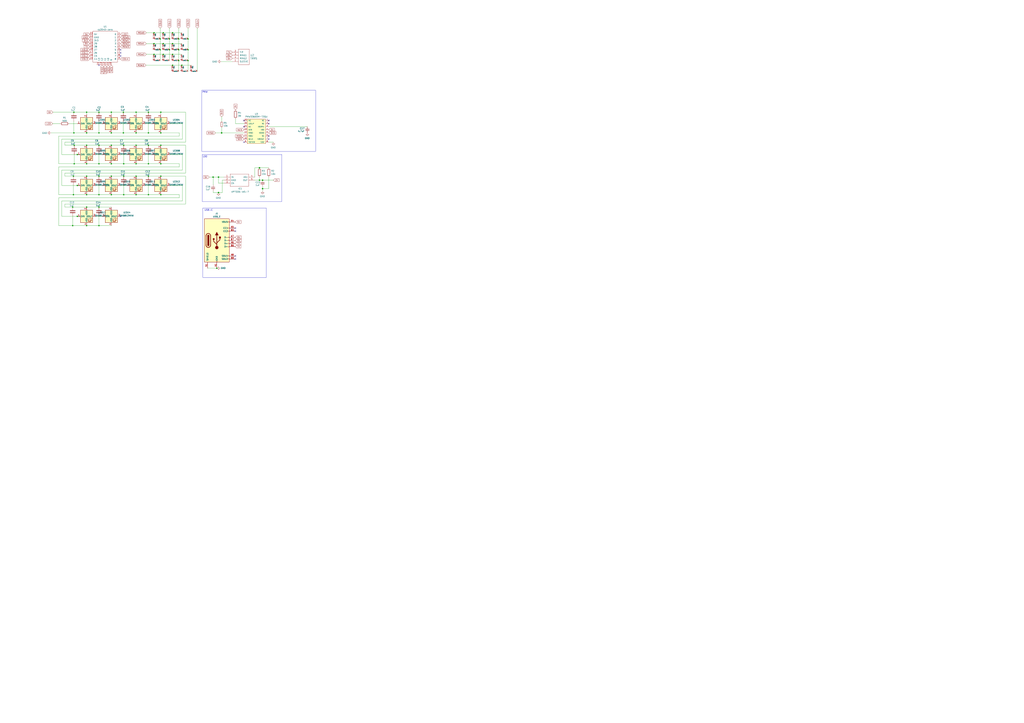
<source format=kicad_sch>
(kicad_sch (version 20230121) (generator eeschema)

  (uuid bcf08c00-9729-48c6-a1d1-fd61a92f814c)

  (paper "A1")

  (title_block
    (title "BR/KN Right")
    (date "2024-04-16")
    (rev "1.0")
    (comment 1 "sepultor @ discord")
    (comment 2 "miketronic @ github")
  )

  (lib_symbols
    (symbol "AP7331-WG-7:AP7331-WG-7" (pin_names (offset 0.762)) (in_bom yes) (on_board yes)
      (property "Reference" "IC" (at 21.59 7.62 0)
        (effects (font (size 1.27 1.27)) (justify left))
      )
      (property "Value" "AP7331-WG-7" (at 21.59 5.08 0)
        (effects (font (size 1.27 1.27)) (justify left))
      )
      (property "Footprint" "SOT95P285X145-5N" (at 21.59 2.54 0)
        (effects (font (size 1.27 1.27)) (justify left) hide)
      )
      (property "Datasheet" "http://uk.rs-online.com/web/p/products/7513083" (at 21.59 0 0)
        (effects (font (size 1.27 1.27)) (justify left) hide)
      )
      (property "Description" "LDO Voltage Regulators LDO SOT-25 ADJUSTABLE 300MA" (at 21.59 -2.54 0)
        (effects (font (size 1.27 1.27)) (justify left) hide)
      )
      (property "Height" "1.45" (at 21.59 -5.08 0)
        (effects (font (size 1.27 1.27)) (justify left) hide)
      )
      (property "Manufacturer_Name" "Diodes Inc." (at 21.59 -7.62 0)
        (effects (font (size 1.27 1.27)) (justify left) hide)
      )
      (property "Manufacturer_Part_Number" "AP7331-WG-7" (at 21.59 -10.16 0)
        (effects (font (size 1.27 1.27)) (justify left) hide)
      )
      (property "Mouser Part Number" "621-AP7331-WG-7" (at 21.59 -12.7 0)
        (effects (font (size 1.27 1.27)) (justify left) hide)
      )
      (property "Mouser Price/Stock" "https://www.mouser.co.uk/ProductDetail/Diodes-Incorporated/AP7331-WG-7?qs=vIZ3oKQCLxr9PiNSCoXN%2FQ%3D%3D" (at 21.59 -15.24 0)
        (effects (font (size 1.27 1.27)) (justify left) hide)
      )
      (property "Arrow Part Number" "AP7331-WG-7" (at 21.59 -17.78 0)
        (effects (font (size 1.27 1.27)) (justify left) hide)
      )
      (property "Arrow Price/Stock" "https://www.arrow.com/en/products/ap7331-wg-7/diodes-incorporated?region=nac" (at 21.59 -20.32 0)
        (effects (font (size 1.27 1.27)) (justify left) hide)
      )
      (symbol "AP7331-WG-7_0_0"
        (pin passive line (at 0 0 0) (length 5.08)
          (name "IN" (effects (font (size 1.27 1.27))))
          (number "1" (effects (font (size 1.27 1.27))))
        )
        (pin passive line (at 0 -2.54 0) (length 5.08)
          (name "GND" (effects (font (size 1.27 1.27))))
          (number "2" (effects (font (size 1.27 1.27))))
        )
        (pin passive line (at 0 -5.08 0) (length 5.08)
          (name "EN" (effects (font (size 1.27 1.27))))
          (number "3" (effects (font (size 1.27 1.27))))
        )
        (pin passive line (at 25.4 0 180) (length 5.08)
          (name "ADJ" (effects (font (size 1.27 1.27))))
          (number "4" (effects (font (size 1.27 1.27))))
        )
        (pin passive line (at 25.4 -2.54 180) (length 5.08)
          (name "OUT" (effects (font (size 1.27 1.27))))
          (number "5" (effects (font (size 1.27 1.27))))
        )
      )
      (symbol "AP7331-WG-7_0_1"
        (polyline
          (pts
            (xy 5.08 2.54)
            (xy 20.32 2.54)
            (xy 20.32 -7.62)
            (xy 5.08 -7.62)
            (xy 5.08 2.54)
          )
          (stroke (width 0.1524) (type default))
          (fill (type none))
        )
      )
    )
    (symbol "Connector:USB_C_Receptacle_USB2.0" (pin_names (offset 1.016)) (in_bom yes) (on_board yes)
      (property "Reference" "J" (at -10.16 19.05 0)
        (effects (font (size 1.27 1.27)) (justify left))
      )
      (property "Value" "USB_C_Receptacle_USB2.0" (at 19.05 19.05 0)
        (effects (font (size 1.27 1.27)) (justify right))
      )
      (property "Footprint" "" (at 3.81 0 0)
        (effects (font (size 1.27 1.27)) hide)
      )
      (property "Datasheet" "https://www.usb.org/sites/default/files/documents/usb_type-c.zip" (at 3.81 0 0)
        (effects (font (size 1.27 1.27)) hide)
      )
      (property "ki_keywords" "usb universal serial bus type-C USB2.0" (at 0 0 0)
        (effects (font (size 1.27 1.27)) hide)
      )
      (property "ki_description" "USB 2.0-only Type-C Receptacle connector" (at 0 0 0)
        (effects (font (size 1.27 1.27)) hide)
      )
      (property "ki_fp_filters" "USB*C*Receptacle*" (at 0 0 0)
        (effects (font (size 1.27 1.27)) hide)
      )
      (symbol "USB_C_Receptacle_USB2.0_0_0"
        (rectangle (start -0.254 -17.78) (end 0.254 -16.764)
          (stroke (width 0) (type default))
          (fill (type none))
        )
        (rectangle (start 10.16 -14.986) (end 9.144 -15.494)
          (stroke (width 0) (type default))
          (fill (type none))
        )
        (rectangle (start 10.16 -12.446) (end 9.144 -12.954)
          (stroke (width 0) (type default))
          (fill (type none))
        )
        (rectangle (start 10.16 -4.826) (end 9.144 -5.334)
          (stroke (width 0) (type default))
          (fill (type none))
        )
        (rectangle (start 10.16 -2.286) (end 9.144 -2.794)
          (stroke (width 0) (type default))
          (fill (type none))
        )
        (rectangle (start 10.16 0.254) (end 9.144 -0.254)
          (stroke (width 0) (type default))
          (fill (type none))
        )
        (rectangle (start 10.16 2.794) (end 9.144 2.286)
          (stroke (width 0) (type default))
          (fill (type none))
        )
        (rectangle (start 10.16 7.874) (end 9.144 7.366)
          (stroke (width 0) (type default))
          (fill (type none))
        )
        (rectangle (start 10.16 10.414) (end 9.144 9.906)
          (stroke (width 0) (type default))
          (fill (type none))
        )
        (rectangle (start 10.16 15.494) (end 9.144 14.986)
          (stroke (width 0) (type default))
          (fill (type none))
        )
      )
      (symbol "USB_C_Receptacle_USB2.0_0_1"
        (rectangle (start -10.16 17.78) (end 10.16 -17.78)
          (stroke (width 0.254) (type default))
          (fill (type background))
        )
        (arc (start -8.89 -3.81) (mid -6.985 -5.7067) (end -5.08 -3.81)
          (stroke (width 0.508) (type default))
          (fill (type none))
        )
        (arc (start -7.62 -3.81) (mid -6.985 -4.4423) (end -6.35 -3.81)
          (stroke (width 0.254) (type default))
          (fill (type none))
        )
        (arc (start -7.62 -3.81) (mid -6.985 -4.4423) (end -6.35 -3.81)
          (stroke (width 0.254) (type default))
          (fill (type outline))
        )
        (rectangle (start -7.62 -3.81) (end -6.35 3.81)
          (stroke (width 0.254) (type default))
          (fill (type outline))
        )
        (arc (start -6.35 3.81) (mid -6.985 4.4423) (end -7.62 3.81)
          (stroke (width 0.254) (type default))
          (fill (type none))
        )
        (arc (start -6.35 3.81) (mid -6.985 4.4423) (end -7.62 3.81)
          (stroke (width 0.254) (type default))
          (fill (type outline))
        )
        (arc (start -5.08 3.81) (mid -6.985 5.7067) (end -8.89 3.81)
          (stroke (width 0.508) (type default))
          (fill (type none))
        )
        (circle (center -2.54 1.143) (radius 0.635)
          (stroke (width 0.254) (type default))
          (fill (type outline))
        )
        (circle (center 0 -5.842) (radius 1.27)
          (stroke (width 0) (type default))
          (fill (type outline))
        )
        (polyline
          (pts
            (xy -8.89 -3.81)
            (xy -8.89 3.81)
          )
          (stroke (width 0.508) (type default))
          (fill (type none))
        )
        (polyline
          (pts
            (xy -5.08 3.81)
            (xy -5.08 -3.81)
          )
          (stroke (width 0.508) (type default))
          (fill (type none))
        )
        (polyline
          (pts
            (xy 0 -5.842)
            (xy 0 4.318)
          )
          (stroke (width 0.508) (type default))
          (fill (type none))
        )
        (polyline
          (pts
            (xy 0 -3.302)
            (xy -2.54 -0.762)
            (xy -2.54 0.508)
          )
          (stroke (width 0.508) (type default))
          (fill (type none))
        )
        (polyline
          (pts
            (xy 0 -2.032)
            (xy 2.54 0.508)
            (xy 2.54 1.778)
          )
          (stroke (width 0.508) (type default))
          (fill (type none))
        )
        (polyline
          (pts
            (xy -1.27 4.318)
            (xy 0 6.858)
            (xy 1.27 4.318)
            (xy -1.27 4.318)
          )
          (stroke (width 0.254) (type default))
          (fill (type outline))
        )
        (rectangle (start 1.905 1.778) (end 3.175 3.048)
          (stroke (width 0.254) (type default))
          (fill (type outline))
        )
      )
      (symbol "USB_C_Receptacle_USB2.0_1_1"
        (pin passive line (at 0 -22.86 90) (length 5.08)
          (name "GND" (effects (font (size 1.27 1.27))))
          (number "A1" (effects (font (size 1.27 1.27))))
        )
        (pin passive line (at 0 -22.86 90) (length 5.08) hide
          (name "GND" (effects (font (size 1.27 1.27))))
          (number "A12" (effects (font (size 1.27 1.27))))
        )
        (pin passive line (at 15.24 15.24 180) (length 5.08)
          (name "VBUS" (effects (font (size 1.27 1.27))))
          (number "A4" (effects (font (size 1.27 1.27))))
        )
        (pin bidirectional line (at 15.24 10.16 180) (length 5.08)
          (name "CC1" (effects (font (size 1.27 1.27))))
          (number "A5" (effects (font (size 1.27 1.27))))
        )
        (pin bidirectional line (at 15.24 -2.54 180) (length 5.08)
          (name "D+" (effects (font (size 1.27 1.27))))
          (number "A6" (effects (font (size 1.27 1.27))))
        )
        (pin bidirectional line (at 15.24 2.54 180) (length 5.08)
          (name "D-" (effects (font (size 1.27 1.27))))
          (number "A7" (effects (font (size 1.27 1.27))))
        )
        (pin bidirectional line (at 15.24 -12.7 180) (length 5.08)
          (name "SBU1" (effects (font (size 1.27 1.27))))
          (number "A8" (effects (font (size 1.27 1.27))))
        )
        (pin passive line (at 15.24 15.24 180) (length 5.08) hide
          (name "VBUS" (effects (font (size 1.27 1.27))))
          (number "A9" (effects (font (size 1.27 1.27))))
        )
        (pin passive line (at 0 -22.86 90) (length 5.08) hide
          (name "GND" (effects (font (size 1.27 1.27))))
          (number "B1" (effects (font (size 1.27 1.27))))
        )
        (pin passive line (at 0 -22.86 90) (length 5.08) hide
          (name "GND" (effects (font (size 1.27 1.27))))
          (number "B12" (effects (font (size 1.27 1.27))))
        )
        (pin passive line (at 15.24 15.24 180) (length 5.08) hide
          (name "VBUS" (effects (font (size 1.27 1.27))))
          (number "B4" (effects (font (size 1.27 1.27))))
        )
        (pin bidirectional line (at 15.24 7.62 180) (length 5.08)
          (name "CC2" (effects (font (size 1.27 1.27))))
          (number "B5" (effects (font (size 1.27 1.27))))
        )
        (pin bidirectional line (at 15.24 -5.08 180) (length 5.08)
          (name "D+" (effects (font (size 1.27 1.27))))
          (number "B6" (effects (font (size 1.27 1.27))))
        )
        (pin bidirectional line (at 15.24 0 180) (length 5.08)
          (name "D-" (effects (font (size 1.27 1.27))))
          (number "B7" (effects (font (size 1.27 1.27))))
        )
        (pin bidirectional line (at 15.24 -15.24 180) (length 5.08)
          (name "SBU2" (effects (font (size 1.27 1.27))))
          (number "B8" (effects (font (size 1.27 1.27))))
        )
        (pin passive line (at 15.24 15.24 180) (length 5.08) hide
          (name "VBUS" (effects (font (size 1.27 1.27))))
          (number "B9" (effects (font (size 1.27 1.27))))
        )
        (pin passive line (at -7.62 -22.86 90) (length 5.08)
          (name "SHIELD" (effects (font (size 1.27 1.27))))
          (number "S1" (effects (font (size 1.27 1.27))))
        )
      )
    )
    (symbol "Device:C_Small" (pin_numbers hide) (pin_names (offset 0.254) hide) (in_bom yes) (on_board yes)
      (property "Reference" "C" (at 0.254 1.778 0)
        (effects (font (size 1.27 1.27)) (justify left))
      )
      (property "Value" "C_Small" (at 0.254 -2.032 0)
        (effects (font (size 1.27 1.27)) (justify left))
      )
      (property "Footprint" "" (at 0 0 0)
        (effects (font (size 1.27 1.27)) hide)
      )
      (property "Datasheet" "~" (at 0 0 0)
        (effects (font (size 1.27 1.27)) hide)
      )
      (property "ki_keywords" "capacitor cap" (at 0 0 0)
        (effects (font (size 1.27 1.27)) hide)
      )
      (property "ki_description" "Unpolarized capacitor, small symbol" (at 0 0 0)
        (effects (font (size 1.27 1.27)) hide)
      )
      (property "ki_fp_filters" "C_*" (at 0 0 0)
        (effects (font (size 1.27 1.27)) hide)
      )
      (symbol "C_Small_0_1"
        (polyline
          (pts
            (xy -1.524 -0.508)
            (xy 1.524 -0.508)
          )
          (stroke (width 0.3302) (type default))
          (fill (type none))
        )
        (polyline
          (pts
            (xy -1.524 0.508)
            (xy 1.524 0.508)
          )
          (stroke (width 0.3048) (type default))
          (fill (type none))
        )
      )
      (symbol "C_Small_1_1"
        (pin passive line (at 0 2.54 270) (length 2.032)
          (name "~" (effects (font (size 1.27 1.27))))
          (number "1" (effects (font (size 1.27 1.27))))
        )
        (pin passive line (at 0 -2.54 90) (length 2.032)
          (name "~" (effects (font (size 1.27 1.27))))
          (number "2" (effects (font (size 1.27 1.27))))
        )
      )
    )
    (symbol "Device:R" (pin_numbers hide) (pin_names (offset 0)) (in_bom yes) (on_board yes)
      (property "Reference" "R" (at 2.032 0 90)
        (effects (font (size 1.27 1.27)))
      )
      (property "Value" "R" (at 0 0 90)
        (effects (font (size 1.27 1.27)))
      )
      (property "Footprint" "" (at -1.778 0 90)
        (effects (font (size 1.27 1.27)) hide)
      )
      (property "Datasheet" "~" (at 0 0 0)
        (effects (font (size 1.27 1.27)) hide)
      )
      (property "ki_keywords" "R res resistor" (at 0 0 0)
        (effects (font (size 1.27 1.27)) hide)
      )
      (property "ki_description" "Resistor" (at 0 0 0)
        (effects (font (size 1.27 1.27)) hide)
      )
      (property "ki_fp_filters" "R_*" (at 0 0 0)
        (effects (font (size 1.27 1.27)) hide)
      )
      (symbol "R_0_1"
        (rectangle (start -1.016 -2.54) (end 1.016 2.54)
          (stroke (width 0.254) (type default))
          (fill (type none))
        )
      )
      (symbol "R_1_1"
        (pin passive line (at 0 3.81 270) (length 1.27)
          (name "~" (effects (font (size 1.27 1.27))))
          (number "1" (effects (font (size 1.27 1.27))))
        )
        (pin passive line (at 0 -3.81 90) (length 1.27)
          (name "~" (effects (font (size 1.27 1.27))))
          (number "2" (effects (font (size 1.27 1.27))))
        )
      )
    )
    (symbol "Device:R_Small" (pin_numbers hide) (pin_names (offset 0.254) hide) (in_bom yes) (on_board yes)
      (property "Reference" "R" (at 0.762 0.508 0)
        (effects (font (size 1.27 1.27)) (justify left))
      )
      (property "Value" "R_Small" (at 0.762 -1.016 0)
        (effects (font (size 1.27 1.27)) (justify left))
      )
      (property "Footprint" "" (at 0 0 0)
        (effects (font (size 1.27 1.27)) hide)
      )
      (property "Datasheet" "~" (at 0 0 0)
        (effects (font (size 1.27 1.27)) hide)
      )
      (property "ki_keywords" "R resistor" (at 0 0 0)
        (effects (font (size 1.27 1.27)) hide)
      )
      (property "ki_description" "Resistor, small symbol" (at 0 0 0)
        (effects (font (size 1.27 1.27)) hide)
      )
      (property "ki_fp_filters" "R_*" (at 0 0 0)
        (effects (font (size 1.27 1.27)) hide)
      )
      (symbol "R_Small_0_1"
        (rectangle (start -0.762 1.778) (end 0.762 -1.778)
          (stroke (width 0.2032) (type default))
          (fill (type none))
        )
      )
      (symbol "R_Small_1_1"
        (pin passive line (at 0 2.54 270) (length 0.762)
          (name "~" (effects (font (size 1.27 1.27))))
          (number "1" (effects (font (size 1.27 1.27))))
        )
        (pin passive line (at 0 -2.54 90) (length 0.762)
          (name "~" (effects (font (size 1.27 1.27))))
          (number "2" (effects (font (size 1.27 1.27))))
        )
      )
    )
    (symbol "MKBR_SYM:SK6812MINI" (pin_names (offset 0.254)) (in_bom yes) (on_board yes)
      (property "Reference" "LED" (at 5.08 5.715 0)
        (effects (font (size 1.27 1.27)) (justify right bottom))
      )
      (property "Value" "SK6812MINI" (at 1.27 -5.715 0)
        (effects (font (size 1.27 1.27)) (justify left top))
      )
      (property "Footprint" "LED_SMD:LED_SK6812MINI_PLCC4_3.5x3.5mm_P1.75mm" (at 1.27 -7.62 0)
        (effects (font (size 1.27 1.27)) (justify left top) hide)
      )
      (property "Datasheet" "https://cdn-shop.adafruit.com/product-files/2686/SK6812MINI_REV.01-1-2.pdf" (at 2.54 -9.525 0)
        (effects (font (size 1.27 1.27)) (justify left top) hide)
      )
      (property "ki_keywords" "RGB LED NeoPixel Mini addressable" (at 0 0 0)
        (effects (font (size 1.27 1.27)) hide)
      )
      (property "ki_description" "RGB LED with integrated controller" (at 0 0 0)
        (effects (font (size 1.27 1.27)) hide)
      )
      (property "ki_fp_filters" "LED*SK6812MINI*PLCC*3.5x3.5mm*P1.75mm*" (at 0 0 0)
        (effects (font (size 1.27 1.27)) hide)
      )
      (symbol "SK6812MINI_0_0"
        (text "RGB" (at 2.286 -4.191 0)
          (effects (font (size 0.762 0.762)))
        )
      )
      (symbol "SK6812MINI_0_1"
        (polyline
          (pts
            (xy 1.27 -3.556)
            (xy 1.778 -3.556)
          )
          (stroke (width 0) (type default))
          (fill (type none))
        )
        (polyline
          (pts
            (xy 1.27 -2.54)
            (xy 1.778 -2.54)
          )
          (stroke (width 0) (type default))
          (fill (type none))
        )
        (polyline
          (pts
            (xy 4.699 -3.556)
            (xy 2.667 -3.556)
          )
          (stroke (width 0) (type default))
          (fill (type none))
        )
        (polyline
          (pts
            (xy 2.286 -2.54)
            (xy 1.27 -3.556)
            (xy 1.27 -3.048)
          )
          (stroke (width 0) (type default))
          (fill (type none))
        )
        (polyline
          (pts
            (xy 2.286 -1.524)
            (xy 1.27 -2.54)
            (xy 1.27 -2.032)
          )
          (stroke (width 0) (type default))
          (fill (type none))
        )
        (polyline
          (pts
            (xy 3.683 -1.016)
            (xy 3.683 -3.556)
            (xy 3.683 -4.064)
          )
          (stroke (width 0) (type default))
          (fill (type none))
        )
        (polyline
          (pts
            (xy 4.699 -1.524)
            (xy 2.667 -1.524)
            (xy 3.683 -3.556)
            (xy 4.699 -1.524)
          )
          (stroke (width 0) (type default))
          (fill (type none))
        )
        (rectangle (start 5.08 5.08) (end -5.08 -5.08)
          (stroke (width 0.254) (type default))
          (fill (type background))
        )
      )
      (symbol "SK6812MINI_1_1"
        (pin input line (at -7.62 0 0) (length 2.54)
          (name "DIN" (effects (font (size 1.27 1.27))))
          (number "1" (effects (font (size 1.27 1.27))))
        )
        (pin power_in line (at 0 7.62 270) (length 2.54)
          (name "VDD" (effects (font (size 1.27 1.27))))
          (number "2" (effects (font (size 1.27 1.27))))
        )
        (pin output line (at 7.62 0 180) (length 2.54)
          (name "DOUT" (effects (font (size 1.27 1.27))))
          (number "3" (effects (font (size 1.27 1.27))))
        )
        (pin passive line (at 0 -7.62 90) (length 2.54)
          (name "VSS" (effects (font (size 1.27 1.27))))
          (number "4" (effects (font (size 1.27 1.27))))
        )
      )
    )
    (symbol "PCM_Capacitor_US_AKL:C_0603" (pin_numbers hide) (pin_names (offset 0.254)) (in_bom yes) (on_board yes)
      (property "Reference" "C" (at 0.635 2.54 0)
        (effects (font (size 1.27 1.27)) (justify left))
      )
      (property "Value" "C_0603" (at 0.635 -2.54 0)
        (effects (font (size 1.27 1.27)) (justify left))
      )
      (property "Footprint" "Capacitor_SMD_AKL:C_0603_1608Metric" (at 0.9652 -3.81 0)
        (effects (font (size 1.27 1.27)) hide)
      )
      (property "Datasheet" "~" (at 0 0 0)
        (effects (font (size 1.27 1.27)) hide)
      )
      (property "ki_keywords" "cap capacitor ceramic chip mlcc smd 0603" (at 0 0 0)
        (effects (font (size 1.27 1.27)) hide)
      )
      (property "ki_description" "SMD 0603 MLCC capacitor, Alternate KiCad Library" (at 0 0 0)
        (effects (font (size 1.27 1.27)) hide)
      )
      (property "ki_fp_filters" "C_*" (at 0 0 0)
        (effects (font (size 1.27 1.27)) hide)
      )
      (symbol "C_0603_0_1"
        (polyline
          (pts
            (xy -2.032 -0.762)
            (xy 2.032 -0.762)
          )
          (stroke (width 0.508) (type default))
          (fill (type none))
        )
        (polyline
          (pts
            (xy -2.032 0.762)
            (xy 2.032 0.762)
          )
          (stroke (width 0.508) (type default))
          (fill (type none))
        )
      )
      (symbol "C_0603_1_1"
        (pin passive line (at 0 3.81 270) (length 2.794)
          (name "~" (effects (font (size 1.27 1.27))))
          (number "1" (effects (font (size 1.27 1.27))))
        )
        (pin passive line (at 0 -3.81 90) (length 2.794)
          (name "~" (effects (font (size 1.27 1.27))))
          (number "2" (effects (font (size 1.27 1.27))))
        )
      )
    )
    (symbol "PCM_Resistor_AKL:R_0603" (pin_numbers hide) (pin_names (offset 0)) (in_bom yes) (on_board yes)
      (property "Reference" "R" (at 2.54 1.27 0)
        (effects (font (size 1.27 1.27)) (justify left))
      )
      (property "Value" "R_0603" (at 2.54 -1.27 0)
        (effects (font (size 1.27 1.27)) (justify left))
      )
      (property "Footprint" "Resistor_SMD_AKL:R_0603_1608Metric" (at 0 -11.43 0)
        (effects (font (size 1.27 1.27)) hide)
      )
      (property "Datasheet" "~" (at 0 0 0)
        (effects (font (size 1.27 1.27)) hide)
      )
      (property "ki_keywords" "R res resistor eu SMD 0603" (at 0 0 0)
        (effects (font (size 1.27 1.27)) hide)
      )
      (property "ki_description" "SMD 0603 Chip Resistor, European Symbol, Alternate KiCad Library" (at 0 0 0)
        (effects (font (size 1.27 1.27)) hide)
      )
      (property "ki_fp_filters" "R_*" (at 0 0 0)
        (effects (font (size 1.27 1.27)) hide)
      )
      (symbol "R_0603_0_1"
        (rectangle (start -1.016 -2.54) (end 1.016 2.54)
          (stroke (width 0.254) (type default))
          (fill (type none))
        )
      )
      (symbol "R_0603_1_1"
        (pin passive line (at 0 3.81 270) (length 1.27)
          (name "~" (effects (font (size 1.27 1.27))))
          (number "1" (effects (font (size 1.27 1.27))))
        )
        (pin passive line (at 0 -3.81 90) (length 1.27)
          (name "~" (effects (font (size 1.27 1.27))))
          (number "2" (effects (font (size 1.27 1.27))))
        )
      )
    )
    (symbol "hazel:D" (in_bom yes) (on_board yes)
      (property "Reference" "D4" (at -1.27 0 0)
        (effects (font (size 0.64 0.64)) (justify left))
      )
      (property "Value" "D" (at -2.54 -1.27 90)
        (effects (font (size 0.63 0.63)) (justify left) hide)
      )
      (property "Footprint" "0-jasonhazel-footprints:D_SOD-123" (at 0 0 0)
        (effects (font (size 1.27 1.27)) hide)
      )
      (property "Datasheet" "" (at 0 0 0)
        (effects (font (size 1.27 1.27)) hide)
      )
      (symbol "D_0_1"
        (rectangle (start -1.27 0.635) (end 1.27 -0.635)
          (stroke (width 0) (type default))
          (fill (type none))
        )
        (polyline
          (pts
            (xy 0.96 0.64)
            (xy 0.96 -0.63)
          )
          (stroke (width 0) (type default))
          (fill (type none))
        )
        (polyline
          (pts
            (xy 0.32 0.64)
            (xy 0.32 -0.63)
            (xy 0.955 0.005)
            (xy 0.32 0.64)
            (xy 0.32 0.64)
          )
          (stroke (width 0) (type default))
          (fill (type none))
        )
      )
      (symbol "D_1_1"
        (pin input line (at 2.54 0 180) (length 1.27)
          (name "" (effects (font (size 0.5 0.5))))
          (number "1" (effects (font (size 0.5 0.5))))
        )
        (pin output line (at -2.54 0 0) (length 1.27)
          (name "" (effects (font (size 0.5 0.5))))
          (number "2" (effects (font (size 0.5 0.5))))
        )
      )
    )
    (symbol "hazel:SW" (in_bom yes) (on_board yes)
      (property "Reference" "SW" (at 0 -1.27 0)
        (effects (font (size 0.75 0.75)))
      )
      (property "Value" "SW" (at 0 2.54 0)
        (effects (font (size 0.75 0.75)))
      )
      (property "Footprint" "" (at 0 0 0)
        (effects (font (size 1.27 1.27)) hide)
      )
      (property "Datasheet" "" (at 0 0 0)
        (effects (font (size 1.27 1.27)) hide)
      )
      (symbol "SW_0_1"
        (polyline
          (pts
            (xy -1.27 0)
            (xy 1.27 1.27)
          )
          (stroke (width 0) (type default))
          (fill (type none))
        )
      )
      (symbol "SW_1_1"
        (pin bidirectional line (at -2.54 0 0) (length 1.27)
          (name "" (effects (font (size 0.5 0.5))))
          (number "1" (effects (font (size 0.5 0.5))))
        )
        (pin bidirectional line (at 2.54 0 180) (length 1.27)
          (name "" (effects (font (size 0.5 0.5))))
          (number "2" (effects (font (size 0.5 0.5))))
        )
      )
    )
    (symbol "keebio:TRRS" (pin_names (offset 1.016)) (in_bom yes) (on_board yes)
      (property "Reference" "U" (at 0 15.24 0)
        (effects (font (size 1.524 1.524)))
      )
      (property "Value" "TRRS" (at 0 -2.54 0)
        (effects (font (size 1.524 1.524)))
      )
      (property "Footprint" "" (at 3.81 0 0)
        (effects (font (size 1.524 1.524)) hide)
      )
      (property "Datasheet" "" (at 3.81 0 0)
        (effects (font (size 1.524 1.524)) hide)
      )
      (symbol "TRRS_0_1"
        (rectangle (start -3.81 0) (end -3.81 12.7)
          (stroke (width 0) (type default))
          (fill (type none))
        )
        (rectangle (start -3.81 12.7) (end 5.08 12.7)
          (stroke (width 0) (type default))
          (fill (type none))
        )
        (rectangle (start 5.08 0) (end -3.81 0)
          (stroke (width 0) (type default))
          (fill (type none))
        )
        (rectangle (start 5.08 12.7) (end 5.08 0)
          (stroke (width 0) (type default))
          (fill (type none))
        )
      )
      (symbol "TRRS_1_1"
        (pin input line (at -8.89 2.54 0) (length 5.08)
          (name "SLEEVE" (effects (font (size 1.27 1.27))))
          (number "1" (effects (font (size 1.27 1.27))))
        )
        (pin input line (at -8.89 10.16 0) (length 5.08)
          (name "TIP" (effects (font (size 1.27 1.27))))
          (number "2" (effects (font (size 1.27 1.27))))
        )
        (pin input line (at -8.89 7.62 0) (length 5.08)
          (name "RING1" (effects (font (size 1.27 1.27))))
          (number "3" (effects (font (size 1.27 1.27))))
        )
        (pin input line (at -8.89 5.08 0) (length 5.08)
          (name "RING2" (effects (font (size 1.27 1.27))))
          (number "4" (effects (font (size 1.27 1.27))))
        )
      )
    )
    (symbol "mcu:rp2040-zero" (pin_names (offset 1.016)) (in_bom yes) (on_board yes)
      (property "Reference" "U" (at 0 15.24 0)
        (effects (font (size 1.27 1.27)))
      )
      (property "Value" "rp2040-zero" (at 0 12.7 0)
        (effects (font (size 1.27 1.27)))
      )
      (property "Footprint" "" (at -8.89 5.08 0)
        (effects (font (size 1.27 1.27)) hide)
      )
      (property "Datasheet" "" (at -8.89 5.08 0)
        (effects (font (size 1.27 1.27)) hide)
      )
      (symbol "rp2040-zero_0_1"
        (rectangle (start -10.16 11.43) (end 10.16 -13.97)
          (stroke (width 0) (type default))
          (fill (type none))
        )
      )
      (symbol "rp2040-zero_1_1"
        (pin bidirectional line (at 12.7 8.89 180) (length 2.54)
          (name "0" (effects (font (size 1.27 1.27))))
          (number "1" (effects (font (size 1.27 1.27))))
        )
        (pin bidirectional line (at 5.08 -16.51 90) (length 2.54)
          (name "9" (effects (font (size 1.27 1.27))))
          (number "10" (effects (font (size 1.27 1.27))))
        )
        (pin bidirectional line (at 2.54 -16.51 90) (length 2.54)
          (name "10" (effects (font (size 1.27 1.27))))
          (number "11" (effects (font (size 1.27 1.27))))
        )
        (pin bidirectional line (at 0 -16.51 90) (length 2.54)
          (name "11" (effects (font (size 1.27 1.27))))
          (number "12" (effects (font (size 1.27 1.27))))
        )
        (pin bidirectional line (at -2.54 -16.51 90) (length 2.54)
          (name "12" (effects (font (size 1.27 1.27))))
          (number "13" (effects (font (size 1.27 1.27))))
        )
        (pin bidirectional line (at -5.08 -16.51 90) (length 2.54)
          (name "13" (effects (font (size 1.27 1.27))))
          (number "14" (effects (font (size 1.27 1.27))))
        )
        (pin bidirectional line (at -12.7 -11.43 0) (length 2.54)
          (name "14" (effects (font (size 1.27 1.27))))
          (number "15" (effects (font (size 1.27 1.27))))
        )
        (pin bidirectional line (at -12.7 -8.89 0) (length 2.54)
          (name "15" (effects (font (size 1.27 1.27))))
          (number "16" (effects (font (size 1.27 1.27))))
        )
        (pin bidirectional line (at -12.7 -6.35 0) (length 2.54)
          (name "26" (effects (font (size 1.27 1.27))))
          (number "17" (effects (font (size 1.27 1.27))))
        )
        (pin bidirectional line (at -12.7 -3.81 0) (length 2.54)
          (name "27" (effects (font (size 1.27 1.27))))
          (number "18" (effects (font (size 1.27 1.27))))
        )
        (pin bidirectional line (at -12.7 -1.27 0) (length 2.54)
          (name "28" (effects (font (size 1.27 1.27))))
          (number "19" (effects (font (size 1.27 1.27))))
        )
        (pin bidirectional line (at 12.7 6.35 180) (length 2.54)
          (name "1" (effects (font (size 1.27 1.27))))
          (number "2" (effects (font (size 1.27 1.27))))
        )
        (pin bidirectional line (at -12.7 1.27 0) (length 2.54)
          (name "29" (effects (font (size 1.27 1.27))))
          (number "20" (effects (font (size 1.27 1.27))))
        )
        (pin power_out line (at -12.7 3.81 0) (length 2.54)
          (name "3V3" (effects (font (size 1.27 1.27))))
          (number "21" (effects (font (size 1.27 1.27))))
        )
        (pin power_out line (at -12.7 6.35 0) (length 2.54)
          (name "GND" (effects (font (size 1.27 1.27))))
          (number "22" (effects (font (size 1.27 1.27))))
        )
        (pin power_out line (at -12.7 8.89 0) (length 2.54)
          (name "5V" (effects (font (size 1.27 1.27))))
          (number "23" (effects (font (size 1.27 1.27))))
        )
        (pin bidirectional line (at 12.7 3.81 180) (length 2.54)
          (name "2" (effects (font (size 1.27 1.27))))
          (number "3" (effects (font (size 1.27 1.27))))
        )
        (pin bidirectional line (at 12.7 1.27 180) (length 2.54)
          (name "3" (effects (font (size 1.27 1.27))))
          (number "4" (effects (font (size 1.27 1.27))))
        )
        (pin bidirectional line (at 12.7 -1.27 180) (length 2.54)
          (name "4" (effects (font (size 1.27 1.27))))
          (number "5" (effects (font (size 1.27 1.27))))
        )
        (pin bidirectional line (at 12.7 -3.81 180) (length 2.54)
          (name "5" (effects (font (size 1.27 1.27))))
          (number "6" (effects (font (size 1.27 1.27))))
        )
        (pin bidirectional line (at 12.7 -6.35 180) (length 2.54)
          (name "6" (effects (font (size 1.27 1.27))))
          (number "7" (effects (font (size 1.27 1.27))))
        )
        (pin bidirectional line (at 12.7 -8.89 180) (length 2.54)
          (name "7" (effects (font (size 1.27 1.27))))
          (number "8" (effects (font (size 1.27 1.27))))
        )
        (pin bidirectional line (at 12.7 -11.43 180) (length 2.54)
          (name "8" (effects (font (size 1.27 1.27))))
          (number "9" (effects (font (size 1.27 1.27))))
        )
      )
    )
    (symbol "power:GND" (power) (pin_names (offset 0)) (in_bom yes) (on_board yes)
      (property "Reference" "#PWR" (at 0 -6.35 0)
        (effects (font (size 1.27 1.27)) hide)
      )
      (property "Value" "GND" (at 0 -3.81 0)
        (effects (font (size 1.27 1.27)))
      )
      (property "Footprint" "" (at 0 0 0)
        (effects (font (size 1.27 1.27)) hide)
      )
      (property "Datasheet" "" (at 0 0 0)
        (effects (font (size 1.27 1.27)) hide)
      )
      (property "ki_keywords" "power-flag" (at 0 0 0)
        (effects (font (size 1.27 1.27)) hide)
      )
      (property "ki_description" "Power symbol creates a global label with name \"GND\" , ground" (at 0 0 0)
        (effects (font (size 1.27 1.27)) hide)
      )
      (symbol "GND_0_1"
        (polyline
          (pts
            (xy 0 0)
            (xy 0 -1.27)
            (xy 1.27 -1.27)
            (xy 0 -2.54)
            (xy -1.27 -1.27)
            (xy 0 -1.27)
          )
          (stroke (width 0) (type default))
          (fill (type none))
        )
      )
      (symbol "GND_1_1"
        (pin power_in line (at 0 0 270) (length 0) hide
          (name "GND" (effects (font (size 1.27 1.27))))
          (number "1" (effects (font (size 1.27 1.27))))
        )
      )
    )
    (symbol "sensor-rescue:PWM3360-pwm3360" (pin_names (offset 1.016)) (in_bom yes) (on_board yes)
      (property "Reference" "U4" (at 0 14.351 0)
        (effects (font (size 1.27 1.27)))
      )
      (property "Value" "PMW3360DM-T2QU" (at 0 12.0396 0)
        (effects (font (size 1.27 1.27)))
      )
      (property "Footprint" "local:DIP-16_W10.16mm" (at 0 13.97 0)
        (effects (font (size 1.27 1.27)) hide)
      )
      (property "Datasheet" "" (at 0 13.97 0)
        (effects (font (size 1.27 1.27)) hide)
      )
      (symbol "PWM3360-pwm3360_0_1"
        (rectangle (start -7.62 10.16) (end 7.62 -10.16)
          (stroke (width 0) (type default))
          (fill (type background))
        )
      )
      (symbol "PWM3360-pwm3360_1_1"
        (pin no_connect line (at -10.16 8.89 0) (length 2.54)
          (name "NC" (effects (font (size 0.9906 0.9906))))
          (number "1" (effects (font (size 0.9906 0.9906))))
        )
        (pin input line (at 10.16 -6.35 180) (length 2.54)
          (name "SCLK" (effects (font (size 0.9906 0.9906))))
          (number "10" (effects (font (size 0.9906 0.9906))))
        )
        (pin input line (at 10.16 -3.81 180) (length 2.54)
          (name "MOSI" (effects (font (size 0.9906 0.9906))))
          (number "11" (effects (font (size 0.9906 0.9906))))
        )
        (pin output line (at 10.16 -1.27 180) (length 2.54)
          (name "MISO" (effects (font (size 0.9906 0.9906))))
          (number "12" (effects (font (size 0.9906 0.9906))))
        )
        (pin input line (at 10.16 1.27 180) (length 2.54)
          (name "NCS" (effects (font (size 0.9906 0.9906))))
          (number "13" (effects (font (size 0.9906 0.9906))))
        )
        (pin no_connect line (at 10.16 3.81 180) (length 2.54)
          (name "NC" (effects (font (size 0.9906 0.9906))))
          (number "14" (effects (font (size 0.9906 0.9906))))
        )
        (pin input line (at 10.16 6.35 180) (length 2.54)
          (name "LED_P" (effects (font (size 0.9906 0.9906))))
          (number "15" (effects (font (size 0.9906 0.9906))))
        )
        (pin no_connect line (at 10.16 8.89 180) (length 2.54)
          (name "NC" (effects (font (size 0.9906 0.9906))))
          (number "16" (effects (font (size 0.9906 0.9906))))
        )
        (pin no_connect line (at -10.16 6.35 0) (length 2.54)
          (name "NC" (effects (font (size 0.9906 0.9906))))
          (number "2" (effects (font (size 0.9906 0.9906))))
        )
        (pin power_out line (at -10.16 3.81 0) (length 2.54)
          (name "VDDPIX" (effects (font (size 0.991 0.991))))
          (number "3" (effects (font (size 0.991 0.991))))
        )
        (pin power_in line (at -10.16 1.27 0) (length 2.54)
          (name "VDD" (effects (font (size 0.9906 0.9906))))
          (number "4" (effects (font (size 0.9906 0.9906))))
        )
        (pin power_in line (at -10.16 -1.27 0) (length 2.54)
          (name "VDDIO" (effects (font (size 0.9906 0.9906))))
          (number "5" (effects (font (size 0.9906 0.9906))))
        )
        (pin no_connect line (at -10.16 -3.81 0) (length 2.54)
          (name "NC" (effects (font (size 0.9906 0.9906))))
          (number "6" (effects (font (size 0.9906 0.9906))))
        )
        (pin input line (at -10.16 -6.35 0) (length 2.54)
          (name "NRESET" (effects (font (size 0.9906 0.9906))))
          (number "7" (effects (font (size 0.9906 0.9906))))
        )
        (pin power_in line (at -10.16 -8.89 0) (length 2.54)
          (name "GND" (effects (font (size 0.9906 0.9906))))
          (number "8" (effects (font (size 0.9906 0.9906))))
        )
        (pin output line (at 10.16 -8.89 180) (length 2.54)
          (name "MOTION" (effects (font (size 0.9906 0.9906))))
          (number "9" (effects (font (size 0.9906 0.9906))))
        )
      )
    )
  )

  (junction (at 111.76 92.202) (diameter 0) (color 0 0 0 0)
    (uuid 0135bc91-467f-4e2a-8549-ea1d37c46911)
  )
  (junction (at 71.12 185.42) (diameter 0) (color 0 0 0 0)
    (uuid 06220422-dece-4051-93b0-0698d90d533b)
  )
  (junction (at 181.991 109.22) (diameter 1.016) (color 0 0 0 0)
    (uuid 07974409-e1de-41c1-bf00-c6b36363e39f)
  )
  (junction (at 134.112 44.704) (diameter 0) (color 0 0 0 0)
    (uuid 08cae3d9-6115-47ee-9849-ebcf4afbb844)
  )
  (junction (at 59.69 185.42) (diameter 0) (color 0 0 0 0)
    (uuid 0930ae32-f08c-483d-b58c-0234d5c505f7)
  )
  (junction (at 91.44 92.202) (diameter 0) (color 0 0 0 0)
    (uuid 0d801783-d2a9-45c0-89c7-5435206ce7e4)
  )
  (junction (at 81.28 119.38) (diameter 0) (color 0 0 0 0)
    (uuid 144ddf02-ec5a-4ee0-86c7-b39a9ff53a69)
  )
  (junction (at 132.08 160.02) (diameter 0) (color 0 0 0 0)
    (uuid 19fbc4da-4b49-4b92-94c7-20511a942893)
  )
  (junction (at 126.492 44.704) (diameter 0) (color 0 0 0 0)
    (uuid 1a387d51-9c14-46ae-a89f-9f5a2f68c660)
  )
  (junction (at 141.732 53.594) (diameter 0) (color 0 0 0 0)
    (uuid 1c789677-09d5-49ee-9ec7-89d17a60d816)
  )
  (junction (at 132.08 109.22) (diameter 0) (color 0 0 0 0)
    (uuid 2070b51a-d442-4c90-a403-e9d7f86ea299)
  )
  (junction (at 149.352 53.594) (diameter 0) (color 0 0 0 0)
    (uuid 21e32bd9-ff6a-4e09-93c1-19cf49f1d163)
  )
  (junction (at 179.451 145.542) (diameter 1.016) (color 0 0 0 0)
    (uuid 26321970-d486-4014-b7b3-27c7446c5125)
  )
  (junction (at 111.76 119.38) (diameter 0) (color 0 0 0 0)
    (uuid 26352595-8243-4a2e-864e-9fef148660d1)
  )
  (junction (at 81.28 109.22) (diameter 0) (color 0 0 0 0)
    (uuid 2649ec66-eb1e-4fcb-8b9b-93fd972f5401)
  )
  (junction (at 121.92 109.22) (diameter 0) (color 0 0 0 0)
    (uuid 288fc317-f52e-4090-9651-2c625bfc1b73)
  )
  (junction (at 111.76 160.02) (diameter 0) (color 0 0 0 0)
    (uuid 28cf4d7a-4834-4001-8bcb-180a9acfe659)
  )
  (junction (at 121.92 119.38) (diameter 0) (color 0 0 0 0)
    (uuid 2a278c13-bbca-49c0-818a-b33fb4be5d0f)
  )
  (junction (at 71.12 109.22) (diameter 0) (color 0 0 0 0)
    (uuid 2fc1efd8-6840-4f58-9870-56756713b8f4)
  )
  (junction (at 146.812 32.004) (diameter 0) (color 0 0 0 0)
    (uuid 36e09c37-6c8c-4729-9987-ab402d387a96)
  )
  (junction (at 126.492 35.814) (diameter 0) (color 0 0 0 0)
    (uuid 370c6d8f-edd4-4d7d-871b-48fc086d5799)
  )
  (junction (at 81.28 144.78) (diameter 0) (color 0 0 0 0)
    (uuid 3720477a-dd45-4b61-8f5c-e373cd6cb6d1)
  )
  (junction (at 91.44 144.78) (diameter 0) (color 0 0 0 0)
    (uuid 37b17f7f-1c33-401b-826c-03fcbaf738d9)
  )
  (junction (at 60.96 134.62) (diameter 0) (color 0 0 0 0)
    (uuid 3cb68e1a-f14d-4fd4-b201-84874a9915ca)
  )
  (junction (at 111.76 109.22) (diameter 0) (color 0 0 0 0)
    (uuid 426a9bac-180f-49d1-8c89-4029d8f53c27)
  )
  (junction (at 141.732 35.814) (diameter 0) (color 0 0 0 0)
    (uuid 45bf8be4-8427-4905-ad12-6244d088d62e)
  )
  (junction (at 121.92 144.78) (diameter 0) (color 0 0 0 0)
    (uuid 4825d586-d4ac-4128-8d48-8103caa9ea1b)
  )
  (junction (at 132.08 92.202) (diameter 0) (color 0 0 0 0)
    (uuid 4b2696f6-2c1a-4b23-8bef-0e83cd4de02e)
  )
  (junction (at 111.76 134.62) (diameter 0) (color 0 0 0 0)
    (uuid 4fc01433-8382-42d2-b13c-b61086d0e1ff)
  )
  (junction (at 71.12 160.02) (diameter 0) (color 0 0 0 0)
    (uuid 523d20fd-d159-43a0-b9f0-78f6bbafbc33)
  )
  (junction (at 132.08 134.62) (diameter 0) (color 0 0 0 0)
    (uuid 54e1065e-2139-4c47-b7df-0cc910dcda8f)
  )
  (junction (at 178.054 220.472) (diameter 0) (color 0 0 0 0)
    (uuid 5613b328-83d2-42df-aff2-f23a8322c3db)
  )
  (junction (at 60.325 160.02) (diameter 0) (color 0 0 0 0)
    (uuid 5876a6c9-b83a-4858-9a03-24a91e65a3f6)
  )
  (junction (at 60.706 109.22) (diameter 0) (color 0 0 0 0)
    (uuid 5d590249-9b8e-4a60-8f57-08a93292f405)
  )
  (junction (at 139.192 40.894) (diameter 0) (color 0 0 0 0)
    (uuid 5f655466-f83a-4a9d-bd7c-9dec80e5a527)
  )
  (junction (at 60.325 144.78) (diameter 0) (color 0 0 0 0)
    (uuid 5f87bb81-65c9-4453-be3a-1106039f440d)
  )
  (junction (at 154.432 40.894) (diameter 0) (color 0 0 0 0)
    (uuid 5fb6a6ee-acd3-457e-9b53-d3a0f7266b9f)
  )
  (junction (at 121.92 160.02) (diameter 0) (color 0 0 0 0)
    (uuid 61450d67-bfb2-4ffa-97b8-f4c19cd6add3)
  )
  (junction (at 126.492 26.924) (diameter 0) (color 0 0 0 0)
    (uuid 624c9aa8-16d5-477d-8b5c-e8fcc79c1afe)
  )
  (junction (at 215.646 148.082) (diameter 1.016) (color 0 0 0 0)
    (uuid 643a3482-490d-473c-b474-0b1e51e3190c)
  )
  (junction (at 91.44 109.22) (diameter 0) (color 0 0 0 0)
    (uuid 6692c73e-a3f1-42b5-b752-7eab4b50e4be)
  )
  (junction (at 81.28 160.02) (diameter 0) (color 0 0 0 0)
    (uuid 706e4582-7630-4b45-928f-97e95339a34d)
  )
  (junction (at 63.5 127) (diameter 0) (color 0 0 0 0)
    (uuid 70c4ce48-5a4a-40ac-9bab-6d494b90946f)
  )
  (junction (at 141.732 26.924) (diameter 0) (color 0 0 0 0)
    (uuid 71e3f1f2-cc52-42d0-893d-a90b9ccf9b10)
  )
  (junction (at 71.12 92.202) (diameter 0) (color 0 0 0 0)
    (uuid 792f4c2d-e13d-496d-886f-af553acd1f3a)
  )
  (junction (at 101.346 92.202) (diameter 0) (color 0 0 0 0)
    (uuid 79da0be2-4616-4e69-b599-d30d4126da68)
  )
  (junction (at 71.12 144.78) (diameter 0) (color 0 0 0 0)
    (uuid 79f4cab1-3c26-49bd-ba08-d2d784cc0686)
  )
  (junction (at 121.92 92.202) (diameter 0) (color 0 0 0 0)
    (uuid 80491f1d-e5c6-468d-bec3-46a7958d9306)
  )
  (junction (at 60.706 92.202) (diameter 0) (color 0 0 0 0)
    (uuid 87b582ed-9249-48b5-8bcc-558b031bdfdf)
  )
  (junction (at 132.08 144.78) (diameter 0) (color 0 0 0 0)
    (uuid 89409482-dc76-4083-8bed-889ffa369f86)
  )
  (junction (at 131.572 40.894) (diameter 0) (color 0 0 0 0)
    (uuid 8c001b23-2b6a-4bd5-80ad-b752ee9fc317)
  )
  (junction (at 131.572 32.004) (diameter 0) (color 0 0 0 0)
    (uuid 97b08394-b8a4-4856-a99c-fee69086f2be)
  )
  (junction (at 111.76 144.78) (diameter 0) (color 0 0 0 0)
    (uuid 985f1440-e07f-4abd-a085-987148c61e95)
  )
  (junction (at 179.451 158.242) (diameter 1.016) (color 0 0 0 0)
    (uuid 9f4e2b31-748c-44b9-9a4f-b48a6bed7d6a)
  )
  (junction (at 213.106 148.082) (diameter 0) (color 0 0 0 0)
    (uuid a2b51982-5a4d-4a70-9525-e5ef7da5f3aa)
  )
  (junction (at 132.08 119.38) (diameter 0) (color 0 0 0 0)
    (uuid a3c98458-dc78-42ad-9d19-076d4816ccd0)
  )
  (junction (at 215.646 155.067) (diameter 1.016) (color 0 0 0 0)
    (uuid abba5e06-41b5-418b-8373-afcbffe156be)
  )
  (junction (at 60.96 119.38) (diameter 0) (color 0 0 0 0)
    (uuid b355913e-27c2-4207-80e2-cd748363091f)
  )
  (junction (at 134.112 35.814) (diameter 0) (color 0 0 0 0)
    (uuid b4650072-1a6e-450c-b312-bdace5ab25ee)
  )
  (junction (at 81.28 170.18) (diameter 0) (color 0 0 0 0)
    (uuid b542177d-9a1d-4310-add0-85c87a1f5dc0)
  )
  (junction (at 213.106 137.922) (diameter 1.016) (color 0 0 0 0)
    (uuid b5691ae9-34c3-44b0-a4d7-7379fb4a21ba)
  )
  (junction (at 71.12 119.38) (diameter 0) (color 0 0 0 0)
    (uuid b623b311-7e2c-4ca3-8a75-6abf16dcf07c)
  )
  (junction (at 101.6 134.62) (diameter 0) (color 0 0 0 0)
    (uuid b731e07b-431d-42b5-a476-65813d88fba9)
  )
  (junction (at 71.12 134.62) (diameter 0) (color 0 0 0 0)
    (uuid b8af7eb7-8a35-464e-8bea-04fd06286df9)
  )
  (junction (at 101.6 144.78) (diameter 0) (color 0 0 0 0)
    (uuid bd0cb709-274b-471a-9eb8-beccebcf4b04)
  )
  (junction (at 101.6 119.38) (diameter 0) (color 0 0 0 0)
    (uuid c0754be8-e4ad-4128-b7f9-d331848a3db0)
  )
  (junction (at 91.44 160.02) (diameter 0) (color 0 0 0 0)
    (uuid c34d1abb-93ec-4e04-8f3b-63317deeb76d)
  )
  (junction (at 139.192 32.004) (diameter 0) (color 0 0 0 0)
    (uuid ca0896d2-6466-494c-83b4-40ce254c5984)
  )
  (junction (at 63.5 152.4) (diameter 0) (color 0 0 0 0)
    (uuid cda3721b-b242-4aef-85ed-371e1f76abfd)
  )
  (junction (at 63.5 177.8) (diameter 0) (color 0 0 0 0)
    (uuid d3c03545-1973-4633-acaa-0787a0c36eca)
  )
  (junction (at 81.28 134.62) (diameter 0) (color 0 0 0 0)
    (uuid d486c01a-8b88-4441-8a04-fc22241231d5)
  )
  (junction (at 146.812 49.784) (diameter 0) (color 0 0 0 0)
    (uuid d5f223b4-1223-4ddd-a5b3-59d472a5db90)
  )
  (junction (at 59.69 170.18) (diameter 0) (color 0 0 0 0)
    (uuid d73c2c11-df49-4c8d-adc3-0d0a92389773)
  )
  (junction (at 141.732 44.704) (diameter 0) (color 0 0 0 0)
    (uuid d81dccb8-c01a-4806-9386-1f79fe78f7fe)
  )
  (junction (at 91.44 119.38) (diameter 0) (color 0 0 0 0)
    (uuid d8fb5601-81c0-4669-ade5-a5247ccc1d45)
  )
  (junction (at 81.28 92.202) (diameter 0) (color 0 0 0 0)
    (uuid d8fc923a-4c8f-40c8-af5e-3d142797f44d)
  )
  (junction (at 71.12 170.18) (diameter 0) (color 0 0 0 0)
    (uuid d9056627-6579-42b4-8501-1bdd0bc7c902)
  )
  (junction (at 134.112 26.924) (diameter 0) (color 0 0 0 0)
    (uuid e3f35498-9c28-4824-ab6d-993ccc0274dc)
  )
  (junction (at 121.92 134.62) (diameter 0) (color 0 0 0 0)
    (uuid e59c0536-b131-4e96-b910-c0790ab1ed74)
  )
  (junction (at 175.006 145.542) (diameter 1.016) (color 0 0 0 0)
    (uuid e7e76744-3062-4fcf-9f63-7e8385527adc)
  )
  (junction (at 146.812 40.894) (diameter 0) (color 0 0 0 0)
    (uuid eec6c381-99cb-4502-805c-cb48a8e79e18)
  )
  (junction (at 101.346 109.22) (diameter 0) (color 0 0 0 0)
    (uuid ef531b66-0fb5-46e7-8eb2-cbd8b6b35cae)
  )
  (junction (at 154.432 32.004) (diameter 0) (color 0 0 0 0)
    (uuid efddafec-153f-480f-9ac0-538c261f9e5a)
  )
  (junction (at 81.28 185.42) (diameter 0) (color 0 0 0 0)
    (uuid f3bc1dff-46e8-47b5-9fa8-ccf0baa06ff3)
  )
  (junction (at 91.44 134.62) (diameter 0) (color 0 0 0 0)
    (uuid f412bf03-e951-455d-9210-1362b8eb526a)
  )
  (junction (at 154.432 49.784) (diameter 0) (color 0 0 0 0)
    (uuid f6b6bdc2-5608-42a3-9b34-78fb1e9f05df)
  )
  (junction (at 101.6 160.02) (diameter 0) (color 0 0 0 0)
    (uuid f88a3da8-0aad-41ab-ad73-5f65a835a6ce)
  )

  (no_connect (at 200.406 104.14) (uuid 20102bd6-825c-453a-8b64-a47b299800a2))
  (no_connect (at 99.06 45.974) (uuid 6551404d-258a-4888-9e6b-bc8a74c4dac3))
  (no_connect (at 200.406 116.84) (uuid 79407293-adbc-4b16-bd71-520fc8f8bf14))
  (no_connect (at 193.294 187.452) (uuid 79b5413b-1b67-4803-878b-b9efe1607294))
  (no_connect (at 99.06 40.894) (uuid 7f2a7017-0bb3-44f3-8d33-4d44555a56ff))
  (no_connect (at 220.726 101.6) (uuid 840d0fe8-c864-4588-b1bb-92f5008bd274))
  (no_connect (at 193.294 212.852) (uuid ae3ec617-1f79-4cc7-8ec2-0b39d221da51))
  (no_connect (at 220.726 114.3) (uuid af93e70a-95a2-4677-9892-8f9dace39297))
  (no_connect (at 200.406 99.06) (uuid c9871a14-01dc-4be6-ac28-cd5a9d9d5ff9))
  (no_connect (at 99.06 43.434) (uuid d9e19f1b-5f57-4981-bec8-7a0c5c1004d5))
  (no_connect (at 99.06 177.8) (uuid dda581ab-9ae6-4759-b532-56b4abcfa3dc))
  (no_connect (at 81.28 53.594) (uuid e1b11406-6474-4f37-9056-8a4e85e140f0))
  (no_connect (at 220.726 111.76) (uuid f1041a09-d8b3-4462-b0a2-c9788464a198))
  (no_connect (at 193.294 210.312) (uuid f53a9bd3-03d6-4778-8f0e-381ee34183d7))
  (no_connect (at 220.726 99.06) (uuid f80e48ab-6fe4-4970-a01b-4da5498be64e))
  (no_connect (at 193.294 189.992) (uuid fd045d15-ed11-4fe7-b944-323d63f5d0e7))

  (wire (pts (xy 91.44 160.02) (xy 101.6 160.02))
    (stroke (width 0) (type default))
    (uuid 005efbcd-be20-4fc6-82f1-8a278f4710c3)
  )
  (wire (pts (xy 175.006 145.542) (xy 179.451 145.542))
    (stroke (width 0) (type solid))
    (uuid 00bf3d13-8184-4bad-9c10-fec85dca1661)
  )
  (wire (pts (xy 91.44 134.62) (xy 101.6 134.62))
    (stroke (width 0) (type default))
    (uuid 01a90185-3765-4ea3-8631-c8362432c87c)
  )
  (wire (pts (xy 81.28 177.8) (xy 81.28 185.42))
    (stroke (width 0) (type default))
    (uuid 039e5a2f-f280-4192-8751-9bbff25c8ee0)
  )
  (wire (pts (xy 81.28 109.22) (xy 91.44 109.22))
    (stroke (width 0) (type default))
    (uuid 06611d5f-7393-4d58-b954-6b00d9677b31)
  )
  (wire (pts (xy 71.12 92.202) (xy 81.28 92.202))
    (stroke (width 0) (type default))
    (uuid 07f35371-bc0b-472d-807b-ce8f856db0c3)
  )
  (wire (pts (xy 132.08 134.62) (xy 147.32 134.62))
    (stroke (width 0) (type default))
    (uuid 07fb3658-41b1-4439-88ae-d9d96f9e7e8c)
  )
  (wire (pts (xy 71.12 134.62) (xy 81.28 134.62))
    (stroke (width 0) (type default))
    (uuid 09612d1a-2ac2-4b5f-ab99-a0cda27627b8)
  )
  (wire (pts (xy 213.106 137.922) (xy 220.726 137.922))
    (stroke (width 0) (type solid))
    (uuid 0b07debc-0ab1-4d19-b338-0eda2ecf9b35)
  )
  (wire (pts (xy 119.38 101.6) (xy 124.46 101.6))
    (stroke (width 0) (type default))
    (uuid 0d8bc8a6-864c-499d-89e6-2416b11daded)
  )
  (wire (pts (xy 78.74 101.6) (xy 83.82 101.6))
    (stroke (width 0) (type default))
    (uuid 0fe3cacd-7b3a-49fc-9a8b-5bf02cadbfa6)
  )
  (wire (pts (xy 120.142 26.924) (xy 126.492 26.924))
    (stroke (width 0) (type default))
    (uuid 124cd22c-4bcb-48eb-890c-26bb3caa8529)
  )
  (wire (pts (xy 53.34 116.84) (xy 53.34 119.38))
    (stroke (width 0) (type default))
    (uuid 12aa97c0-5cef-42a0-95be-cd85c8890f89)
  )
  (wire (pts (xy 146.812 32.004) (xy 146.812 40.894))
    (stroke (width 0) (type default))
    (uuid 14389f58-0650-4943-89e1-a2d041e38b3c)
  )
  (wire (pts (xy 63.5 152.4) (xy 66.04 152.4))
    (stroke (width 0) (type default))
    (uuid 151ee829-5665-4e22-a04b-e176de01ec31)
  )
  (wire (pts (xy 149.86 165.1) (xy 50.8 165.1))
    (stroke (width 0) (type default))
    (uuid 15eb026a-6b91-4689-85fc-a16e603791aa)
  )
  (wire (pts (xy 50.8 152.4) (xy 63.5 152.4))
    (stroke (width 0) (type default))
    (uuid 17d9f5ae-7626-4812-b498-5d5bacfa6245)
  )
  (wire (pts (xy 101.6 160.02) (xy 111.76 160.02))
    (stroke (width 0) (type default))
    (uuid 18bfb416-ac95-4033-be72-644a1732df36)
  )
  (wire (pts (xy 101.346 99.822) (xy 101.346 109.22))
    (stroke (width 0) (type default))
    (uuid 1953148f-eb38-42bd-ae44-5990ee3a961d)
  )
  (wire (pts (xy 111.76 144.78) (xy 111.76 147.32))
    (stroke (width 0) (type default))
    (uuid 1a279971-f822-43e9-a139-6c2b36f69fa6)
  )
  (wire (pts (xy 43.18 101.6) (xy 49.276 101.6))
    (stroke (width 0) (type default))
    (uuid 1a678de4-fb32-4f44-be4a-312d87c74c05)
  )
  (wire (pts (xy 53.34 167.64) (xy 53.34 170.18))
    (stroke (width 0) (type default))
    (uuid 1ab29ee9-445d-433e-84c2-1e25661dea73)
  )
  (wire (pts (xy 71.12 170.18) (xy 81.28 170.18))
    (stroke (width 0) (type default))
    (uuid 1ab77ca9-800d-4ef7-9576-7e24c35c0a4f)
  )
  (wire (pts (xy 120.142 35.814) (xy 126.492 35.814))
    (stroke (width 0) (type default))
    (uuid 1b2912cc-6c8c-45d5-b077-d73f59561efe)
  )
  (wire (pts (xy 60.96 134.62) (xy 71.12 134.62))
    (stroke (width 0) (type default))
    (uuid 1cab82b8-7861-493c-a7a2-fb138d4e48f1)
  )
  (wire (pts (xy 59.69 185.42) (xy 71.12 185.42))
    (stroke (width 0) (type default))
    (uuid 1d7720a0-5b02-447e-bad1-4a69e7de35b1)
  )
  (wire (pts (xy 101.346 109.22) (xy 111.76 109.22))
    (stroke (width 0) (type default))
    (uuid 1f2c3e76-9e7b-4c05-90ae-cd48e026b8d9)
  )
  (wire (pts (xy 220.726 104.14) (xy 252.476 104.14))
    (stroke (width 0) (type solid))
    (uuid 202b9cf2-e532-4fd5-95c0-3d7abcd19c87)
  )
  (wire (pts (xy 147.32 162.56) (xy 48.26 162.56))
    (stroke (width 0) (type default))
    (uuid 203d3990-6374-4748-b420-a71be395faf0)
  )
  (wire (pts (xy 183.896 148.082) (xy 182.626 148.082))
    (stroke (width 0) (type solid))
    (uuid 23f859c3-423a-4843-bbbd-c00cf0024568)
  )
  (wire (pts (xy 147.32 134.62) (xy 147.32 137.16))
    (stroke (width 0) (type default))
    (uuid 2437f260-a4c7-4bfe-9d7b-6baab4aec0c7)
  )
  (wire (pts (xy 63.5 127) (xy 66.04 127))
    (stroke (width 0) (type default))
    (uuid 25d00e17-d466-4ad7-aa41-0ae59b810c8e)
  )
  (wire (pts (xy 139.7 101.6) (xy 149.86 101.6))
    (stroke (width 0) (type default))
    (uuid 26bc1d85-46f5-4583-809d-9d475d987011)
  )
  (wire (pts (xy 81.28 185.42) (xy 91.44 185.42))
    (stroke (width 0) (type default))
    (uuid 29470e38-eadf-4c96-8640-ef774fc82ae7)
  )
  (wire (pts (xy 71.12 185.42) (xy 81.28 185.42))
    (stroke (width 0) (type default))
    (uuid 2a478291-7c93-4d45-88b8-61ffd6fb0dda)
  )
  (wire (pts (xy 220.726 116.84) (xy 224.536 116.84))
    (stroke (width 0) (type solid))
    (uuid 2b3379b4-2411-4dd1-9b58-2f42707bfe7c)
  )
  (wire (pts (xy 48.26 137.16) (xy 48.26 160.02))
    (stroke (width 0) (type default))
    (uuid 2c274a92-d2bf-4508-8585-a4ce04967482)
  )
  (wire (pts (xy 81.28 119.38) (xy 91.44 119.38))
    (stroke (width 0) (type default))
    (uuid 2c556edc-0e9b-42f7-9147-1b5f796bc4fa)
  )
  (wire (pts (xy 181.61 50.546) (xy 190.754 50.546))
    (stroke (width 0) (type default))
    (uuid 2f254a93-1623-4b14-92ed-dcfbe8ed3a00)
  )
  (wire (pts (xy 81.28 160.02) (xy 91.44 160.02))
    (stroke (width 0) (type default))
    (uuid 2fb4226f-3ef3-4f86-ad5f-9c6fdd29aab3)
  )
  (wire (pts (xy 111.76 144.78) (xy 121.92 144.78))
    (stroke (width 0) (type default))
    (uuid 333d3461-fd6e-40bf-8254-b4565c4302a9)
  )
  (wire (pts (xy 99.06 152.4) (xy 104.14 152.4))
    (stroke (width 0) (type default))
    (uuid 3363278a-fa8e-48ae-bfe9-209856944ff1)
  )
  (wire (pts (xy 141.732 44.704) (xy 149.352 44.704))
    (stroke (width 0) (type default))
    (uuid 35fb3b98-ac76-40cc-b28f-435a008b71af)
  )
  (wire (pts (xy 154.432 40.894) (xy 154.432 49.784))
    (stroke (width 0) (type default))
    (uuid 368cf350-6c88-4b32-b892-21fcbcf40817)
  )
  (wire (pts (xy 162.052 23.114) (xy 162.052 58.674))
    (stroke (width 0) (type default))
    (uuid 369325a4-a101-4159-8291-ba975671d2e3)
  )
  (wire (pts (xy 81.28 134.62) (xy 91.44 134.62))
    (stroke (width 0) (type default))
    (uuid 36a2b002-bdfe-4dba-8c07-6ef0611c7215)
  )
  (wire (pts (xy 60.325 160.02) (xy 71.12 160.02))
    (stroke (width 0) (type default))
    (uuid 36b4f777-04c0-4de6-b204-36e35327211b)
  )
  (wire (pts (xy 179.451 150.622) (xy 179.451 145.542))
    (stroke (width 0) (type solid))
    (uuid 37eae31b-2f9d-4097-b901-58de2d5ae82b)
  )
  (wire (pts (xy 48.26 185.42) (xy 59.69 185.42))
    (stroke (width 0) (type default))
    (uuid 3a206f40-3ed4-422d-ac12-6276e04caa04)
  )
  (wire (pts (xy 48.26 160.02) (xy 60.325 160.02))
    (stroke (width 0) (type default))
    (uuid 3a4895bc-6fca-4975-b12b-430cbc92cc52)
  )
  (wire (pts (xy 121.92 109.22) (xy 132.08 109.22))
    (stroke (width 0) (type default))
    (uuid 3cae9758-13c4-4834-b1f2-5c96eebc353b)
  )
  (wire (pts (xy 111.76 92.202) (xy 121.92 92.202))
    (stroke (width 0) (type default))
    (uuid 4760a121-46cc-40fa-a0fa-50029d7be6e3)
  )
  (wire (pts (xy 132.08 119.38) (xy 152.4 119.38))
    (stroke (width 0) (type default))
    (uuid 47cb34b5-fa8c-447f-a624-ddbf2d262243)
  )
  (wire (pts (xy 152.4 144.78) (xy 152.4 167.64))
    (stroke (width 0) (type default))
    (uuid 47f43dce-0c8f-4113-9ed6-a413b2750743)
  )
  (wire (pts (xy 132.08 144.78) (xy 152.4 144.78))
    (stroke (width 0) (type default))
    (uuid 4a4b7aa1-67ac-48ac-a078-ddcf411c2cdf)
  )
  (wire (pts (xy 101.6 144.78) (xy 111.76 144.78))
    (stroke (width 0) (type default))
    (uuid 4afe4a2c-77da-49f5-9b5d-8270b421c67b)
  )
  (wire (pts (xy 149.86 152.4) (xy 149.86 165.1))
    (stroke (width 0) (type default))
    (uuid 4b205bed-a306-4ee0-8110-6b5f2723c64a)
  )
  (wire (pts (xy 101.6 119.38) (xy 111.76 119.38))
    (stroke (width 0) (type default))
    (uuid 4ba29434-b19b-481d-b16b-e3235d3bfe75)
  )
  (wire (pts (xy 152.4 142.24) (xy 53.34 142.24))
    (stroke (width 0) (type default))
    (uuid 4bb09421-92bb-49bf-952f-d713afca6414)
  )
  (wire (pts (xy 71.12 160.02) (xy 81.28 160.02))
    (stroke (width 0) (type default))
    (uuid 4c0d8065-d72d-4f29-8e80-7025ba9986a2)
  )
  (wire (pts (xy 152.4 119.38) (xy 152.4 142.24))
    (stroke (width 0) (type default))
    (uuid 4c3886da-73a3-4477-abaf-fa553fff3035)
  )
  (wire (pts (xy 134.112 35.814) (xy 141.732 35.814))
    (stroke (width 0) (type default))
    (uuid 4c6b2ad8-5a39-4211-bb6c-1b95f3015973)
  )
  (wire (pts (xy 78.74 152.4) (xy 83.82 152.4))
    (stroke (width 0) (type default))
    (uuid 4fdae117-587f-4fe7-9b2c-d23c6e33e1be)
  )
  (wire (pts (xy 121.92 134.62) (xy 132.08 134.62))
    (stroke (width 0) (type default))
    (uuid 508757af-3c5b-40e7-8fa5-41774792c460)
  )
  (wire (pts (xy 215.646 155.067) (xy 215.646 156.972))
    (stroke (width 0) (type solid))
    (uuid 51fd85a1-248d-4e38-80bb-e2c856f5ff1c)
  )
  (wire (pts (xy 149.86 127) (xy 149.86 139.7))
    (stroke (width 0) (type default))
    (uuid 52c690e5-c724-45d9-8737-d1e31758090e)
  )
  (wire (pts (xy 209.296 137.922) (xy 213.106 137.922))
    (stroke (width 0) (type solid))
    (uuid 57084154-da39-46a4-b4e7-4b5bdbec67c9)
  )
  (wire (pts (xy 121.92 144.78) (xy 132.08 144.78))
    (stroke (width 0) (type default))
    (uuid 58197ec2-7460-4760-812f-5ed054abf714)
  )
  (wire (pts (xy 50.8 165.1) (xy 50.8 177.8))
    (stroke (width 0) (type default))
    (uuid 587d5e8c-bce1-4052-be32-770533937d34)
  )
  (wire (pts (xy 141.732 53.594) (xy 149.352 53.594))
    (stroke (width 0) (type default))
    (uuid 59414bdc-e13a-4440-a4c6-4a58cecfa9c8)
  )
  (wire (pts (xy 101.346 92.202) (xy 111.76 92.202))
    (stroke (width 0) (type default))
    (uuid 5d5e8d8a-7f78-4957-a359-a74844804ec1)
  )
  (wire (pts (xy 132.08 92.202) (xy 152.4 92.202))
    (stroke (width 0) (type default))
    (uuid 5dd1c479-084c-47d0-b218-a09ba4801c1e)
  )
  (wire (pts (xy 132.08 109.22) (xy 147.32 109.22))
    (stroke (width 0) (type default))
    (uuid 5ef00b41-756c-436d-b32a-8e7cbd0fd31c)
  )
  (wire (pts (xy 121.92 152.4) (xy 121.92 160.02))
    (stroke (width 0) (type default))
    (uuid 6126b745-4e76-4113-a4c3-ce50101432a7)
  )
  (wire (pts (xy 119.38 152.4) (xy 124.46 152.4))
    (stroke (width 0) (type default))
    (uuid 61ae54a7-2893-446d-acba-76bbe346fa76)
  )
  (wire (pts (xy 111.76 160.02) (xy 121.92 160.02))
    (stroke (width 0) (type default))
    (uuid 622f5df2-011a-431a-938e-e359e7b42c65)
  )
  (wire (pts (xy 101.6 127) (xy 101.6 134.62))
    (stroke (width 0) (type default))
    (uuid 62d5f580-7c6f-428d-92c7-a441b60965d4)
  )
  (wire (pts (xy 146.812 23.114) (xy 146.812 32.004))
    (stroke (width 0) (type default))
    (uuid 63a026e6-3c8e-4944-b424-fd33139be0fb)
  )
  (wire (pts (xy 181.991 95.885) (xy 181.991 99.695))
    (stroke (width 0) (type solid))
    (uuid 64f113d5-7170-4e3f-97d3-c33bcf8d1282)
  )
  (wire (pts (xy 220.726 145.542) (xy 220.726 155.067))
    (stroke (width 0) (type solid))
    (uuid 67f9c3b6-3c6a-46b2-8f45-b8e4d6a77a74)
  )
  (wire (pts (xy 146.812 49.784) (xy 146.812 58.674))
    (stroke (width 0) (type default))
    (uuid 68e4aead-e4b0-4ac2-9b4c-785e3ed080ae)
  )
  (wire (pts (xy 213.106 148.082) (xy 215.646 148.082))
    (stroke (width 0) (type solid))
    (uuid 6929a3ac-b9ba-4f53-ad9b-cc98292d65d6)
  )
  (wire (pts (xy 175.006 145.542) (xy 175.006 151.892))
    (stroke (width 0) (type solid))
    (uuid 6abf9a3d-ae2b-406d-8a72-e1498eb55c5f)
  )
  (wire (pts (xy 209.296 148.082) (xy 213.106 148.082))
    (stroke (width 0) (type solid))
    (uuid 6b93a54d-54ad-4f11-b603-2015c600b2f3)
  )
  (wire (pts (xy 134.112 26.924) (xy 141.732 26.924))
    (stroke (width 0) (type default))
    (uuid 6c7897c6-12af-4b6e-9b90-2d8507b954aa)
  )
  (wire (pts (xy 121.92 99.822) (xy 121.92 109.22))
    (stroke (width 0) (type default))
    (uuid 6cb6804d-1b92-4d4c-90f9-0355ba4c23d0)
  )
  (wire (pts (xy 71.12 119.38) (xy 81.28 119.38))
    (stroke (width 0) (type default))
    (uuid 6cbacd93-f2f2-4499-be13-13b9589fc3b7)
  )
  (wire (pts (xy 175.006 158.242) (xy 175.006 156.972))
    (stroke (width 0) (type solid))
    (uuid 6ee0580e-1ac6-4261-babe-2c428c24dadd)
  )
  (wire (pts (xy 147.32 160.02) (xy 147.32 162.56))
    (stroke (width 0) (type default))
    (uuid 6f787a2e-7388-4c6d-a714-17548100cf6c)
  )
  (wire (pts (xy 81.28 92.202) (xy 91.44 92.202))
    (stroke (width 0) (type default))
    (uuid 6f7ac331-7f1e-4178-9965-b9583a8b2e87)
  )
  (wire (pts (xy 181.991 109.22) (xy 200.406 109.22))
    (stroke (width 0) (type solid))
    (uuid 70080597-72f6-417e-9728-4d3299238c22)
  )
  (wire (pts (xy 154.432 49.784) (xy 154.432 58.674))
    (stroke (width 0) (type default))
    (uuid 708caf7c-79e6-4961-934d-8c070b9daad4)
  )
  (wire (pts (xy 101.6 152.4) (xy 101.6 160.02))
    (stroke (width 0) (type default))
    (uuid 76e5d7b8-5ad7-443c-881c-2b091c50f1e9)
  )
  (wire (pts (xy 41.91 109.22) (xy 60.706 109.22))
    (stroke (width 0) (type default))
    (uuid 783fc830-26aa-4416-9818-235678e41073)
  )
  (wire (pts (xy 81.28 170.18) (xy 91.44 170.18))
    (stroke (width 0) (type default))
    (uuid 78a6ed67-c4bd-4cf0-a3f2-20d32d0b7b4d)
  )
  (wire (pts (xy 81.28 99.822) (xy 81.28 109.22))
    (stroke (width 0) (type default))
    (uuid 799db0e0-ffc5-46d0-8c47-cec783b026f3)
  )
  (wire (pts (xy 78.74 127) (xy 83.82 127))
    (stroke (width 0) (type default))
    (uuid 7a96015e-b654-442c-8333-347275b7630a)
  )
  (wire (pts (xy 50.8 127) (xy 63.5 127))
    (stroke (width 0) (type default))
    (uuid 7bfe1f9d-494a-4967-9613-41cdd07cc8fd)
  )
  (wire (pts (xy 181.991 104.775) (xy 181.991 109.22))
    (stroke (width 0) (type solid))
    (uuid 7d8e6d4b-1d90-4289-8e2b-c60b4194ab20)
  )
  (wire (pts (xy 215.646 148.082) (xy 224.536 148.082))
    (stroke (width 0) (type solid))
    (uuid 7e7ada2b-8102-4d15-8262-63fdb63af964)
  )
  (wire (pts (xy 131.572 23.114) (xy 131.572 32.004))
    (stroke (width 0) (type default))
    (uuid 7fb56703-134c-4d0b-993c-b73e1a5c561b)
  )
  (wire (pts (xy 53.34 170.18) (xy 59.69 170.18))
    (stroke (width 0) (type default))
    (uuid 7ffe33f8-f1d5-463a-874d-4392ce6b6b53)
  )
  (wire (pts (xy 154.432 32.004) (xy 154.432 40.894))
    (stroke (width 0) (type default))
    (uuid 82238ad2-b983-4880-91fe-af3e9c75cf6c)
  )
  (wire (pts (xy 120.142 44.704) (xy 126.492 44.704))
    (stroke (width 0) (type default))
    (uuid 860f66b1-7a2a-4735-8f7d-a10da5c42ad3)
  )
  (wire (pts (xy 171.831 145.542) (xy 175.006 145.542))
    (stroke (width 0) (type solid))
    (uuid 8b3c0219-bbc0-4bd6-b354-85b5a9e31abd)
  )
  (wire (pts (xy 53.34 119.38) (xy 60.96 119.38))
    (stroke (width 0) (type default))
    (uuid 8d6ad774-c085-49d7-aa29-efcd2f8c77bc)
  )
  (wire (pts (xy 50.8 114.3) (xy 50.8 127))
    (stroke (width 0) (type default))
    (uuid 93545200-6871-4ac6-b8f6-3ed20dab54e1)
  )
  (wire (pts (xy 121.92 160.02) (xy 132.08 160.02))
    (stroke (width 0) (type default))
    (uuid 95c235f1-1d9c-40ab-ad75-01ab570cd906)
  )
  (wire (pts (xy 179.451 158.242) (xy 175.006 158.242))
    (stroke (width 0) (type solid))
    (uuid 95e58dbd-785b-420a-b6c3-b45a221620ed)
  )
  (wire (pts (xy 149.86 114.3) (xy 50.8 114.3))
    (stroke (width 0) (type default))
    (uuid 96ba6e9d-d744-4716-a061-4ad9c68aa907)
  )
  (wire (pts (xy 213.106 145.542) (xy 213.106 148.082))
    (stroke (width 0) (type default))
    (uuid 98c7b4f1-4443-47c4-a003-9831b363a9d7)
  )
  (wire (pts (xy 119.38 127) (xy 124.46 127))
    (stroke (width 0) (type default))
    (uuid 9a22cadd-f31a-4b2e-9bef-32e9005fcdb8)
  )
  (wire (pts (xy 111.76 134.62) (xy 121.92 134.62))
    (stroke (width 0) (type default))
    (uuid 9a6e6b3d-4baf-499a-8453-1c4eff4e07de)
  )
  (wire (pts (xy 121.92 119.38) (xy 132.08 119.38))
    (stroke (width 0) (type default))
    (uuid 9b3d2eca-1cce-452a-a74c-49648d905baf)
  )
  (wire (pts (xy 121.92 127) (xy 121.92 134.62))
    (stroke (width 0) (type default))
    (uuid 9c0a8087-2d45-4d67-9273-a3fd5b893d3b)
  )
  (wire (pts (xy 59.69 170.18) (xy 71.12 170.18))
    (stroke (width 0) (type default))
    (uuid 9d40fd2f-c6e6-4eb0-8405-f41a0e6324ae)
  )
  (wire (pts (xy 91.44 92.202) (xy 101.346 92.202))
    (stroke (width 0) (type default))
    (uuid a09fddd9-0fed-4767-a456-75f05d2b1c08)
  )
  (wire (pts (xy 126.492 35.814) (xy 134.112 35.814))
    (stroke (width 0) (type default))
    (uuid a1e46a80-d038-42fa-b60f-bedb3ee9e2d1)
  )
  (wire (pts (xy 179.451 145.542) (xy 183.896 145.542))
    (stroke (width 0) (type solid))
    (uuid a5d750b2-f909-4ae5-9709-d7d3c0d1f34a)
  )
  (wire (pts (xy 56.896 101.6) (xy 63.5 101.6))
    (stroke (width 0) (type default))
    (uuid a5e45768-47c7-4599-bbf7-312e1f038312)
  )
  (wire (pts (xy 139.192 40.894) (xy 139.192 49.784))
    (stroke (width 0) (type default))
    (uuid a6b2c238-7e28-43d8-ac65-013004bc466d)
  )
  (wire (pts (xy 71.12 92.202) (xy 71.12 93.98))
    (stroke (width 0) (type default))
    (uuid a7728317-8d8c-498b-927b-ecb7dc2e9e78)
  )
  (wire (pts (xy 48.26 111.76) (xy 48.26 134.62))
    (stroke (width 0) (type default))
    (uuid a8a52b69-b3bd-4b58-b5ee-0ccc775f3a99)
  )
  (wire (pts (xy 91.44 92.202) (xy 91.44 93.98))
    (stroke (width 0) (type default))
    (uuid a903a85c-05e9-425f-8c92-dddab2a45daa)
  )
  (wire (pts (xy 149.352 53.594) (xy 156.972 53.594))
    (stroke (width 0) (type default))
    (uuid ad925567-5607-4b13-bf63-d3ef27a45b88)
  )
  (wire (pts (xy 60.706 92.202) (xy 71.12 92.202))
    (stroke (width 0) (type default))
    (uuid ada77d26-7cfe-43c0-99fa-00ec808f2653)
  )
  (wire (pts (xy 60.325 144.78) (xy 71.12 144.78))
    (stroke (width 0) (type default))
    (uuid ae5c3bdb-821c-44fe-9e59-b08837527d56)
  )
  (wire (pts (xy 81.28 152.4) (xy 81.28 160.02))
    (stroke (width 0) (type default))
    (uuid ae629dc7-040b-4942-91d6-ed1c09ccf07f)
  )
  (wire (pts (xy 193.421 101.6) (xy 193.421 97.79))
    (stroke (width 0) (type solid))
    (uuid aea8a253-5386-4d30-b1fd-eeb87f23deca)
  )
  (wire (pts (xy 139.7 152.4) (xy 149.86 152.4))
    (stroke (width 0) (type default))
    (uuid af43f061-83a8-46ca-b8a1-5db171f9d67e)
  )
  (wire (pts (xy 134.112 44.704) (xy 141.732 44.704))
    (stroke (width 0) (type default))
    (uuid af92e07f-1a1c-442f-8b59-cbff279f3ec7)
  )
  (wire (pts (xy 183.896 150.622) (xy 179.451 150.622))
    (stroke (width 0) (type solid))
    (uuid b0ceb889-b1e5-4a30-9924-9925e09fdd6a)
  )
  (wire (pts (xy 141.732 35.814) (xy 149.352 35.814))
    (stroke (width 0) (type default))
    (uuid b1d2eeac-bb03-4911-a00d-fabf0d69ca64)
  )
  (wire (pts (xy 53.34 142.24) (xy 53.34 144.78))
    (stroke (width 0) (type default))
    (uuid b24feaa3-97f3-4fed-9f8b-6c91a50e1f8e)
  )
  (wire (pts (xy 43.434 92.202) (xy 60.706 92.202))
    (stroke (width 0) (type default))
    (uuid b6c88c98-9748-44e1-8551-734e34b09dd7)
  )
  (wire (pts (xy 126.492 26.924) (xy 134.112 26.924))
    (stroke (width 0) (type default))
    (uuid b787af1a-233e-4bbb-87b9-4629e7a7d954)
  )
  (wire (pts (xy 132.08 92.202) (xy 132.08 93.98))
    (stroke (width 0) (type default))
    (uuid b79b16ee-8d8d-48fb-b571-c654469ff4f2)
  )
  (wire (pts (xy 182.626 148.082) (xy 182.626 158.242))
    (stroke (width 0) (type solid))
    (uuid b79d3bd0-1a69-48c1-a14d-c30008cdfda3)
  )
  (wire (pts (xy 119.888 53.594) (xy 141.732 53.594))
    (stroke (width 0) (type default))
    (uuid b8cc32a6-70d9-408d-9cf1-9da83958547b)
  )
  (wire (pts (xy 131.572 40.894) (xy 131.572 49.784))
    (stroke (width 0) (type default))
    (uuid b9175bc9-268b-417d-8da6-7058a3d2f7d2)
  )
  (wire (pts (xy 63.5 177.8) (xy 66.04 177.8))
    (stroke (width 0) (type default))
    (uuid b94a0522-b9a9-449e-a7e5-e9c494a3c679)
  )
  (wire (pts (xy 131.572 32.004) (xy 131.572 40.894))
    (stroke (width 0) (type default))
    (uuid bc8073ad-b779-461d-b949-b94d2c07492e)
  )
  (wire (pts (xy 99.06 101.6) (xy 104.14 101.6))
    (stroke (width 0) (type default))
    (uuid bcbfa02f-bb9d-4df4-b3a2-f62837ebd6bd)
  )
  (wire (pts (xy 147.32 109.22) (xy 147.32 111.76))
    (stroke (width 0) (type default))
    (uuid bd8ffd65-4009-4238-a446-cf19118a71e1)
  )
  (wire (pts (xy 59.69 177.8) (xy 59.69 185.42))
    (stroke (width 0) (type default))
    (uuid c061eff9-70c5-4173-a8c7-77e93faace0e)
  )
  (wire (pts (xy 60.96 119.38) (xy 71.12 119.38))
    (stroke (width 0) (type default))
    (uuid c2a2608a-d9c9-44cc-86ba-8e74da570473)
  )
  (wire (pts (xy 78.74 177.8) (xy 83.82 177.8))
    (stroke (width 0) (type default))
    (uuid c4146578-0c69-45ed-8b2c-aa16b31c441a)
  )
  (wire (pts (xy 126.492 44.704) (xy 134.112 44.704))
    (stroke (width 0) (type default))
    (uuid c4954dec-836c-4496-b5e8-361632d1a816)
  )
  (wire (pts (xy 60.706 109.22) (xy 71.12 109.22))
    (stroke (width 0) (type default))
    (uuid c556d46b-abe2-4c43-97f2-ae97341c3647)
  )
  (wire (pts (xy 149.86 101.6) (xy 149.86 114.3))
    (stroke (width 0) (type default))
    (uuid c65ff01f-7b43-413d-8756-0f6e69bcc2e5)
  )
  (wire (pts (xy 146.812 40.894) (xy 146.812 49.784))
    (stroke (width 0) (type default))
    (uuid c7d9d5f6-9545-4147-b998-ddd1f7c1d985)
  )
  (wire (pts (xy 111.76 119.38) (xy 121.92 119.38))
    (stroke (width 0) (type default))
    (uuid c9927063-0308-4302-addc-8076b4ef5e2e)
  )
  (wire (pts (xy 139.192 32.004) (xy 139.192 40.894))
    (stroke (width 0) (type default))
    (uuid c9ce864f-e7ff-4187-b581-14cfe73219f7)
  )
  (wire (pts (xy 53.34 144.78) (xy 60.325 144.78))
    (stroke (width 0) (type default))
    (uuid ca12482e-bb2b-4b56-8bb8-bd3c2d6e58b9)
  )
  (wire (pts (xy 139.7 127) (xy 149.86 127))
    (stroke (width 0) (type default))
    (uuid ca622072-a085-49a1-9b1c-d67669421bb8)
  )
  (wire (pts (xy 91.44 119.38) (xy 101.6 119.38))
    (stroke (width 0) (type default))
    (uuid caf24b99-6c12-43be-872d-f3dff7c5d736)
  )
  (wire (pts (xy 99.06 127) (xy 104.14 127))
    (stroke (width 0) (type default))
    (uuid cbf40983-c370-427e-836d-c378fe6c0b79)
  )
  (wire (pts (xy 48.26 162.56) (xy 48.26 185.42))
    (stroke (width 0) (type default))
    (uuid ce70467f-1743-496a-b7ea-8b0491681945)
  )
  (wire (pts (xy 60.325 152.4) (xy 60.325 160.02))
    (stroke (width 0) (type default))
    (uuid d216f71b-c734-4a41-beb8-ce4b4009c825)
  )
  (wire (pts (xy 91.44 144.78) (xy 101.6 144.78))
    (stroke (width 0) (type default))
    (uuid d35702d8-35ec-406f-ba9e-dc7f46740226)
  )
  (wire (pts (xy 154.432 23.114) (xy 154.432 32.004))
    (stroke (width 0) (type default))
    (uuid d40eed84-84c1-4df4-884f-f06291b671cd)
  )
  (wire (pts (xy 209.296 137.922) (xy 209.296 145.542))
    (stroke (width 0) (type solid))
    (uuid d56672cc-3719-4ccc-ac6f-da748cecab79)
  )
  (wire (pts (xy 71.12 144.78) (xy 81.28 144.78))
    (stroke (width 0) (type default))
    (uuid d64cc26c-6e0b-4d78-9085-d94c5994940a)
  )
  (wire (pts (xy 152.4 116.84) (xy 53.34 116.84))
    (stroke (width 0) (type default))
    (uuid d700d007-4000-45a7-b9c7-9472ddedfeb7)
  )
  (wire (pts (xy 50.8 177.8) (xy 63.5 177.8))
    (stroke (width 0) (type default))
    (uuid d87800f1-6329-46ff-a371-aead9bb67f22)
  )
  (wire (pts (xy 132.08 160.02) (xy 147.32 160.02))
    (stroke (width 0) (type default))
    (uuid d9a8cd57-5a91-4a62-8138-873162fb6867)
  )
  (wire (pts (xy 176.911 109.22) (xy 181.991 109.22))
    (stroke (width 0) (type solid))
    (uuid da4565e9-2da3-41fe-8111-3aed839d9563)
  )
  (wire (pts (xy 139.192 23.114) (xy 139.192 32.004))
    (stroke (width 0) (type default))
    (uuid da8101b3-89e7-42b8-9c97-e7b9f1be73fa)
  )
  (wire (pts (xy 81.28 144.78) (xy 91.44 144.78))
    (stroke (width 0) (type default))
    (uuid dbfc70b1-156a-499d-8b44-bdbe3321aae8)
  )
  (wire (pts (xy 91.44 109.22) (xy 101.346 109.22))
    (stroke (width 0) (type default))
    (uuid dd1603a3-290c-4132-8d08-1b9baaf79203)
  )
  (wire (pts (xy 170.434 220.472) (xy 178.054 220.472))
    (stroke (width 0) (type default))
    (uuid dec8b0ef-6afe-415e-bfce-7deec7125c58)
  )
  (wire (pts (xy 81.28 127) (xy 81.28 134.62))
    (stroke (width 0) (type default))
    (uuid dfe8ff0c-2564-4ed6-8c94-cd4570ddcff0)
  )
  (wire (pts (xy 111.76 92.202) (xy 111.76 93.98))
    (stroke (width 0) (type default))
    (uuid e09ab7cb-d2ed-4618-86c8-a96b6838bbf7)
  )
  (wire (pts (xy 111.76 109.22) (xy 121.92 109.22))
    (stroke (width 0) (type default))
    (uuid e14a7d9d-6c75-4502-92ef-43038e40de82)
  )
  (wire (pts (xy 71.12 109.22) (xy 81.28 109.22))
    (stroke (width 0) (type default))
    (uuid e1cf9ed8-b536-4183-9585-c91e318488ed)
  )
  (wire (pts (xy 121.92 92.202) (xy 132.08 92.202))
    (stroke (width 0) (type default))
    (uuid e1dbc2c1-7527-4558-ad05-d2ca6ea1f303)
  )
  (wire (pts (xy 50.8 139.7) (xy 50.8 152.4))
    (stroke (width 0) (type default))
    (uuid e33cf126-ff4b-48ef-8b6b-344f2209964a)
  )
  (wire (pts (xy 149.86 139.7) (xy 50.8 139.7))
    (stroke (width 0) (type default))
    (uuid e5c32145-aafc-4746-93dc-3d46aaa52413)
  )
  (wire (pts (xy 220.726 155.067) (xy 215.646 155.067))
    (stroke (width 0) (type solid))
    (uuid e65d5464-8ff4-444d-a3c2-987a7898f3ca)
  )
  (wire (pts (xy 200.406 101.6) (xy 193.421 101.6))
    (stroke (width 0) (type solid))
    (uuid e8bb5323-2fb6-4328-916a-a0dbc6b4ffb9)
  )
  (wire (pts (xy 48.26 134.62) (xy 60.96 134.62))
    (stroke (width 0) (type default))
    (uuid e97450e2-d373-4c93-81fe-8979df719e04)
  )
  (wire (pts (xy 182.626 158.242) (xy 179.451 158.242))
    (stroke (width 0) (type solid))
    (uuid e99eda81-eada-4fe8-954d-f9b2213ee6ef)
  )
  (wire (pts (xy 152.4 92.202) (xy 152.4 116.84))
    (stroke (width 0) (type default))
    (uuid ebe0a5f1-e072-47bb-8bd7-89c11a0ccbc7)
  )
  (wire (pts (xy 101.6 134.62) (xy 111.76 134.62))
    (stroke (width 0) (type default))
    (uuid ec567d74-4c25-4b8f-b9e6-001997f1e458)
  )
  (wire (pts (xy 48.26 111.76) (xy 147.32 111.76))
    (stroke (width 0) (type default))
    (uuid ed46a6f1-4246-4b1d-8c5c-7abd9f0cbc03)
  )
  (wire (pts (xy 147.32 137.16) (xy 48.26 137.16))
    (stroke (width 0) (type default))
    (uuid eed0d162-1399-48ec-a882-11e124b46297)
  )
  (wire (pts (xy 215.646 153.162) (xy 215.646 155.067))
    (stroke (width 0) (type solid))
    (uuid f2f52c80-4961-430f-8f8d-62264b5d1041)
  )
  (wire (pts (xy 60.96 127) (xy 60.96 134.62))
    (stroke (width 0) (type default))
    (uuid f73a0ef5-1981-41a1-9b4e-a1a85f9cc95c)
  )
  (wire (pts (xy 152.4 167.64) (xy 53.34 167.64))
    (stroke (width 0) (type default))
    (uuid f7638722-720f-4b91-8ea6-3ecb3cb44aeb)
  )
  (wire (pts (xy 141.732 26.924) (xy 149.352 26.924))
    (stroke (width 0) (type default))
    (uuid f899b56a-1bb0-4f60-84ff-c85459785560)
  )
  (wire (pts (xy 60.706 99.822) (xy 60.706 109.22))
    (stroke (width 0) (type default))
    (uuid fd03ca84-337f-4d22-a191-f46c3b80ac77)
  )

  (rectangle (start 165.989 127) (end 231.521 165.608)
    (stroke (width 0) (type default))
    (fill (type none))
    (uuid 7ee675a2-8314-4e5f-8a8e-7bc1d4d3d0e0)
  )
  (rectangle (start 165.735 74.168) (end 259.207 124.46)
    (stroke (width 0) (type default))
    (fill (type none))
    (uuid 9606a519-1fcf-4b86-af90-d3baaafbacb3)
  )
  (rectangle (start 166.624 170.942) (end 218.694 228.092)
    (stroke (width 0) (type default))
    (fill (type none))
    (uuid f9fee3ea-c0d8-45aa-aed1-85b0f8fc0717)
  )

  (text "LDO" (at 170.307 129.54 0)
    (effects (font (size 1.27 1.27)) (justify right bottom))
    (uuid 10d8dad7-c3c5-4a29-845e-b33955e92c87)
  )
  (text "PMW" (at 170.561 76.454 0)
    (effects (font (size 1.27 1.27)) (justify right bottom))
    (uuid b55d8590-4662-4ab4-9e3f-48673c3d5ec6)
  )
  (text "USB-C" (at 167.894 173.482 0)
    (effects (font (size 1.27 1.27)) (justify left bottom))
    (uuid c375a9b7-e7e8-4c9e-bfba-cf07649dd2c8)
  )

  (global_label "SCK" (shape input) (at 88.9 53.594 270)
    (effects (font (size 1.27 1.27)) (justify right))
    (uuid 0218c583-019e-489f-9cf1-0239e2722d0e)
    (property "Intersheetrefs" "${INTERSHEET_REFS}" (at -44.45 226.314 0)
      (effects (font (size 1.27 1.27)) hide)
    )
  )
  (global_label "TX" (shape input) (at 193.294 202.692 0) (fields_autoplaced)
    (effects (font (size 1.27 1.27)) (justify left))
    (uuid 10e3768c-d6d8-40c8-bec1-1f9b13b99aa5)
    (property "Intersheetrefs" "${INTERSHEET_REFS}" (at 197.8842 202.6126 0)
      (effects (font (size 1.27 1.27)) (justify left) hide)
    )
  )
  (global_label "COL3" (shape input) (at 154.432 23.114 90) (fields_autoplaced)
    (effects (font (size 1.27 1.27)) (justify left))
    (uuid 17ed961f-d7a6-4452-8f06-a3f879fbe794)
    (property "Intersheetrefs" "${INTERSHEET_REFS}" (at 154.432 15.3701 90)
      (effects (font (size 1.27 1.27)) (justify left) hide)
    )
  )
  (global_label "3V3" (shape input) (at 181.991 95.885 90)
    (effects (font (size 1.27 1.27)) (justify left))
    (uuid 1ad0c29c-7ca1-4b93-a7d6-92b607cc67e1)
    (property "Intersheetrefs" "${INTERSHEET_REFS}" (at 181.9116 84.7633 90)
      (effects (font (size 1.27 1.27)) (justify left) hide)
    )
  )
  (global_label "ROW0" (shape input) (at 120.142 26.924 180) (fields_autoplaced)
    (effects (font (size 1.27 1.27)) (justify right))
    (uuid 1dc6cccf-c437-4241-ae10-bc367cedf8dd)
    (property "Intersheetrefs" "${INTERSHEET_REFS}" (at 111.9748 26.924 0)
      (effects (font (size 1.27 1.27)) (justify right) hide)
    )
  )
  (global_label "ROW2" (shape input) (at 120.142 44.704 180) (fields_autoplaced)
    (effects (font (size 1.27 1.27)) (justify right))
    (uuid 20280b21-0a6e-4f06-8f92-a2fcd15de3e9)
    (property "Intersheetrefs" "${INTERSHEET_REFS}" (at 111.9748 44.704 0)
      (effects (font (size 1.27 1.27)) (justify right) hide)
    )
  )
  (global_label "COL3" (shape input) (at 73.66 48.514 180) (fields_autoplaced)
    (effects (font (size 1.27 1.27)) (justify right))
    (uuid 22c1f84f-de87-42bb-97e9-3e62f4af7813)
    (property "Intersheetrefs" "${INTERSHEET_REFS}" (at 65.9161 48.514 0)
      (effects (font (size 1.27 1.27)) (justify right) hide)
    )
  )
  (global_label "COL2" (shape input) (at 73.66 45.974 180) (fields_autoplaced)
    (effects (font (size 1.27 1.27)) (justify right))
    (uuid 304dee23-a696-4d91-a48f-fe83cb3f7610)
    (property "Intersheetrefs" "${INTERSHEET_REFS}" (at 65.9161 45.974 0)
      (effects (font (size 1.27 1.27)) (justify right) hide)
    )
  )
  (global_label "5V" (shape input) (at 193.294 182.372 0) (fields_autoplaced)
    (effects (font (size 1.27 1.27)) (justify left))
    (uuid 30539e55-24e0-4505-a3b8-70209fa604e5)
    (property "Intersheetrefs" "${INTERSHEET_REFS}" (at 198.4979 182.372 0)
      (effects (font (size 1.27 1.27)) (justify left) hide)
    )
  )
  (global_label "COL1" (shape input) (at 139.192 23.114 90) (fields_autoplaced)
    (effects (font (size 1.27 1.27)) (justify left))
    (uuid 332610fe-6685-4081-9233-338ecd116e03)
    (property "Intersheetrefs" "${INTERSHEET_REFS}" (at 139.192 15.3701 90)
      (effects (font (size 1.27 1.27)) (justify left) hide)
    )
  )
  (global_label "TX" (shape input) (at 193.294 200.152 0) (fields_autoplaced)
    (effects (font (size 1.27 1.27)) (justify left))
    (uuid 34e9cf52-866f-4759-84f9-4b2d92a650bc)
    (property "Intersheetrefs" "${INTERSHEET_REFS}" (at 197.8842 200.0726 0)
      (effects (font (size 1.27 1.27)) (justify left) hide)
    )
  )
  (global_label "COL4" (shape input) (at 99.06 48.514 0) (fields_autoplaced)
    (effects (font (size 1.27 1.27)) (justify left))
    (uuid 36772ac0-56de-4ccc-8ae7-4c0fb89232f2)
    (property "Intersheetrefs" "${INTERSHEET_REFS}" (at 106.8039 48.514 0)
      (effects (font (size 1.27 1.27)) (justify left) hide)
    )
  )
  (global_label "ROW0" (shape input) (at 99.06 30.734 0) (fields_autoplaced)
    (effects (font (size 1.27 1.27)) (justify left))
    (uuid 36c24178-9bad-40ae-bd59-5f901580aa3e)
    (property "Intersheetrefs" "${INTERSHEET_REFS}" (at 107.2272 30.734 0)
      (effects (font (size 1.27 1.27)) (justify left) hide)
    )
  )
  (global_label "2V" (shape input) (at 193.421 90.17 90)
    (effects (font (size 1.27 1.27)) (justify left))
    (uuid 3eb763c9-3779-4f15-8bad-1da640f46d4d)
    (property "Intersheetrefs" "${INTERSHEET_REFS}" (at 193.3416 80.8626 90)
      (effects (font (size 1.27 1.27)) (justify left) hide)
    )
  )
  (global_label "MISO" (shape input) (at 83.82 53.594 270)
    (effects (font (size 1.27 1.27)) (justify right))
    (uuid 41cc1ff1-2cbe-4a00-ac1d-a8842c15a861)
    (property "Intersheetrefs" "${INTERSHEET_REFS}" (at -44.45 226.314 0)
      (effects (font (size 1.27 1.27)) hide)
    )
  )
  (global_label "COL0" (shape input) (at 73.66 40.894 180) (fields_autoplaced)
    (effects (font (size 1.27 1.27)) (justify right))
    (uuid 52b149ad-91b4-4e96-a430-a2938a90aa1a)
    (property "Intersheetrefs" "${INTERSHEET_REFS}" (at 65.9161 40.894 0)
      (effects (font (size 1.27 1.27)) (justify right) hide)
    )
  )
  (global_label "NCS" (shape input) (at 91.44 53.594 270)
    (effects (font (size 1.27 1.27)) (justify right))
    (uuid 571a395a-3600-4d43-96c8-d15397bc73f5)
    (property "Intersheetrefs" "${INTERSHEET_REFS}" (at -34.29 226.314 0)
      (effects (font (size 1.27 1.27)) hide)
    )
  )
  (global_label "RX" (shape input) (at 193.294 195.072 0) (fields_autoplaced)
    (effects (font (size 1.27 1.27)) (justify left))
    (uuid 5937a62c-51f3-48e9-adde-88d695cbe9c2)
    (property "Intersheetrefs" "${INTERSHEET_REFS}" (at 198.1866 194.9926 0)
      (effects (font (size 1.27 1.27)) (justify left) hide)
    )
  )
  (global_label "TX" (shape input) (at 73.66 38.354 180) (fields_autoplaced)
    (effects (font (size 1.27 1.27)) (justify right))
    (uuid 59477646-d4ad-4559-9699-a001c888c793)
    (property "Intersheetrefs" "${INTERSHEET_REFS}" (at 68.5771 38.354 0)
      (effects (font (size 1.27 1.27)) (justify right) hide)
    )
  )
  (global_label "COL4" (shape input) (at 162.052 23.114 90) (fields_autoplaced)
    (effects (font (size 1.27 1.27)) (justify left))
    (uuid 5a6189a3-8c2e-4ac4-a1ca-3c0d7e8716dd)
    (property "Intersheetrefs" "${INTERSHEET_REFS}" (at 162.052 15.3701 90)
      (effects (font (size 1.27 1.27)) (justify left) hide)
    )
  )
  (global_label "RX" (shape input) (at 193.294 197.612 0) (fields_autoplaced)
    (effects (font (size 1.27 1.27)) (justify left))
    (uuid 62e463d0-850f-4d72-aa14-53bf8d8b23d4)
    (property "Intersheetrefs" "${INTERSHEET_REFS}" (at 198.1866 197.5326 0)
      (effects (font (size 1.27 1.27)) (justify left) hide)
    )
  )
  (global_label "SCK" (shape input) (at 200.406 114.3 180)
    (effects (font (size 1.27 1.27)) (justify right))
    (uuid 7588e95f-d913-499b-805a-57cf2dcd07e9)
    (property "Intersheetrefs" "${INTERSHEET_REFS}" (at 27.686 -19.05 0)
      (effects (font (size 1.27 1.27)) hide)
    )
  )
  (global_label "GND" (shape input) (at 73.66 30.734 180) (fields_autoplaced)
    (effects (font (size 1.27 1.27)) (justify right))
    (uuid 76c2060a-2ab3-4c65-ae91-0cbfba76f160)
    (property "Intersheetrefs" "${INTERSHEET_REFS}" (at 66.8837 30.734 0)
      (effects (font (size 1.27 1.27)) (justify right) hide)
    )
  )
  (global_label "LED" (shape input) (at 43.18 101.6 180) (fields_autoplaced)
    (effects (font (size 1.27 1.27)) (justify right))
    (uuid 7dd05728-e14c-43d9-8b96-387e792b3271)
    (property "Intersheetrefs" "${INTERSHEET_REFS}" (at 36.8271 101.6 0)
      (effects (font (size 1.27 1.27)) (justify right) hide)
    )
  )
  (global_label "RX" (shape input) (at 73.66 35.814 180) (fields_autoplaced)
    (effects (font (size 1.27 1.27)) (justify right))
    (uuid 7e8c85ef-50fe-4d42-b393-25704f563439)
    (property "Intersheetrefs" "${INTERSHEET_REFS}" (at 68.2747 35.814 0)
      (effects (font (size 1.27 1.27)) (justify right) hide)
    )
  )
  (global_label "MOSI" (shape input) (at 86.36 53.594 270)
    (effects (font (size 1.27 1.27)) (justify right))
    (uuid 85299d35-3c4a-4fd1-9dad-e9508e5b584b)
    (property "Intersheetrefs" "${INTERSHEET_REFS}" (at -44.45 226.314 0)
      (effects (font (size 1.27 1.27)) hide)
    )
  )
  (global_label "2V" (shape input) (at 220.726 106.68 0)
    (effects (font (size 1.27 1.27)) (justify left))
    (uuid 86812b3d-f753-4213-b445-5a03d565f252)
    (property "Intersheetrefs" "${INTERSHEET_REFS}" (at 230.0334 106.6006 0)
      (effects (font (size 1.27 1.27)) (justify left) hide)
    )
  )
  (global_label "COL2" (shape input) (at 146.812 23.114 90) (fields_autoplaced)
    (effects (font (size 1.27 1.27)) (justify left))
    (uuid 8f744797-d100-414a-80c6-89816a8c6d3a)
    (property "Intersheetrefs" "${INTERSHEET_REFS}" (at 146.812 15.3701 90)
      (effects (font (size 1.27 1.27)) (justify left) hide)
    )
  )
  (global_label "ROW1" (shape input) (at 120.142 35.814 180) (fields_autoplaced)
    (effects (font (size 1.27 1.27)) (justify right))
    (uuid 8f7819fb-a97f-4986-b8ca-81bf82ebd4b1)
    (property "Intersheetrefs" "${INTERSHEET_REFS}" (at 111.9748 35.814 0)
      (effects (font (size 1.27 1.27)) (justify right) hide)
    )
  )
  (global_label "3V3" (shape input) (at 73.66 33.274 180)
    (effects (font (size 1.27 1.27)) (justify right))
    (uuid 996801fb-4f4e-45b1-90da-c1ab9a33ac00)
    (property "Intersheetrefs" "${INTERSHEET_REFS}" (at 62.5383 33.3534 0)
      (effects (font (size 1.27 1.27)) (justify right) hide)
    )
  )
  (global_label "TX" (shape input) (at 190.754 42.926 180) (fields_autoplaced)
    (effects (font (size 1.27 1.27)) (justify right))
    (uuid a104d6bf-c65f-454c-bab1-57f162146051)
    (property "Intersheetrefs" "${INTERSHEET_REFS}" (at 185.6711 42.926 0)
      (effects (font (size 1.27 1.27)) (justify right) hide)
    )
  )
  (global_label "5V" (shape input) (at 190.754 48.006 180) (fields_autoplaced)
    (effects (font (size 1.27 1.27)) (justify right))
    (uuid a11e7c35-2f26-40b5-b30e-bacc531ec557)
    (property "Intersheetrefs" "${INTERSHEET_REFS}" (at 185.5501 48.006 0)
      (effects (font (size 1.27 1.27)) (justify right) hide)
    )
  )
  (global_label "ROW3" (shape input) (at 99.06 38.354 0) (fields_autoplaced)
    (effects (font (size 1.27 1.27)) (justify left))
    (uuid a2824995-e653-42b9-965b-d7f1e2f51dbf)
    (property "Intersheetrefs" "${INTERSHEET_REFS}" (at 107.2272 38.354 0)
      (effects (font (size 1.27 1.27)) (justify left) hide)
    )
  )
  (global_label "COL0" (shape input) (at 131.572 23.114 90) (fields_autoplaced)
    (effects (font (size 1.27 1.27)) (justify left))
    (uuid aa3f917e-94cf-4fee-b007-84daaa036dbd)
    (property "Intersheetrefs" "${INTERSHEET_REFS}" (at 131.572 15.3701 90)
      (effects (font (size 1.27 1.27)) (justify left) hide)
    )
  )
  (global_label "MOSI" (shape input) (at 200.406 111.76 180)
    (effects (font (size 1.27 1.27)) (justify right))
    (uuid b686b231-9d35-4f22-9c7b-ee93b0b2f0f2)
    (property "Intersheetrefs" "${INTERSHEET_REFS}" (at 27.686 -19.05 0)
      (effects (font (size 1.27 1.27)) hide)
    )
  )
  (global_label "5V" (shape input) (at 171.831 145.542 180)
    (effects (font (size 1.27 1.27)) (justify right))
    (uuid c05c56ee-411e-420c-a70d-6b66c961f103)
    (property "Intersheetrefs" "${INTERSHEET_REFS}" (at 162.5236 145.4626 0)
      (effects (font (size 1.27 1.27)) (justify right) hide)
    )
  )
  (global_label "5V" (shape input) (at 43.434 92.202 180) (fields_autoplaced)
    (effects (font (size 1.27 1.27)) (justify right))
    (uuid c2d28a68-fdb4-421a-a903-ca1fdad0489b)
    (property "Intersheetrefs" "${INTERSHEET_REFS}" (at 38.2301 92.202 0)
      (effects (font (size 1.27 1.27)) (justify right) hide)
    )
  )
  (global_label "RX" (shape input) (at 190.754 45.466 180) (fields_autoplaced)
    (effects (font (size 1.27 1.27)) (justify right))
    (uuid d46dae0e-2d4c-46cb-8f51-22330679e0ac)
    (property "Intersheetrefs" "${INTERSHEET_REFS}" (at 185.3687 45.466 0)
      (effects (font (size 1.27 1.27)) (justify right) hide)
    )
  )
  (global_label "NCS" (shape input) (at 200.406 106.68 180)
    (effects (font (size 1.27 1.27)) (justify right))
    (uuid db2055f3-7f29-47f3-9859-c6c122943461)
    (property "Intersheetrefs" "${INTERSHEET_REFS}" (at 27.686 -19.05 0)
      (effects (font (size 1.27 1.27)) hide)
    )
  )
  (global_label "2V" (shape input) (at 224.536 148.082 0)
    (effects (font (size 1.27 1.27)) (justify left))
    (uuid e07e25ab-4b3e-4b4f-b09c-2643a99e02c0)
    (property "Intersheetrefs" "${INTERSHEET_REFS}" (at 233.8434 148.0026 0)
      (effects (font (size 1.27 1.27)) (justify left) hide)
    )
  )
  (global_label "ROW2" (shape input) (at 99.06 35.814 0) (fields_autoplaced)
    (effects (font (size 1.27 1.27)) (justify left))
    (uuid e1350839-d12e-4262-9208-d0dd8c07a0c3)
    (property "Intersheetrefs" "${INTERSHEET_REFS}" (at 107.2272 35.814 0)
      (effects (font (size 1.27 1.27)) (justify left) hide)
    )
  )
  (global_label "5V" (shape input) (at 73.66 28.194 180) (fields_autoplaced)
    (effects (font (size 1.27 1.27)) (justify right))
    (uuid e38e3569-2d5a-4066-a05f-d3e1aa773098)
    (property "Intersheetrefs" "${INTERSHEET_REFS}" (at 68.4561 28.194 0)
      (effects (font (size 1.27 1.27)) (justify right) hide)
    )
  )
  (global_label "LED" (shape input) (at 99.06 28.194 0) (fields_autoplaced)
    (effects (font (size 1.27 1.27)) (justify left))
    (uuid ef93e1ac-476c-4152-81bd-edb959b8ea00)
    (property "Intersheetrefs" "${INTERSHEET_REFS}" (at 105.4129 28.194 0)
      (effects (font (size 1.27 1.27)) (justify left) hide)
    )
  )
  (global_label "3V3" (shape input) (at 220.726 109.22 0)
    (effects (font (size 1.27 1.27)) (justify left))
    (uuid f12de53d-e293-4486-a8fd-a7296e9b277d)
    (property "Intersheetrefs" "${INTERSHEET_REFS}" (at 231.8477 109.1406 0)
      (effects (font (size 1.27 1.27)) (justify left) hide)
    )
  )
  (global_label "COL1" (shape input) (at 73.66 43.434 180) (fields_autoplaced)
    (effects (font (size 1.27 1.27)) (justify right))
    (uuid f2ff3fae-1daf-482c-86f0-027e40494fa0)
    (property "Intersheetrefs" "${INTERSHEET_REFS}" (at 65.9161 43.434 0)
      (effects (font (size 1.27 1.27)) (justify right) hide)
    )
  )
  (global_label "MISO" (shape input) (at 176.911 109.22 180)
    (effects (font (size 1.27 1.27)) (justify right))
    (uuid f3fe8a8f-547e-44fe-86cb-ffb08eb55484)
    (property "Intersheetrefs" "${INTERSHEET_REFS}" (at 4.191 -19.05 0)
      (effects (font (size 1.27 1.27)) hide)
    )
  )
  (global_label "ROW1" (shape input) (at 99.06 33.274 0) (fields_autoplaced)
    (effects (font (size 1.27 1.27)) (justify left))
    (uuid f51a0048-d5b4-400f-b1e2-4de2cadda3c5)
    (property "Intersheetrefs" "${INTERSHEET_REFS}" (at 107.2272 33.274 0)
      (effects (font (size 1.27 1.27)) (justify left) hide)
    )
  )
  (global_label "ROW3" (shape input) (at 119.888 53.594 180) (fields_autoplaced)
    (effects (font (size 1.27 1.27)) (justify right))
    (uuid f792957a-d82f-47e2-8df9-42a34bc29efc)
    (property "Intersheetrefs" "${INTERSHEET_REFS}" (at 111.7208 53.594 0)
      (effects (font (size 1.27 1.27)) (justify right) hide)
    )
  )

  (symbol (lib_id "PCM_Capacitor_US_AKL:C_0603") (at 121.92 96.012 180) (unit 1)
    (in_bom yes) (on_board yes) (dnp no)
    (uuid 015b4f6e-5646-4137-bdd0-6bd6ee548514)
    (property "Reference" "C4" (at 119.38 87.884 0)
      (effects (font (size 1.27 1.27)) (justify right))
    )
    (property "Value" "1uF" (at 119.38 90.424 0)
      (effects (font (size 1.27 1.27)) (justify right))
    )
    (property "Footprint" "Capacitor_SMD:C_0603_1608Metric" (at 120.9548 92.202 0)
      (effects (font (size 1.27 1.27)) hide)
    )
    (property "Datasheet" "~" (at 121.92 96.012 0)
      (effects (font (size 1.27 1.27)) hide)
    )
    (property "LCSC" "C15849" (at 121.92 96.012 90)
      (effects (font (size 1.27 1.27)) hide)
    )
    (pin "1" (uuid 8f9f7cd3-e99c-4fd3-8c56-6c23db85a4eb))
    (pin "2" (uuid 0f6e45c2-6baf-4e45-8226-3e07b16f8a76))
    (instances
      (project "02_capsule5_right"
        (path "/bcf08c00-9729-48c6-a1d1-fd61a92f814c"
          (reference "C4") (unit 1)
        )
      )
    )
  )

  (symbol (lib_id "hazel:SW") (at 144.272 32.004 0) (unit 1)
    (in_bom yes) (on_board yes) (dnp no)
    (uuid 049cb575-f661-4412-ab77-f4e426f161c2)
    (property "Reference" "SW3" (at 144.272 32.004 0)
      (effects (font (size 0.64 0.64)))
    )
    (property "Value" "SW" (at 144.272 30.734 0)
      (effects (font (size 0.75 0.75)) hide)
    )
    (property "Footprint" "miketronic_fplib:MB_KailhChoc-1U_rev_17mm_oval" (at 144.272 32.004 0)
      (effects (font (size 1.27 1.27)) hide)
    )
    (property "Datasheet" "" (at 144.272 32.004 0)
      (effects (font (size 1.27 1.27)) hide)
    )
    (pin "1" (uuid 1fad835f-2765-4414-82b9-e2877e3f2f09))
    (pin "2" (uuid 312b0a38-2af0-4898-96e1-63d631c41ceb))
    (instances
      (project "capsule"
        (path "/31ee86e8-2846-4d2f-8bbd-b1d272a4eb8b"
          (reference "SW3") (unit 1)
        )
      )
      (project "AELIUX_fix"
        (path "/7353e96a-343a-4876-b497-b1d205a14d97"
          (reference "SW32") (unit 1)
        )
      )
      (project "02_capsule5_right"
        (path "/bcf08c00-9729-48c6-a1d1-fd61a92f814c"
          (reference "SW03") (unit 1)
        )
      )
    )
  )

  (symbol (lib_id "hazel:SW") (at 129.032 32.004 0) (unit 1)
    (in_bom yes) (on_board yes) (dnp no)
    (uuid 0c81f9b8-c3bd-4eb7-8a57-e589c0582c2e)
    (property "Reference" "SW1" (at 129.032 32.004 0)
      (effects (font (size 0.64 0.64)))
    )
    (property "Value" "SW" (at 129.032 30.734 0)
      (effects (font (size 0.75 0.75)) hide)
    )
    (property "Footprint" "miketronic_fplib:MB_KailhChoc-1U_rev_17mm_oval" (at 129.032 32.004 0)
      (effects (font (size 1.27 1.27)) hide)
    )
    (property "Datasheet" "" (at 129.032 32.004 0)
      (effects (font (size 1.27 1.27)) hide)
    )
    (pin "1" (uuid 1aa3a0a8-a0f3-4856-b64f-f2e089a6c2d1))
    (pin "2" (uuid 69e45698-7728-42b0-a865-473516a6756d))
    (instances
      (project "capsule"
        (path "/31ee86e8-2846-4d2f-8bbd-b1d272a4eb8b"
          (reference "SW1") (unit 1)
        )
      )
      (project "AELIUX_fix"
        (path "/7353e96a-343a-4876-b497-b1d205a14d97"
          (reference "SW30") (unit 1)
        )
      )
      (project "02_capsule5_right"
        (path "/bcf08c00-9729-48c6-a1d1-fd61a92f814c"
          (reference "SW01") (unit 1)
        )
      )
    )
  )

  (symbol (lib_id "PCM_Capacitor_US_AKL:C_0603") (at 121.92 148.59 180) (unit 1)
    (in_bom yes) (on_board yes) (dnp no)
    (uuid 17d78d23-bfb3-47dc-8f93-32642d3b2eb0)
    (property "Reference" "C12" (at 119.38 140.97 0)
      (effects (font (size 1.27 1.27)) (justify right))
    )
    (property "Value" "1uF" (at 119.38 143.51 0)
      (effects (font (size 1.27 1.27)) (justify right))
    )
    (property "Footprint" "Capacitor_SMD:C_0603_1608Metric" (at 120.9548 144.78 0)
      (effects (font (size 1.27 1.27)) hide)
    )
    (property "Datasheet" "~" (at 121.92 148.59 0)
      (effects (font (size 1.27 1.27)) hide)
    )
    (property "LCSC" "C15849" (at 121.92 148.59 90)
      (effects (font (size 1.27 1.27)) hide)
    )
    (pin "1" (uuid e8774972-9481-4895-b31c-eaa939d4b532))
    (pin "2" (uuid bb24b72a-436d-45e4-b664-787c7cb1db55))
    (instances
      (project "02_capsule5_right"
        (path "/bcf08c00-9729-48c6-a1d1-fd61a92f814c"
          (reference "C12") (unit 1)
        )
      )
    )
  )

  (symbol (lib_id "Device:R") (at 213.106 141.732 0) (unit 1)
    (in_bom yes) (on_board yes) (dnp no)
    (uuid 185f8331-5726-4ff8-a170-b128a182dd1c)
    (property "Reference" "R3" (at 214.884 140.462 0)
      (effects (font (size 1.27 1.27)) (justify left))
    )
    (property "Value" "15k" (at 214.884 143.002 0)
      (effects (font (size 1.27 1.27)) (justify left))
    )
    (property "Footprint" "Keebio-Parts:R_0805" (at 211.328 141.732 90)
      (effects (font (size 1.27 1.27)) hide)
    )
    (property "Datasheet" "~" (at 213.106 141.732 0)
      (effects (font (size 1.27 1.27)) hide)
    )
    (property "LCSC" "C22809" (at 213.106 141.732 0)
      (effects (font (size 1.27 1.27)) hide)
    )
    (pin "1" (uuid be2f8bfc-21d2-4021-9182-e22f268540d8))
    (pin "2" (uuid befc4df9-8d54-4294-99a0-8e6a91b2137d))
    (instances
      (project "02_capsule5_right"
        (path "/bcf08c00-9729-48c6-a1d1-fd61a92f814c"
          (reference "R3") (unit 1)
        )
      )
      (project "pmw3360"
        (path "/e63e39d7-6ac0-4ffd-8aa3-1841a4541b55"
          (reference "R1003") (unit 1)
        )
      )
    )
  )

  (symbol (lib_id "hazel:D") (at 149.352 56.134 90) (unit 1)
    (in_bom yes) (on_board yes) (dnp no)
    (uuid 1a52532b-af68-4f6b-b00b-4d762930f1fe)
    (property "Reference" "D25" (at 150.622 56.134 0)
      (effects (font (size 0.64 0.64)) (justify left))
    )
    (property "Value" "D" (at 151.892 54.864 90)
      (effects (font (size 0.63 0.63)) (justify left) hide)
    )
    (property "Footprint" "Diode_SMD:D_SOD-323" (at 149.352 56.134 0)
      (effects (font (size 1.27 1.27)) hide)
    )
    (property "Datasheet" "" (at 149.352 56.134 0)
      (effects (font (size 1.27 1.27)) hide)
    )
    (property "LCSC" "C2760579" (at 149.352 56.134 0)
      (effects (font (size 1.27 1.27)) hide)
    )
    (pin "1" (uuid 419100b3-39db-4db8-8e8e-4946235bd281))
    (pin "2" (uuid 845ea7e5-664e-43c6-893a-552bf26f1866))
    (instances
      (project "capsule"
        (path "/31ee86e8-2846-4d2f-8bbd-b1d272a4eb8b"
          (reference "D25") (unit 1)
        )
      )
      (project "AELIUX_fix"
        (path "/7353e96a-343a-4876-b497-b1d205a14d97"
          (reference "D61") (unit 1)
        )
      )
      (project "02_capsule5_right"
        (path "/bcf08c00-9729-48c6-a1d1-fd61a92f814c"
          (reference "D14") (unit 1)
        )
      )
    )
  )

  (symbol (lib_id "PCM_Capacitor_US_AKL:C_0603") (at 81.28 96.012 180) (unit 1)
    (in_bom yes) (on_board yes) (dnp no)
    (uuid 2185972e-9aca-4d6a-af51-0c2d7a6f9b52)
    (property "Reference" "C2" (at 80.01 88.392 0)
      (effects (font (size 1.27 1.27)) (justify right))
    )
    (property "Value" "1uF" (at 78.74 90.424 0)
      (effects (font (size 1.27 1.27)) (justify right))
    )
    (property "Footprint" "Capacitor_SMD:C_0603_1608Metric" (at 80.3148 92.202 0)
      (effects (font (size 1.27 1.27)) hide)
    )
    (property "Datasheet" "~" (at 81.28 96.012 0)
      (effects (font (size 1.27 1.27)) hide)
    )
    (property "LCSC" "C15849" (at 81.28 96.012 90)
      (effects (font (size 1.27 1.27)) hide)
    )
    (pin "1" (uuid 8065ef82-c187-48bc-b63e-32c0885b7650))
    (pin "2" (uuid 260a97db-904e-4d58-963f-08e0815f5882))
    (instances
      (project "02_capsule5_right"
        (path "/bcf08c00-9729-48c6-a1d1-fd61a92f814c"
          (reference "C2") (unit 1)
        )
      )
    )
  )

  (symbol (lib_id "MKBR_SYM:SK6812MINI") (at 91.44 101.6 0) (unit 1)
    (in_bom yes) (on_board yes) (dnp no) (fields_autoplaced)
    (uuid 236a688f-c706-442f-8437-3f4174725388)
    (property "Reference" "LED02" (at 104.14 98.4759 0)
      (effects (font (size 1.27 1.27)))
    )
    (property "Value" "SK6812MINI" (at 104.14 101.0159 0)
      (effects (font (size 1.27 1.27)))
    )
    (property "Footprint" "miketronic_fplib:MB_SK6812_Mini" (at 92.71 109.22 0)
      (effects (font (size 1.27 1.27)) (justify left top) hide)
    )
    (property "Datasheet" "https://cdn-shop.adafruit.com/product-files/2686/SK6812MINI_REV.01-1-2.pdf" (at 93.98 111.125 0)
      (effects (font (size 1.27 1.27)) (justify left top) hide)
    )
    (property "LCSC" "C2886570" (at 91.44 101.6 0)
      (effects (font (size 1.27 1.27)) hide)
    )
    (pin "1" (uuid 12339685-9531-4733-9674-d1dc59631156))
    (pin "2" (uuid 7aa09867-7f21-4299-a3e2-84774ae4163d))
    (pin "3" (uuid a56d3bf8-07da-4fce-8a55-092f65594681))
    (pin "4" (uuid 179c557f-992f-4a64-99dc-dd0c3d85b2af))
    (instances
      (project "02_capsule5_right"
        (path "/bcf08c00-9729-48c6-a1d1-fd61a92f814c"
          (reference "LED02") (unit 1)
        )
      )
    )
  )

  (symbol (lib_id "MKBR_SYM:SK6812MINI") (at 71.12 127 0) (unit 1)
    (in_bom yes) (on_board yes) (dnp no) (fields_autoplaced)
    (uuid 243ea88d-eda7-4ed2-ab79-63813c312325)
    (property "Reference" "LED05" (at 83.82 123.8759 0)
      (effects (font (size 1.27 1.27)))
    )
    (property "Value" "SK6812MINI" (at 83.82 126.4159 0)
      (effects (font (size 1.27 1.27)))
    )
    (property "Footprint" "miketronic_fplib:MB_SK6812_Mini" (at 72.39 134.62 0)
      (effects (font (size 1.27 1.27)) (justify left top) hide)
    )
    (property "Datasheet" "https://cdn-shop.adafruit.com/product-files/2686/SK6812MINI_REV.01-1-2.pdf" (at 73.66 136.525 0)
      (effects (font (size 1.27 1.27)) (justify left top) hide)
    )
    (property "LCSC" "C2886570" (at 71.12 127 0)
      (effects (font (size 1.27 1.27)) hide)
    )
    (pin "1" (uuid bfe80fbc-f667-47d2-beb6-4420a0e1aa1e))
    (pin "2" (uuid 99bba181-2212-4efe-a682-e5177d3440fa))
    (pin "3" (uuid 3809571b-447e-49f1-81ec-6419a6e87c97))
    (pin "4" (uuid 64a2f08d-d249-4bbd-97a0-caa5953cf131))
    (instances
      (project "02_capsule5_right"
        (path "/bcf08c00-9729-48c6-a1d1-fd61a92f814c"
          (reference "LED05") (unit 1)
        )
      )
    )
  )

  (symbol (lib_id "hazel:SW") (at 151.892 40.894 0) (unit 1)
    (in_bom yes) (on_board yes) (dnp no)
    (uuid 270e8d62-3b7c-48ef-b821-157483ee7b71)
    (property "Reference" "SW14" (at 151.892 40.894 0)
      (effects (font (size 0.64 0.64)))
    )
    (property "Value" "SW" (at 151.892 39.624 0)
      (effects (font (size 0.75 0.75)) hide)
    )
    (property "Footprint" "miketronic_fplib:MB_KailhChoc-1U_rev_17mm_oval" (at 151.892 40.894 0)
      (effects (font (size 1.27 1.27)) hide)
    )
    (property "Datasheet" "" (at 151.892 40.894 0)
      (effects (font (size 1.27 1.27)) hide)
    )
    (pin "1" (uuid a0e223ca-2f83-4df3-b2d5-dda0543a8dd4))
    (pin "2" (uuid dacb4457-68b6-4ce8-abea-b63f51d63d35))
    (instances
      (project "capsule"
        (path "/31ee86e8-2846-4d2f-8bbd-b1d272a4eb8b"
          (reference "SW14") (unit 1)
        )
      )
      (project "AELIUX_fix"
        (path "/7353e96a-343a-4876-b497-b1d205a14d97"
          (reference "SW43") (unit 1)
        )
      )
      (project "02_capsule5_right"
        (path "/bcf08c00-9729-48c6-a1d1-fd61a92f814c"
          (reference "SW08") (unit 1)
        )
      )
    )
  )

  (symbol (lib_id "hazel:D") (at 149.352 38.354 90) (unit 1)
    (in_bom yes) (on_board yes) (dnp no)
    (uuid 2a28284b-dbf1-4639-8230-11fd6ac1e65c)
    (property "Reference" "D14" (at 150.622 38.354 0)
      (effects (font (size 0.64 0.64)) (justify left))
    )
    (property "Value" "D" (at 151.892 37.084 90)
      (effects (font (size 0.63 0.63)) (justify left) hide)
    )
    (property "Footprint" "Diode_SMD:D_SOD-323" (at 149.352 38.354 0)
      (effects (font (size 1.27 1.27)) hide)
    )
    (property "Datasheet" "" (at 149.352 38.354 0)
      (effects (font (size 1.27 1.27)) hide)
    )
    (property "LCSC" "C2760579" (at 149.352 38.354 0)
      (effects (font (size 1.27 1.27)) hide)
    )
    (pin "1" (uuid 3588d276-1d1d-4981-9c1d-210b85acabac))
    (pin "2" (uuid 8cad642d-7e7c-4796-aa22-7a2d8c475123))
    (instances
      (project "capsule"
        (path "/31ee86e8-2846-4d2f-8bbd-b1d272a4eb8b"
          (reference "D14") (unit 1)
        )
      )
      (project "AELIUX_fix"
        (path "/7353e96a-343a-4876-b497-b1d205a14d97"
          (reference "D43") (unit 1)
        )
      )
      (project "02_capsule5_right"
        (path "/bcf08c00-9729-48c6-a1d1-fd61a92f814c"
          (reference "D08") (unit 1)
        )
      )
    )
  )

  (symbol (lib_id "MKBR_SYM:SK6812MINI") (at 111.76 152.4 0) (unit 1)
    (in_bom yes) (on_board yes) (dnp no) (fields_autoplaced)
    (uuid 2abba203-0716-4650-8280-e036c993f482)
    (property "Reference" "LED11" (at 124.46 149.2759 0)
      (effects (font (size 1.27 1.27)))
    )
    (property "Value" "SK6812MINI" (at 124.46 151.8159 0)
      (effects (font (size 1.27 1.27)))
    )
    (property "Footprint" "miketronic_fplib:MB_SK6812_Mini" (at 113.03 160.02 0)
      (effects (font (size 1.27 1.27)) (justify left top) hide)
    )
    (property "Datasheet" "https://cdn-shop.adafruit.com/product-files/2686/SK6812MINI_REV.01-1-2.pdf" (at 114.3 161.925 0)
      (effects (font (size 1.27 1.27)) (justify left top) hide)
    )
    (property "LCSC" "C2886570" (at 111.76 152.4 0)
      (effects (font (size 1.27 1.27)) hide)
    )
    (pin "1" (uuid b6e14eb2-e235-40f6-87af-0252b8179005))
    (pin "2" (uuid 017f2548-152f-4a11-a294-2f4120abf340))
    (pin "3" (uuid 977e72a4-413d-4276-a587-02cb17a447e5))
    (pin "4" (uuid 94d2bf04-53d7-4306-baa5-f11f56c00349))
    (instances
      (project "02_capsule5_right"
        (path "/bcf08c00-9729-48c6-a1d1-fd61a92f814c"
          (reference "LED11") (unit 1)
        )
      )
    )
  )

  (symbol (lib_id "PCM_Capacitor_US_AKL:C_0603") (at 60.325 148.59 180) (unit 1)
    (in_bom yes) (on_board yes) (dnp no)
    (uuid 2df45759-c7c8-42f8-a89f-46b2e4c5ae59)
    (property "Reference" "C9" (at 57.785 140.97 0)
      (effects (font (size 1.27 1.27)) (justify right))
    )
    (property "Value" "1uF" (at 57.785 143.51 0)
      (effects (font (size 1.27 1.27)) (justify right))
    )
    (property "Footprint" "Capacitor_SMD:C_0603_1608Metric" (at 59.3598 144.78 0)
      (effects (font (size 1.27 1.27)) hide)
    )
    (property "Datasheet" "~" (at 60.325 148.59 0)
      (effects (font (size 1.27 1.27)) hide)
    )
    (property "LCSC" "C15849" (at 60.325 148.59 90)
      (effects (font (size 1.27 1.27)) hide)
    )
    (pin "1" (uuid 73481139-66df-4719-a382-b7285aa79667))
    (pin "2" (uuid 49f4a234-d791-415a-b103-c2f899ff2177))
    (instances
      (project "02_capsule5_right"
        (path "/bcf08c00-9729-48c6-a1d1-fd61a92f814c"
          (reference "C9") (unit 1)
        )
      )
    )
  )

  (symbol (lib_id "hazel:D") (at 156.972 56.134 90) (unit 1)
    (in_bom yes) (on_board yes) (dnp no)
    (uuid 2dfa12be-9f2e-4f54-8835-9f5890bdf204)
    (property "Reference" "D24" (at 158.242 56.134 0)
      (effects (font (size 0.64 0.64)) (justify left))
    )
    (property "Value" "D" (at 159.512 54.864 90)
      (effects (font (size 0.63 0.63)) (justify left) hide)
    )
    (property "Footprint" "Diode_SMD:D_SOD-323" (at 156.972 56.134 0)
      (effects (font (size 1.27 1.27)) hide)
    )
    (property "Datasheet" "" (at 156.972 56.134 0)
      (effects (font (size 1.27 1.27)) hide)
    )
    (property "LCSC" "C2760579" (at 156.972 56.134 0)
      (effects (font (size 1.27 1.27)) hide)
    )
    (pin "1" (uuid 864a1601-9b35-492d-912b-904125ad37e0))
    (pin "2" (uuid 6566165a-8299-448b-a52e-fea895c63ec9))
    (instances
      (project "capsule"
        (path "/31ee86e8-2846-4d2f-8bbd-b1d272a4eb8b"
          (reference "D24") (unit 1)
        )
      )
      (project "AELIUX_fix"
        (path "/7353e96a-343a-4876-b497-b1d205a14d97"
          (reference "D60") (unit 1)
        )
      )
      (project "02_capsule5_right"
        (path "/bcf08c00-9729-48c6-a1d1-fd61a92f814c"
          (reference "D15") (unit 1)
        )
      )
    )
  )

  (symbol (lib_id "hazel:SW") (at 144.272 40.894 0) (unit 1)
    (in_bom yes) (on_board yes) (dnp no)
    (uuid 2eb9df29-9d64-4267-a5f2-49fa45e7211b)
    (property "Reference" "SW13" (at 144.272 40.894 0)
      (effects (font (size 0.64 0.64)))
    )
    (property "Value" "SW" (at 144.272 39.624 0)
      (effects (font (size 0.75 0.75)) hide)
    )
    (property "Footprint" "miketronic_fplib:MB_KailhChoc-1U_rev_17mm_oval" (at 144.272 40.894 0)
      (effects (font (size 1.27 1.27)) hide)
    )
    (property "Datasheet" "" (at 144.272 40.894 0)
      (effects (font (size 1.27 1.27)) hide)
    )
    (pin "1" (uuid 4a7a3674-4b05-45bd-af58-f2f3c8941ca7))
    (pin "2" (uuid e700a27e-08e8-4436-b321-97cbb1843b7b))
    (instances
      (project "capsule"
        (path "/31ee86e8-2846-4d2f-8bbd-b1d272a4eb8b"
          (reference "SW13") (unit 1)
        )
      )
      (project "AELIUX_fix"
        (path "/7353e96a-343a-4876-b497-b1d205a14d97"
          (reference "SW42") (unit 1)
        )
      )
      (project "02_capsule5_right"
        (path "/bcf08c00-9729-48c6-a1d1-fd61a92f814c"
          (reference "SW07") (unit 1)
        )
      )
    )
  )

  (symbol (lib_id "MKBR_SYM:SK6812MINI") (at 132.08 101.6 0) (unit 1)
    (in_bom yes) (on_board yes) (dnp no) (fields_autoplaced)
    (uuid 311fe3ed-0f6a-4fce-982a-9e11173b5844)
    (property "Reference" "LED04" (at 144.78 98.4759 0)
      (effects (font (size 1.27 1.27)))
    )
    (property "Value" "SK6812MINI" (at 144.78 101.0159 0)
      (effects (font (size 1.27 1.27)))
    )
    (property "Footprint" "miketronic_fplib:MB_SK6812_Mini" (at 133.35 109.22 0)
      (effects (font (size 1.27 1.27)) (justify left top) hide)
    )
    (property "Datasheet" "https://cdn-shop.adafruit.com/product-files/2686/SK6812MINI_REV.01-1-2.pdf" (at 134.62 111.125 0)
      (effects (font (size 1.27 1.27)) (justify left top) hide)
    )
    (property "LCSC" "C2886570" (at 132.08 101.6 0)
      (effects (font (size 1.27 1.27)) hide)
    )
    (pin "1" (uuid 0cc3870c-2dd6-4610-86d8-bbe23ca6ddf7))
    (pin "2" (uuid ce517383-4623-4e3a-8789-f4a59ddf8611))
    (pin "3" (uuid 7f51dbe6-6b90-447e-9995-437a3358e0c7))
    (pin "4" (uuid 6878d6d2-7edd-4965-a0de-743fb259274d))
    (instances
      (project "02_capsule5_right"
        (path "/bcf08c00-9729-48c6-a1d1-fd61a92f814c"
          (reference "LED04") (unit 1)
        )
      )
    )
  )

  (symbol (lib_id "hazel:SW") (at 136.652 49.784 0) (unit 1)
    (in_bom yes) (on_board yes) (dnp no)
    (uuid 31f52f67-cb61-4170-ad9a-0823f142dd85)
    (property "Reference" "SW22" (at 136.652 49.784 0)
      (effects (font (size 0.64 0.64)))
    )
    (property "Value" "SW" (at 136.652 48.514 0)
      (effects (font (size 0.75 0.75)) hide)
    )
    (property "Footprint" "miketronic_fplib:MB_KailhChoc-1U_rev_17mm_oval" (at 136.652 49.784 0)
      (effects (font (size 1.27 1.27)) hide)
    )
    (property "Datasheet" "" (at 136.652 49.784 0)
      (effects (font (size 1.27 1.27)) hide)
    )
    (pin "1" (uuid 101323b5-622f-4b4d-b7e9-97c6f0077b58))
    (pin "2" (uuid 6f50714a-7715-47f5-beee-9a0755c06b94))
    (instances
      (project "capsule"
        (path "/31ee86e8-2846-4d2f-8bbd-b1d272a4eb8b"
          (reference "SW22") (unit 1)
        )
      )
      (project "AELIUX_fix"
        (path "/7353e96a-343a-4876-b497-b1d205a14d97"
          (reference "SW51") (unit 1)
        )
      )
      (project "02_capsule5_right"
        (path "/bcf08c00-9729-48c6-a1d1-fd61a92f814c"
          (reference "SW10") (unit 1)
        )
      )
    )
  )

  (symbol (lib_id "hazel:SW") (at 151.892 49.784 0) (unit 1)
    (in_bom yes) (on_board yes) (dnp no)
    (uuid 35d72af1-930c-4913-9a68-43e7efda89bc)
    (property "Reference" "SW24" (at 151.892 49.784 0)
      (effects (font (size 0.64 0.64)))
    )
    (property "Value" "SW" (at 151.892 48.514 0)
      (effects (font (size 0.75 0.75)) hide)
    )
    (property "Footprint" "miketronic_fplib:MB_KailhChoc-1U_rev_17mm_oval" (at 151.892 49.784 0)
      (effects (font (size 1.27 1.27)) hide)
    )
    (property "Datasheet" "" (at 151.892 49.784 0)
      (effects (font (size 1.27 1.27)) hide)
    )
    (pin "1" (uuid 1b11b720-ae4f-4a0c-8ab5-2d3331aa90c0))
    (pin "2" (uuid 129dca90-10d7-4c29-9e35-9e88c85a807b))
    (instances
      (project "capsule"
        (path "/31ee86e8-2846-4d2f-8bbd-b1d272a4eb8b"
          (reference "SW24") (unit 1)
        )
      )
      (project "AELIUX_fix"
        (path "/7353e96a-343a-4876-b497-b1d205a14d97"
          (reference "SW53") (unit 1)
        )
      )
      (project "02_capsule5_right"
        (path "/bcf08c00-9729-48c6-a1d1-fd61a92f814c"
          (reference "SW12") (unit 1)
        )
      )
    )
  )

  (symbol (lib_id "hazel:SW") (at 144.272 58.674 0) (unit 1)
    (in_bom yes) (on_board yes) (dnp no)
    (uuid 370132b1-196e-4bb4-aa25-e5297c3aadf0)
    (property "Reference" "SW24" (at 144.272 58.674 0)
      (effects (font (size 0.64 0.64)))
    )
    (property "Value" "SW" (at 144.272 57.404 0)
      (effects (font (size 0.75 0.75)) hide)
    )
    (property "Footprint" "miketronic_fplib:MB_KailhChoc-1U_rev_17mm_oval" (at 144.272 58.674 0)
      (effects (font (size 1.27 1.27)) hide)
    )
    (property "Datasheet" "" (at 144.272 58.674 0)
      (effects (font (size 1.27 1.27)) hide)
    )
    (pin "1" (uuid 38856e04-7b7f-4dfb-94cf-6b4aa4522f35))
    (pin "2" (uuid 465b89c7-1c3b-4aa8-a394-df7270253675))
    (instances
      (project "capsule"
        (path "/31ee86e8-2846-4d2f-8bbd-b1d272a4eb8b"
          (reference "SW24") (unit 1)
        )
      )
      (project "AELIUX_fix"
        (path "/7353e96a-343a-4876-b497-b1d205a14d97"
          (reference "SW60") (unit 1)
        )
      )
      (project "02_capsule5_right"
        (path "/bcf08c00-9729-48c6-a1d1-fd61a92f814c"
          (reference "SW13") (unit 1)
        )
      )
    )
  )

  (symbol (lib_id "MKBR_SYM:SK6812MINI") (at 111.76 127 0) (unit 1)
    (in_bom yes) (on_board yes) (dnp no) (fields_autoplaced)
    (uuid 3989ef9a-9611-4deb-8ded-e4efe5501414)
    (property "Reference" "LED07" (at 124.46 123.8759 0)
      (effects (font (size 1.27 1.27)))
    )
    (property "Value" "SK6812MINI" (at 124.46 126.4159 0)
      (effects (font (size 1.27 1.27)))
    )
    (property "Footprint" "miketronic_fplib:MB_SK6812_Mini" (at 113.03 134.62 0)
      (effects (font (size 1.27 1.27)) (justify left top) hide)
    )
    (property "Datasheet" "https://cdn-shop.adafruit.com/product-files/2686/SK6812MINI_REV.01-1-2.pdf" (at 114.3 136.525 0)
      (effects (font (size 1.27 1.27)) (justify left top) hide)
    )
    (property "LCSC" "C2886570" (at 111.76 127 0)
      (effects (font (size 1.27 1.27)) hide)
    )
    (pin "1" (uuid c6c1b76e-2dde-4c3d-8842-7a1ef6b02a81))
    (pin "2" (uuid 3cf50dc0-ea8c-4ee6-987e-8e0c818b51cb))
    (pin "3" (uuid a718b65e-6a42-4710-bdeb-05e31ed75080))
    (pin "4" (uuid ee71d8f5-2eb3-4d1f-b6e8-6a286c495a1c))
    (instances
      (project "02_capsule5_right"
        (path "/bcf08c00-9729-48c6-a1d1-fd61a92f814c"
          (reference "LED07") (unit 1)
        )
      )
    )
  )

  (symbol (lib_id "power:GND") (at 178.054 220.472 90) (unit 1)
    (in_bom yes) (on_board yes) (dnp no)
    (uuid 3a71cba5-3c6c-4c7d-a802-21fbb15cba87)
    (property "Reference" "#PWR07" (at 184.404 220.472 0)
      (effects (font (size 1.27 1.27)) hide)
    )
    (property "Value" "GND" (at 181.3052 220.345 90)
      (effects (font (size 1.27 1.27)) (justify right))
    )
    (property "Footprint" "" (at 178.054 220.472 0)
      (effects (font (size 1.27 1.27)) hide)
    )
    (property "Datasheet" "" (at 178.054 220.472 0)
      (effects (font (size 1.27 1.27)) hide)
    )
    (pin "1" (uuid 15afea8c-09a0-4d1e-a125-5a0a17b08a22))
    (instances
      (project "02_capsule5_right"
        (path "/bcf08c00-9729-48c6-a1d1-fd61a92f814c"
          (reference "#PWR07") (unit 1)
        )
      )
      (project "bgkeeb"
        (path "/f3546b7b-cb1f-4ab7-879d-2a15678d4128"
          (reference "#PWR0101") (unit 1)
        )
      )
    )
  )

  (symbol (lib_id "MKBR_SYM:SK6812MINI") (at 91.44 177.8 0) (unit 1)
    (in_bom yes) (on_board yes) (dnp no) (fields_autoplaced)
    (uuid 3b256a61-398f-4c79-92f1-c8ab87d1e5c5)
    (property "Reference" "LED14" (at 104.14 174.6759 0)
      (effects (font (size 1.27 1.27)))
    )
    (property "Value" "SK6812MINI" (at 104.14 177.2159 0)
      (effects (font (size 1.27 1.27)))
    )
    (property "Footprint" "miketronic_fplib:MB_SK6812_Mini" (at 92.71 185.42 0)
      (effects (font (size 1.27 1.27)) (justify left top) hide)
    )
    (property "Datasheet" "https://cdn-shop.adafruit.com/product-files/2686/SK6812MINI_REV.01-1-2.pdf" (at 93.98 187.325 0)
      (effects (font (size 1.27 1.27)) (justify left top) hide)
    )
    (property "LCSC" "C2886570" (at 91.44 177.8 0)
      (effects (font (size 1.27 1.27)) hide)
    )
    (pin "1" (uuid 3a70343b-6c7c-44ad-bb24-40336efa12c1))
    (pin "2" (uuid 05ffffe2-924f-4ccf-88a0-4e4e0a704a43))
    (pin "3" (uuid 40d33576-3675-47bb-956c-8bf81d5477d9))
    (pin "4" (uuid cf2e6924-0905-4105-ae0c-4651df0e7c5f))
    (instances
      (project "02_capsule5_right"
        (path "/bcf08c00-9729-48c6-a1d1-fd61a92f814c"
          (reference "LED14") (unit 1)
        )
      )
    )
  )

  (symbol (lib_id "MKBR_SYM:SK6812MINI") (at 71.12 177.8 0) (unit 1)
    (in_bom yes) (on_board yes) (dnp no) (fields_autoplaced)
    (uuid 49f03667-009d-4165-9116-d85acaddc5e3)
    (property "Reference" "LED13" (at 83.82 174.6759 0)
      (effects (font (size 1.27 1.27)))
    )
    (property "Value" "SK6812MINI" (at 83.82 177.2159 0)
      (effects (font (size 1.27 1.27)))
    )
    (property "Footprint" "miketronic_fplib:MB_SK6812_Mini" (at 72.39 185.42 0)
      (effects (font (size 1.27 1.27)) (justify left top) hide)
    )
    (property "Datasheet" "https://cdn-shop.adafruit.com/product-files/2686/SK6812MINI_REV.01-1-2.pdf" (at 73.66 187.325 0)
      (effects (font (size 1.27 1.27)) (justify left top) hide)
    )
    (property "LCSC" "C2886570" (at 71.12 177.8 0)
      (effects (font (size 1.27 1.27)) hide)
    )
    (pin "1" (uuid d44a0045-7ae8-4ebe-83af-347e973ae482))
    (pin "2" (uuid 885bf838-28d7-4b70-96b7-c96014bb3a17))
    (pin "3" (uuid ae25cd33-c416-48d0-869d-33a2f833c699))
    (pin "4" (uuid 1511ee75-902d-4291-989a-0ef1e0b85ff5))
    (instances
      (project "02_capsule5_right"
        (path "/bcf08c00-9729-48c6-a1d1-fd61a92f814c"
          (reference "LED13") (unit 1)
        )
      )
    )
  )

  (symbol (lib_id "Device:R") (at 220.726 141.732 0) (unit 1)
    (in_bom yes) (on_board yes) (dnp no)
    (uuid 4f820969-a278-4b52-9158-4fe93c946714)
    (property "Reference" "R2" (at 222.631 140.462 0)
      (effects (font (size 1.27 1.27)) (justify left))
    )
    (property "Value" "10k" (at 222.631 143.002 0)
      (effects (font (size 1.27 1.27)) (justify left))
    )
    (property "Footprint" "Keebio-Parts:R_0805" (at 218.948 141.732 90)
      (effects (font (size 1.27 1.27)) hide)
    )
    (property "Datasheet" "~" (at 220.726 141.732 0)
      (effects (font (size 1.27 1.27)) hide)
    )
    (property "LCSC" "C25804" (at 220.726 141.732 0)
      (effects (font (size 1.27 1.27)) hide)
    )
    (pin "1" (uuid 9226933d-318a-4aab-a058-9708e09a8d2e))
    (pin "2" (uuid 14867108-d225-480b-8ccf-090fbee449e1))
    (instances
      (project "02_capsule5_right"
        (path "/bcf08c00-9729-48c6-a1d1-fd61a92f814c"
          (reference "R2") (unit 1)
        )
      )
      (project "pmw3360"
        (path "/e63e39d7-6ac0-4ffd-8aa3-1841a4541b55"
          (reference "R1004") (unit 1)
        )
      )
    )
  )

  (symbol (lib_id "hazel:D") (at 149.352 47.244 90) (unit 1)
    (in_bom yes) (on_board yes) (dnp no)
    (uuid 4fcab57c-8734-49d3-89ff-66a4075fffba)
    (property "Reference" "D24" (at 150.622 47.244 0)
      (effects (font (size 0.64 0.64)) (justify left))
    )
    (property "Value" "D" (at 151.892 45.974 90)
      (effects (font (size 0.63 0.63)) (justify left) hide)
    )
    (property "Footprint" "Diode_SMD:D_SOD-323" (at 149.352 47.244 0)
      (effects (font (size 1.27 1.27)) hide)
    )
    (property "Datasheet" "" (at 149.352 47.244 0)
      (effects (font (size 1.27 1.27)) hide)
    )
    (property "LCSC" "C2760579" (at 149.352 47.244 0)
      (effects (font (size 1.27 1.27)) hide)
    )
    (pin "1" (uuid 6f0df416-8be1-49c5-aea7-739e6576df15))
    (pin "2" (uuid 8ccd2e6c-e147-4b11-9ff9-719bda2a14c2))
    (instances
      (project "capsule"
        (path "/31ee86e8-2846-4d2f-8bbd-b1d272a4eb8b"
          (reference "D24") (unit 1)
        )
      )
      (project "AELIUX_fix"
        (path "/7353e96a-343a-4876-b497-b1d205a14d97"
          (reference "D53") (unit 1)
        )
      )
      (project "02_capsule5_right"
        (path "/bcf08c00-9729-48c6-a1d1-fd61a92f814c"
          (reference "D12") (unit 1)
        )
      )
    )
  )

  (symbol (lib_id "PCM_Capacitor_US_AKL:C_0603") (at 81.28 148.59 180) (unit 1)
    (in_bom yes) (on_board yes) (dnp no)
    (uuid 530add99-69ca-4995-bc4a-465e4eaef20a)
    (property "Reference" "C10" (at 78.74 140.97 0)
      (effects (font (size 1.27 1.27)) (justify right))
    )
    (property "Value" "1uF" (at 78.74 143.51 0)
      (effects (font (size 1.27 1.27)) (justify right))
    )
    (property "Footprint" "Capacitor_SMD:C_0603_1608Metric" (at 80.3148 144.78 0)
      (effects (font (size 1.27 1.27)) hide)
    )
    (property "Datasheet" "~" (at 81.28 148.59 0)
      (effects (font (size 1.27 1.27)) hide)
    )
    (property "LCSC" "C15849" (at 81.28 148.59 90)
      (effects (font (size 1.27 1.27)) hide)
    )
    (pin "1" (uuid 111208fe-3af2-4409-adb2-92da2eb141ad))
    (pin "2" (uuid a8fb45a5-cff1-4b28-8535-27d6174b6d46))
    (instances
      (project "02_capsule5_right"
        (path "/bcf08c00-9729-48c6-a1d1-fd61a92f814c"
          (reference "C10") (unit 1)
        )
      )
    )
  )

  (symbol (lib_id "hazel:D") (at 141.732 38.354 90) (unit 1)
    (in_bom yes) (on_board yes) (dnp no)
    (uuid 566a772c-e282-41ae-97d1-99847fcb25d4)
    (property "Reference" "D13" (at 143.002 38.354 0)
      (effects (font (size 0.64 0.64)) (justify left))
    )
    (property "Value" "D" (at 144.272 37.084 90)
      (effects (font (size 0.63 0.63)) (justify left) hide)
    )
    (property "Footprint" "Diode_SMD:D_SOD-323" (at 141.732 38.354 0)
      (effects (font (size 1.27 1.27)) hide)
    )
    (property "Datasheet" "" (at 141.732 38.354 0)
      (effects (font (size 1.27 1.27)) hide)
    )
    (property "LCSC" "C2760579" (at 141.732 38.354 0)
      (effects (font (size 1.27 1.27)) hide)
    )
    (pin "1" (uuid f2af33bd-c139-4e7d-98ef-2a12d04348ae))
    (pin "2" (uuid 8000e70b-1b64-4495-9a5b-00f942af922e))
    (instances
      (project "capsule"
        (path "/31ee86e8-2846-4d2f-8bbd-b1d272a4eb8b"
          (reference "D13") (unit 1)
        )
      )
      (project "AELIUX_fix"
        (path "/7353e96a-343a-4876-b497-b1d205a14d97"
          (reference "D42") (unit 1)
        )
      )
      (project "02_capsule5_right"
        (path "/bcf08c00-9729-48c6-a1d1-fd61a92f814c"
          (reference "D07") (unit 1)
        )
      )
    )
  )

  (symbol (lib_id "Device:C_Small") (at 215.646 150.622 0) (unit 1)
    (in_bom yes) (on_board yes) (dnp no)
    (uuid 5c56b48c-d119-4c03-8fcf-8448694b42fc)
    (property "Reference" "C15" (at 209.8038 149.8346 0)
      (effects (font (size 1.27 1.27)) (justify left))
    )
    (property "Value" "1uF" (at 209.804 152.146 0)
      (effects (font (size 1.27 1.27)) (justify left))
    )
    (property "Footprint" "Capacitor_SMD:C_0603_1608Metric" (at 215.646 150.622 0)
      (effects (font (size 1.27 1.27)) hide)
    )
    (property "Datasheet" "~" (at 215.646 150.622 0)
      (effects (font (size 1.27 1.27)) hide)
    )
    (property "LCSC" "C15849" (at 215.646 150.622 0)
      (effects (font (size 1.27 1.27)) hide)
    )
    (pin "1" (uuid f02159c7-5c8f-494c-8ede-2833a415a2cc))
    (pin "2" (uuid 17ed9ecb-b08c-42be-8f5c-122bf03ef1a5))
    (instances
      (project "02_capsule5_right"
        (path "/bcf08c00-9729-48c6-a1d1-fd61a92f814c"
          (reference "C15") (unit 1)
        )
      )
      (project "pmw3360"
        (path "/e63e39d7-6ac0-4ffd-8aa3-1841a4541b55"
          (reference "C1005") (unit 1)
        )
      )
    )
  )

  (symbol (lib_id "PCM_Capacitor_US_AKL:C_0603") (at 81.28 173.99 180) (unit 1)
    (in_bom yes) (on_board yes) (dnp no)
    (uuid 5cc661ae-598c-4825-a215-e62ca6b8ef88)
    (property "Reference" "C14" (at 78.74 166.37 0)
      (effects (font (size 1.27 1.27)) (justify right))
    )
    (property "Value" "1uF" (at 78.74 168.91 0)
      (effects (font (size 1.27 1.27)) (justify right))
    )
    (property "Footprint" "Capacitor_SMD:C_0603_1608Metric" (at 80.3148 170.18 0)
      (effects (font (size 1.27 1.27)) hide)
    )
    (property "Datasheet" "~" (at 81.28 173.99 0)
      (effects (font (size 1.27 1.27)) hide)
    )
    (property "LCSC" "C15849" (at 81.28 173.99 90)
      (effects (font (size 1.27 1.27)) hide)
    )
    (pin "1" (uuid 3f37b4c3-85ec-4c2e-98d0-0e13f0800a68))
    (pin "2" (uuid be3264ed-024e-4375-b955-2248e4e8e002))
    (instances
      (project "02_capsule5_right"
        (path "/bcf08c00-9729-48c6-a1d1-fd61a92f814c"
          (reference "C14") (unit 1)
        )
      )
    )
  )

  (symbol (lib_id "hazel:D") (at 126.492 47.244 90) (unit 1)
    (in_bom yes) (on_board yes) (dnp no)
    (uuid 5f2f7c91-c82e-4cc5-a2ea-f7def34d6c03)
    (property "Reference" "D21" (at 127.762 47.244 0)
      (effects (font (size 0.64 0.64)) (justify left))
    )
    (property "Value" "D" (at 129.032 45.974 90)
      (effects (font (size 0.63 0.63)) (justify left) hide)
    )
    (property "Footprint" "Diode_SMD:D_SOD-323" (at 126.492 47.244 0)
      (effects (font (size 1.27 1.27)) hide)
    )
    (property "Datasheet" "" (at 126.492 47.244 0)
      (effects (font (size 1.27 1.27)) hide)
    )
    (property "LCSC" "C2760579" (at 126.492 47.244 0)
      (effects (font (size 1.27 1.27)) hide)
    )
    (pin "1" (uuid c988602a-ba39-4170-9fa6-ec7702105e1c))
    (pin "2" (uuid f9eb2114-f595-470e-9f91-3cc3dd03f43a))
    (instances
      (project "capsule"
        (path "/31ee86e8-2846-4d2f-8bbd-b1d272a4eb8b"
          (reference "D21") (unit 1)
        )
      )
      (project "AELIUX_fix"
        (path "/7353e96a-343a-4876-b497-b1d205a14d97"
          (reference "D50") (unit 1)
        )
      )
      (project "02_capsule5_right"
        (path "/bcf08c00-9729-48c6-a1d1-fd61a92f814c"
          (reference "D09") (unit 1)
        )
      )
    )
  )

  (symbol (lib_id "hazel:SW") (at 151.892 32.004 0) (unit 1)
    (in_bom yes) (on_board yes) (dnp no)
    (uuid 6086a80f-553f-4980-96d7-46772dab8842)
    (property "Reference" "SW4" (at 151.892 32.004 0)
      (effects (font (size 0.64 0.64)))
    )
    (property "Value" "SW" (at 151.892 30.734 0)
      (effects (font (size 0.75 0.75)) hide)
    )
    (property "Footprint" "miketronic_fplib:MB_KailhChoc-1U_rev_17mm_oval" (at 151.892 32.004 0)
      (effects (font (size 1.27 1.27)) hide)
    )
    (property "Datasheet" "" (at 151.892 32.004 0)
      (effects (font (size 1.27 1.27)) hide)
    )
    (pin "1" (uuid 2bd5ef6e-b506-4a7d-8882-d0dda8ae236d))
    (pin "2" (uuid a4f637db-f6e7-428a-bc90-e41b62644ffa))
    (instances
      (project "capsule"
        (path "/31ee86e8-2846-4d2f-8bbd-b1d272a4eb8b"
          (reference "SW4") (unit 1)
        )
      )
      (project "AELIUX_fix"
        (path "/7353e96a-343a-4876-b497-b1d205a14d97"
          (reference "SW33") (unit 1)
        )
      )
      (project "02_capsule5_right"
        (path "/bcf08c00-9729-48c6-a1d1-fd61a92f814c"
          (reference "SW04") (unit 1)
        )
      )
    )
  )

  (symbol (lib_id "hazel:D") (at 134.112 29.464 90) (unit 1)
    (in_bom yes) (on_board yes) (dnp no)
    (uuid 613f7f4a-6b7a-4644-8aff-5a732c25005b)
    (property "Reference" "D2" (at 135.382 29.464 0)
      (effects (font (size 0.64 0.64)) (justify left))
    )
    (property "Value" "D" (at 136.652 28.194 90)
      (effects (font (size 0.63 0.63)) (justify left) hide)
    )
    (property "Footprint" "Diode_SMD:D_SOD-323" (at 134.112 29.464 0)
      (effects (font (size 1.27 1.27)) hide)
    )
    (property "Datasheet" "" (at 134.112 29.464 0)
      (effects (font (size 1.27 1.27)) hide)
    )
    (property "LCSC" "C2760579" (at 134.112 29.464 0)
      (effects (font (size 1.27 1.27)) hide)
    )
    (pin "1" (uuid 73cb7cfb-91f2-4947-950b-585afd019be2))
    (pin "2" (uuid d2a67c7b-9932-40dd-af00-b7ad4cff81c2))
    (instances
      (project "capsule"
        (path "/31ee86e8-2846-4d2f-8bbd-b1d272a4eb8b"
          (reference "D2") (unit 1)
        )
      )
      (project "AELIUX_fix"
        (path "/7353e96a-343a-4876-b497-b1d205a14d97"
          (reference "D31") (unit 1)
        )
      )
      (project "02_capsule5_right"
        (path "/bcf08c00-9729-48c6-a1d1-fd61a92f814c"
          (reference "D02") (unit 1)
        )
      )
    )
  )

  (symbol (lib_id "power:GND") (at 181.61 50.546 270) (unit 1)
    (in_bom yes) (on_board yes) (dnp no)
    (uuid 63c31954-ae2f-4de4-9889-05e8d1c50e30)
    (property "Reference" "#PWR01" (at 175.26 50.546 0)
      (effects (font (size 1.27 1.27)) hide)
    )
    (property "Value" "GND" (at 178.3588 50.673 90)
      (effects (font (size 1.27 1.27)) (justify right))
    )
    (property "Footprint" "" (at 181.61 50.546 0)
      (effects (font (size 1.27 1.27)) hide)
    )
    (property "Datasheet" "" (at 181.61 50.546 0)
      (effects (font (size 1.27 1.27)) hide)
    )
    (pin "1" (uuid f0a082af-1cfc-4eef-a5b5-cc282b62a2f8))
    (instances
      (project "02_capsule5_right"
        (path "/bcf08c00-9729-48c6-a1d1-fd61a92f814c"
          (reference "#PWR01") (unit 1)
        )
      )
      (project "bgkeeb"
        (path "/f3546b7b-cb1f-4ab7-879d-2a15678d4128"
          (reference "#PWR0109") (unit 1)
        )
      )
    )
  )

  (symbol (lib_id "MKBR_SYM:SK6812MINI") (at 71.12 101.6 0) (unit 1)
    (in_bom yes) (on_board yes) (dnp no) (fields_autoplaced)
    (uuid 641940e6-1b58-4223-b559-81ceb940d4f0)
    (property "Reference" "LED01" (at 83.82 98.4759 0)
      (effects (font (size 1.27 1.27)))
    )
    (property "Value" "SK6812MINI" (at 83.82 101.0159 0)
      (effects (font (size 1.27 1.27)))
    )
    (property "Footprint" "miketronic_fplib:MB_SK6812_Mini" (at 72.39 109.22 0)
      (effects (font (size 1.27 1.27)) (justify left top) hide)
    )
    (property "Datasheet" "https://cdn-shop.adafruit.com/product-files/2686/SK6812MINI_REV.01-1-2.pdf" (at 73.66 111.125 0)
      (effects (font (size 1.27 1.27)) (justify left top) hide)
    )
    (property "LCSC" "C2886570" (at 71.12 101.6 0)
      (effects (font (size 1.27 1.27)) hide)
    )
    (pin "1" (uuid b613c86c-2fd0-4983-b71f-f48dc5e06f16))
    (pin "2" (uuid c58ce335-1898-4db0-8e26-a8694be8ab28))
    (pin "3" (uuid 177d07a4-8273-47fb-a266-82d59c38f569))
    (pin "4" (uuid 1d1c9079-61fa-476f-9e62-9cbadc987b4f))
    (instances
      (project "02_capsule5_right"
        (path "/bcf08c00-9729-48c6-a1d1-fd61a92f814c"
          (reference "LED01") (unit 1)
        )
      )
    )
  )

  (symbol (lib_id "MKBR_SYM:SK6812MINI") (at 91.44 127 0) (unit 1)
    (in_bom yes) (on_board yes) (dnp no) (fields_autoplaced)
    (uuid 684b8da6-a69e-41d2-bb24-495241cd9470)
    (property "Reference" "LED06" (at 104.14 123.8759 0)
      (effects (font (size 1.27 1.27)))
    )
    (property "Value" "SK6812MINI" (at 104.14 126.4159 0)
      (effects (font (size 1.27 1.27)))
    )
    (property "Footprint" "miketronic_fplib:MB_SK6812_Mini" (at 92.71 134.62 0)
      (effects (font (size 1.27 1.27)) (justify left top) hide)
    )
    (property "Datasheet" "https://cdn-shop.adafruit.com/product-files/2686/SK6812MINI_REV.01-1-2.pdf" (at 93.98 136.525 0)
      (effects (font (size 1.27 1.27)) (justify left top) hide)
    )
    (property "LCSC" "C2886570" (at 91.44 127 0)
      (effects (font (size 1.27 1.27)) hide)
    )
    (pin "1" (uuid d3026905-0d8d-43b8-9690-623e0d5a5623))
    (pin "2" (uuid fe20ba63-980e-4f56-ac7c-4070dddc022d))
    (pin "3" (uuid ca6c7642-efbf-4c5d-8d23-868c26175e9f))
    (pin "4" (uuid e9584362-1931-4342-ab45-3781667caac3))
    (instances
      (project "02_capsule5_right"
        (path "/bcf08c00-9729-48c6-a1d1-fd61a92f814c"
          (reference "LED06") (unit 1)
        )
      )
    )
  )

  (symbol (lib_id "PCM_Capacitor_US_AKL:C_0603") (at 101.6 123.19 180) (unit 1)
    (in_bom yes) (on_board yes) (dnp no)
    (uuid 6cbac1ad-fdb3-464c-832d-c68f13b7936a)
    (property "Reference" "C7" (at 98.425 115.57 0)
      (effects (font (size 1.27 1.27)) (justify right))
    )
    (property "Value" "1uF" (at 98.425 118.11 0)
      (effects (font (size 1.27 1.27)) (justify right))
    )
    (property "Footprint" "Capacitor_SMD:C_0603_1608Metric" (at 100.6348 119.38 0)
      (effects (font (size 1.27 1.27)) hide)
    )
    (property "Datasheet" "~" (at 101.6 123.19 0)
      (effects (font (size 1.27 1.27)) hide)
    )
    (property "LCSC" "C15849" (at 101.6 123.19 90)
      (effects (font (size 1.27 1.27)) hide)
    )
    (pin "1" (uuid 9a336c12-ab5b-4583-a2e5-ddfd9eddd35a))
    (pin "2" (uuid bed3d1d4-d66d-4ceb-98c0-e6cce66ccf4e))
    (instances
      (project "02_capsule5_right"
        (path "/bcf08c00-9729-48c6-a1d1-fd61a92f814c"
          (reference "C7") (unit 1)
        )
      )
    )
  )

  (symbol (lib_id "power:GND") (at 252.476 109.22 0) (mirror y) (unit 1)
    (in_bom yes) (on_board yes) (dnp no)
    (uuid 6fa204e2-e440-4371-9f78-0a5124237bda)
    (property "Reference" "#PWR02" (at 252.476 115.57 0)
      (effects (font (size 1.27 1.27)) hide)
    )
    (property "Value" "GND" (at 252.349 113.6142 0)
      (effects (font (size 1.27 1.27)))
    )
    (property "Footprint" "" (at 252.476 109.22 0)
      (effects (font (size 1.27 1.27)) hide)
    )
    (property "Datasheet" "" (at 252.476 109.22 0)
      (effects (font (size 1.27 1.27)) hide)
    )
    (pin "1" (uuid 100e87ba-462e-4de0-98bb-56943d00faa7))
    (instances
      (project "02_capsule5_right"
        (path "/bcf08c00-9729-48c6-a1d1-fd61a92f814c"
          (reference "#PWR02") (unit 1)
        )
      )
      (project "pmw3360"
        (path "/e63e39d7-6ac0-4ffd-8aa3-1841a4541b55"
          (reference "#PWR01003") (unit 1)
        )
      )
    )
  )

  (symbol (lib_id "Device:R_Small") (at 181.991 102.235 0) (unit 1)
    (in_bom yes) (on_board yes) (dnp no)
    (uuid 70777407-8951-4708-9c46-eef629005add)
    (property "Reference" "R5" (at 183.4896 101.0666 0)
      (effects (font (size 1.27 1.27)) (justify left))
    )
    (property "Value" "10k" (at 183.4896 103.378 0)
      (effects (font (size 1.27 1.27)) (justify left))
    )
    (property "Footprint" "Keebio-Parts:R_0805" (at 181.991 102.235 0)
      (effects (font (size 1.27 1.27)) hide)
    )
    (property "Datasheet" "~" (at 181.991 102.235 0)
      (effects (font (size 1.27 1.27)) hide)
    )
    (property "LCSC" "C25804" (at 181.991 102.235 0)
      (effects (font (size 1.27 1.27)) hide)
    )
    (pin "1" (uuid 3eab9d62-f489-4139-a252-d2a4bb0f63b4))
    (pin "2" (uuid 28a2fb16-6666-488c-bc70-90f8ada908b5))
    (instances
      (project "02_capsule5_right"
        (path "/bcf08c00-9729-48c6-a1d1-fd61a92f814c"
          (reference "R5") (unit 1)
        )
      )
      (project "pmw3360"
        (path "/e63e39d7-6ac0-4ffd-8aa3-1841a4541b55"
          (reference "R1001") (unit 1)
        )
      )
    )
  )

  (symbol (lib_id "hazel:SW") (at 151.892 58.674 0) (unit 1)
    (in_bom yes) (on_board yes) (dnp no)
    (uuid 7093320f-d4db-4ca2-92f8-98171a5e31b9)
    (property "Reference" "SW25" (at 151.892 58.674 0)
      (effects (font (size 0.64 0.64)))
    )
    (property "Value" "SW" (at 151.892 57.404 0)
      (effects (font (size 0.75 0.75)) hide)
    )
    (property "Footprint" "miketronic_fplib:MB_KailhChoc-1U_rev_17mm_oval" (at 151.892 58.674 0)
      (effects (font (size 1.27 1.27)) hide)
    )
    (property "Datasheet" "" (at 151.892 58.674 0)
      (effects (font (size 1.27 1.27)) hide)
    )
    (pin "1" (uuid d21f9487-dc62-4f43-9432-209997e39dd5))
    (pin "2" (uuid ff404afa-c02e-4c77-8737-5710d4a6eb1f))
    (instances
      (project "capsule"
        (path "/31ee86e8-2846-4d2f-8bbd-b1d272a4eb8b"
          (reference "SW25") (unit 1)
        )
      )
      (project "AELIUX_fix"
        (path "/7353e96a-343a-4876-b497-b1d205a14d97"
          (reference "SW61") (unit 1)
        )
      )
      (project "02_capsule5_right"
        (path "/bcf08c00-9729-48c6-a1d1-fd61a92f814c"
          (reference "SW14") (unit 1)
        )
      )
    )
  )

  (symbol (lib_id "power:GND") (at 41.91 109.22 270) (unit 1)
    (in_bom yes) (on_board yes) (dnp no)
    (uuid 71f36fcb-54f6-4cf1-a01a-25109c3d3991)
    (property "Reference" "#PWR04" (at 35.56 109.22 0)
      (effects (font (size 1.27 1.27)) hide)
    )
    (property "Value" "GND" (at 38.6588 109.347 90)
      (effects (font (size 1.27 1.27)) (justify right))
    )
    (property "Footprint" "" (at 41.91 109.22 0)
      (effects (font (size 1.27 1.27)) hide)
    )
    (property "Datasheet" "" (at 41.91 109.22 0)
      (effects (font (size 1.27 1.27)) hide)
    )
    (pin "1" (uuid 745b3e23-e639-4acc-8ac0-909d7715af42))
    (instances
      (project "02_capsule5_right"
        (path "/bcf08c00-9729-48c6-a1d1-fd61a92f814c"
          (reference "#PWR04") (unit 1)
        )
      )
      (project "bgkeeb"
        (path "/f3546b7b-cb1f-4ab7-879d-2a15678d4128"
          (reference "#PWR0101") (unit 1)
        )
      )
    )
  )

  (symbol (lib_id "PCM_Capacitor_US_AKL:C_0603") (at 59.69 173.99 180) (unit 1)
    (in_bom yes) (on_board yes) (dnp no)
    (uuid 72e58620-87e8-4b7c-a6a4-cef1abd89ab2)
    (property "Reference" "C13" (at 57.15 166.37 0)
      (effects (font (size 1.27 1.27)) (justify right))
    )
    (property "Value" "1uF" (at 57.15 168.91 0)
      (effects (font (size 1.27 1.27)) (justify right))
    )
    (property "Footprint" "Capacitor_SMD:C_0603_1608Metric" (at 58.7248 170.18 0)
      (effects (font (size 1.27 1.27)) hide)
    )
    (property "Datasheet" "~" (at 59.69 173.99 0)
      (effects (font (size 1.27 1.27)) hide)
    )
    (property "LCSC" "C15849" (at 59.69 173.99 90)
      (effects (font (size 1.27 1.27)) hide)
    )
    (pin "1" (uuid 5466bde9-7bd0-44e1-8afc-b5e5bb99e63d))
    (pin "2" (uuid f6e24e83-0db2-477a-b3fd-89c5eacaa4b9))
    (instances
      (project "02_capsule5_right"
        (path "/bcf08c00-9729-48c6-a1d1-fd61a92f814c"
          (reference "C13") (unit 1)
        )
      )
    )
  )

  (symbol (lib_id "PCM_Capacitor_US_AKL:C_0603") (at 81.28 123.19 180) (unit 1)
    (in_bom yes) (on_board yes) (dnp no)
    (uuid 72fb9645-f30e-4b53-b5ab-8eff5bfc4637)
    (property "Reference" "C6" (at 78.105 115.57 0)
      (effects (font (size 1.27 1.27)) (justify right))
    )
    (property "Value" "1uF" (at 78.105 118.11 0)
      (effects (font (size 1.27 1.27)) (justify right))
    )
    (property "Footprint" "Capacitor_SMD:C_0603_1608Metric" (at 80.3148 119.38 0)
      (effects (font (size 1.27 1.27)) hide)
    )
    (property "Datasheet" "~" (at 81.28 123.19 0)
      (effects (font (size 1.27 1.27)) hide)
    )
    (property "LCSC" "C15849" (at 81.28 123.19 90)
      (effects (font (size 1.27 1.27)) hide)
    )
    (pin "1" (uuid 5f187142-387d-4fe5-933a-b74827bc91d6))
    (pin "2" (uuid 40914fe5-72b9-4245-97e7-384328f1fc84))
    (instances
      (project "02_capsule5_right"
        (path "/bcf08c00-9729-48c6-a1d1-fd61a92f814c"
          (reference "C6") (unit 1)
        )
      )
    )
  )

  (symbol (lib_id "MKBR_SYM:SK6812MINI") (at 111.76 101.6 0) (unit 1)
    (in_bom yes) (on_board yes) (dnp no) (fields_autoplaced)
    (uuid 744bdceb-c210-4116-9dd4-89eb871c5f75)
    (property "Reference" "LED03" (at 124.46 98.4759 0)
      (effects (font (size 1.27 1.27)))
    )
    (property "Value" "SK6812MINI" (at 124.46 101.0159 0)
      (effects (font (size 1.27 1.27)))
    )
    (property "Footprint" "miketronic_fplib:MB_SK6812_Mini" (at 113.03 109.22 0)
      (effects (font (size 1.27 1.27)) (justify left top) hide)
    )
    (property "Datasheet" "https://cdn-shop.adafruit.com/product-files/2686/SK6812MINI_REV.01-1-2.pdf" (at 114.3 111.125 0)
      (effects (font (size 1.27 1.27)) (justify left top) hide)
    )
    (property "LCSC" "C2886570" (at 111.76 101.6 0)
      (effects (font (size 1.27 1.27)) hide)
    )
    (pin "1" (uuid bb23a58c-af2c-4fd2-96de-76f2bad9c735))
    (pin "2" (uuid b88fc05b-3665-420b-a2fe-f3ad68a774d7))
    (pin "3" (uuid e63c28c8-a3c4-4f6d-9f3f-1c5374d300dc))
    (pin "4" (uuid 414705ee-f697-464f-be8a-9502ddd823f0))
    (instances
      (project "02_capsule5_right"
        (path "/bcf08c00-9729-48c6-a1d1-fd61a92f814c"
          (reference "LED03") (unit 1)
        )
      )
    )
  )

  (symbol (lib_id "MKBR_SYM:SK6812MINI") (at 132.08 152.4 0) (unit 1)
    (in_bom yes) (on_board yes) (dnp no) (fields_autoplaced)
    (uuid 77327cce-c9c1-49cf-aff9-85578c1e10bf)
    (property "Reference" "LED12" (at 144.78 149.2759 0)
      (effects (font (size 1.27 1.27)))
    )
    (property "Value" "SK6812MINI" (at 144.78 151.8159 0)
      (effects (font (size 1.27 1.27)))
    )
    (property "Footprint" "miketronic_fplib:MB_SK6812_Mini" (at 133.35 160.02 0)
      (effects (font (size 1.27 1.27)) (justify left top) hide)
    )
    (property "Datasheet" "https://cdn-shop.adafruit.com/product-files/2686/SK6812MINI_REV.01-1-2.pdf" (at 134.62 161.925 0)
      (effects (font (size 1.27 1.27)) (justify left top) hide)
    )
    (property "LCSC" "C2886570" (at 132.08 152.4 0)
      (effects (font (size 1.27 1.27)) hide)
    )
    (pin "1" (uuid e21697b0-3984-43d3-8bf4-ff23358518f5))
    (pin "2" (uuid ede2c37b-8f23-4ac0-ac14-81caf1c29efd))
    (pin "3" (uuid ed3c285e-a5ca-46c2-b1fe-dc4f210dbd2d))
    (pin "4" (uuid aade77d2-3ab2-4026-afea-07609cc414ec))
    (instances
      (project "02_capsule5_right"
        (path "/bcf08c00-9729-48c6-a1d1-fd61a92f814c"
          (reference "LED12") (unit 1)
        )
      )
    )
  )

  (symbol (lib_id "hazel:D") (at 141.732 56.134 90) (unit 1)
    (in_bom yes) (on_board yes) (dnp no)
    (uuid 7824350e-1f5a-4cc9-98ac-edc9d42c061d)
    (property "Reference" "D24" (at 143.002 56.134 0)
      (effects (font (size 0.64 0.64)) (justify left))
    )
    (property "Value" "D" (at 144.272 54.864 90)
      (effects (font (size 0.63 0.63)) (justify left) hide)
    )
    (property "Footprint" "Diode_SMD:D_SOD-323" (at 141.732 56.134 0)
      (effects (font (size 1.27 1.27)) hide)
    )
    (property "Datasheet" "" (at 141.732 56.134 0)
      (effects (font (size 1.27 1.27)) hide)
    )
    (property "LCSC" "C2760579" (at 141.732 56.134 0)
      (effects (font (size 1.27 1.27)) hide)
    )
    (pin "1" (uuid cccd1e9c-faa7-4909-b605-668311747466))
    (pin "2" (uuid 3e0b4ee0-bd2d-44c8-9fb5-ef51f0c84127))
    (instances
      (project "capsule"
        (path "/31ee86e8-2846-4d2f-8bbd-b1d272a4eb8b"
          (reference "D24") (unit 1)
        )
      )
      (project "AELIUX_fix"
        (path "/7353e96a-343a-4876-b497-b1d205a14d97"
          (reference "D60") (unit 1)
        )
      )
      (project "02_capsule5_right"
        (path "/bcf08c00-9729-48c6-a1d1-fd61a92f814c"
          (reference "D13") (unit 1)
        )
      )
    )
  )

  (symbol (lib_id "Device:C_Small") (at 175.006 154.432 0) (unit 1)
    (in_bom yes) (on_board yes) (dnp no)
    (uuid 7b735f59-c263-4e83-99d9-fc6f9d5e28cc)
    (property "Reference" "C16" (at 168.91 153.3906 0)
      (effects (font (size 1.27 1.27)) (justify left))
    )
    (property "Value" "1uF" (at 168.91 155.702 0)
      (effects (font (size 1.27 1.27)) (justify left))
    )
    (property "Footprint" "Capacitor_SMD:C_0603_1608Metric" (at 175.006 154.432 0)
      (effects (font (size 1.27 1.27)) hide)
    )
    (property "Datasheet" "~" (at 175.006 154.432 0)
      (effects (font (size 1.27 1.27)) hide)
    )
    (property "LCSC" "C15849" (at 175.006 154.432 0)
      (effects (font (size 1.27 1.27)) hide)
    )
    (pin "1" (uuid 857b848f-4d9c-4a86-912b-33f533b154ae))
    (pin "2" (uuid e4240c29-3057-4129-a2d5-b2e07912e431))
    (instances
      (project "02_capsule5_right"
        (path "/bcf08c00-9729-48c6-a1d1-fd61a92f814c"
          (reference "C16") (unit 1)
        )
      )
      (project "pmw3360"
        (path "/e63e39d7-6ac0-4ffd-8aa3-1841a4541b55"
          (reference "C1002") (unit 1)
        )
      )
    )
  )

  (symbol (lib_id "Device:C_Small") (at 252.476 106.68 0) (mirror y) (unit 1)
    (in_bom yes) (on_board yes) (dnp no)
    (uuid 89880fd3-f897-4e71-9947-a4fb914b5b2f)
    (property "Reference" "C17" (at 250.1392 105.5116 0)
      (effects (font (size 1.27 1.27)) (justify left))
    )
    (property "Value" "4.7uF" (at 250.1392 107.823 0)
      (effects (font (size 1.27 1.27)) (justify left))
    )
    (property "Footprint" "Capacitor_SMD:C_0603_1608Metric" (at 252.476 106.68 0)
      (effects (font (size 1.27 1.27)) hide)
    )
    (property "Datasheet" "~" (at 252.476 106.68 0)
      (effects (font (size 1.27 1.27)) hide)
    )
    (property "LCSC" "C19666" (at 252.476 106.68 0)
      (effects (font (size 1.27 1.27)) hide)
    )
    (pin "1" (uuid 5262bfbf-f516-4e66-9519-bbbbc215ed01))
    (pin "2" (uuid 14ca529d-e523-461b-907c-ae54a6c29124))
    (instances
      (project "02_capsule5_right"
        (path "/bcf08c00-9729-48c6-a1d1-fd61a92f814c"
          (reference "C17") (unit 1)
        )
      )
      (project "pmw3360"
        (path "/e63e39d7-6ac0-4ffd-8aa3-1841a4541b55"
          (reference "C1001") (unit 1)
        )
      )
    )
  )

  (symbol (lib_id "hazel:D") (at 126.492 29.464 90) (unit 1)
    (in_bom yes) (on_board yes) (dnp no)
    (uuid 8ddef210-6f45-4634-8597-079ff3b41b8a)
    (property "Reference" "D1" (at 127.762 29.464 0)
      (effects (font (size 0.64 0.64)) (justify left))
    )
    (property "Value" "D" (at 129.032 28.194 90)
      (effects (font (size 0.63 0.63)) (justify left) hide)
    )
    (property "Footprint" "Diode_SMD:D_SOD-323" (at 126.492 29.464 0)
      (effects (font (size 1.27 1.27)) hide)
    )
    (property "Datasheet" "" (at 126.492 29.464 0)
      (effects (font (size 1.27 1.27)) hide)
    )
    (property "LCSC" "C2760579" (at 126.492 29.464 0)
      (effects (font (size 1.27 1.27)) hide)
    )
    (pin "1" (uuid 4b19be91-e5da-4671-90d9-d182c7492d6c))
    (pin "2" (uuid a00f7da8-9527-4848-9e71-48c5e52b2638))
    (instances
      (project "capsule"
        (path "/31ee86e8-2846-4d2f-8bbd-b1d272a4eb8b"
          (reference "D1") (unit 1)
        )
      )
      (project "AELIUX_fix"
        (path "/7353e96a-343a-4876-b497-b1d205a14d97"
          (reference "D30") (unit 1)
        )
      )
      (project "02_capsule5_right"
        (path "/bcf08c00-9729-48c6-a1d1-fd61a92f814c"
          (reference "D01") (unit 1)
        )
      )
    )
  )

  (symbol (lib_id "hazel:SW") (at 144.272 49.784 0) (unit 1)
    (in_bom yes) (on_board yes) (dnp no)
    (uuid 8de68deb-2b87-40e8-8771-2e07739ed826)
    (property "Reference" "SW23" (at 144.272 49.784 0)
      (effects (font (size 0.64 0.64)))
    )
    (property "Value" "SW" (at 144.272 48.514 0)
      (effects (font (size 0.75 0.75)) hide)
    )
    (property "Footprint" "miketronic_fplib:MB_KailhChoc-1U_rev_17mm_oval" (at 144.272 49.784 0)
      (effects (font (size 1.27 1.27)) hide)
    )
    (property "Datasheet" "" (at 144.272 49.784 0)
      (effects (font (size 1.27 1.27)) hide)
    )
    (pin "1" (uuid e2df6ad2-70e6-4a49-9ff7-ec4710132746))
    (pin "2" (uuid 7f7d1436-30de-4450-aba0-bdc2641a517c))
    (instances
      (project "capsule"
        (path "/31ee86e8-2846-4d2f-8bbd-b1d272a4eb8b"
          (reference "SW23") (unit 1)
        )
      )
      (project "AELIUX_fix"
        (path "/7353e96a-343a-4876-b497-b1d205a14d97"
          (reference "SW52") (unit 1)
        )
      )
      (project "02_capsule5_right"
        (path "/bcf08c00-9729-48c6-a1d1-fd61a92f814c"
          (reference "SW11") (unit 1)
        )
      )
    )
  )

  (symbol (lib_id "MKBR_SYM:SK6812MINI") (at 91.44 152.4 0) (unit 1)
    (in_bom yes) (on_board yes) (dnp no) (fields_autoplaced)
    (uuid 92c38838-7f78-4f3a-aa53-95de844a2708)
    (property "Reference" "LED10" (at 104.14 149.2759 0)
      (effects (font (size 1.27 1.27)))
    )
    (property "Value" "SK6812MINI" (at 104.14 151.8159 0)
      (effects (font (size 1.27 1.27)))
    )
    (property "Footprint" "miketronic_fplib:MB_SK6812_Mini" (at 92.71 160.02 0)
      (effects (font (size 1.27 1.27)) (justify left top) hide)
    )
    (property "Datasheet" "https://cdn-shop.adafruit.com/product-files/2686/SK6812MINI_REV.01-1-2.pdf" (at 93.98 161.925 0)
      (effects (font (size 1.27 1.27)) (justify left top) hide)
    )
    (property "LCSC" "C2886570" (at 91.44 152.4 0)
      (effects (font (size 1.27 1.27)) hide)
    )
    (pin "1" (uuid 03df7c87-d736-4fc7-a088-9a3f77a8b0a2))
    (pin "2" (uuid 2e80a5a4-7c9b-417f-8adf-eab34f9d7b6c))
    (pin "3" (uuid ee2917fc-6c6a-4b5a-99b0-a57d2b79e811))
    (pin "4" (uuid b5a79026-7c8f-4765-8727-da08b7eee97e))
    (instances
      (project "02_capsule5_right"
        (path "/bcf08c00-9729-48c6-a1d1-fd61a92f814c"
          (reference "LED10") (unit 1)
        )
      )
    )
  )

  (symbol (lib_id "hazel:SW") (at 129.032 49.784 0) (unit 1)
    (in_bom yes) (on_board yes) (dnp no)
    (uuid 963e490e-2014-4ead-a944-71ca54a12646)
    (property "Reference" "SW21" (at 129.032 49.784 0)
      (effects (font (size 0.64 0.64)))
    )
    (property "Value" "SW" (at 129.032 48.514 0)
      (effects (font (size 0.75 0.75)) hide)
    )
    (property "Footprint" "miketronic_fplib:MB_KailhChoc-1U_rev_17mm_oval" (at 129.032 49.784 0)
      (effects (font (size 1.27 1.27)) hide)
    )
    (property "Datasheet" "" (at 129.032 49.784 0)
      (effects (font (size 1.27 1.27)) hide)
    )
    (pin "1" (uuid 305818d4-c9c3-483b-b310-1aaf1f9667df))
    (pin "2" (uuid d194a559-3cd6-4a58-983a-4f2ffc882f19))
    (instances
      (project "capsule"
        (path "/31ee86e8-2846-4d2f-8bbd-b1d272a4eb8b"
          (reference "SW21") (unit 1)
        )
      )
      (project "AELIUX_fix"
        (path "/7353e96a-343a-4876-b497-b1d205a14d97"
          (reference "SW50") (unit 1)
        )
      )
      (project "02_capsule5_right"
        (path "/bcf08c00-9729-48c6-a1d1-fd61a92f814c"
          (reference "SW09") (unit 1)
        )
      )
    )
  )

  (symbol (lib_id "power:GND") (at 224.536 116.84 0) (mirror y) (unit 1)
    (in_bom yes) (on_board yes) (dnp no)
    (uuid 978cf162-79d7-4651-8e2c-36e5ab851dcc)
    (property "Reference" "#PWR03" (at 224.536 123.19 0)
      (effects (font (size 1.27 1.27)) hide)
    )
    (property "Value" "GND" (at 224.409 121.2342 0)
      (effects (font (size 1.27 1.27)))
    )
    (property "Footprint" "" (at 224.536 116.84 0)
      (effects (font (size 1.27 1.27)) hide)
    )
    (property "Datasheet" "" (at 224.536 116.84 0)
      (effects (font (size 1.27 1.27)) hide)
    )
    (pin "1" (uuid 002b647a-0dbc-42a8-82c3-d3962b9251dc))
    (instances
      (project "02_capsule5_right"
        (path "/bcf08c00-9729-48c6-a1d1-fd61a92f814c"
          (reference "#PWR03") (unit 1)
        )
      )
      (project "pmw3360"
        (path "/e63e39d7-6ac0-4ffd-8aa3-1841a4541b55"
          (reference "#PWR01001") (unit 1)
        )
      )
    )
  )

  (symbol (lib_id "hazel:D") (at 126.492 38.354 90) (unit 1)
    (in_bom yes) (on_board yes) (dnp no)
    (uuid 9c2fdca4-583c-40d7-9250-834d15ebd7f5)
    (property "Reference" "D11" (at 127.762 38.354 0)
      (effects (font (size 0.64 0.64)) (justify left))
    )
    (property "Value" "D" (at 129.032 37.084 90)
      (effects (font (size 0.63 0.63)) (justify left) hide)
    )
    (property "Footprint" "Diode_SMD:D_SOD-323" (at 126.492 38.354 0)
      (effects (font (size 1.27 1.27)) hide)
    )
    (property "Datasheet" "" (at 126.492 38.354 0)
      (effects (font (size 1.27 1.27)) hide)
    )
    (property "LCSC" "C2760579" (at 126.492 38.354 0)
      (effects (font (size 1.27 1.27)) hide)
    )
    (pin "1" (uuid b2d44450-e9fa-4a0a-9581-6530f4e19641))
    (pin "2" (uuid b9ff677f-eb0e-463d-8599-7cddf58bf5f9))
    (instances
      (project "capsule"
        (path "/31ee86e8-2846-4d2f-8bbd-b1d272a4eb8b"
          (reference "D11") (unit 1)
        )
      )
      (project "AELIUX_fix"
        (path "/7353e96a-343a-4876-b497-b1d205a14d97"
          (reference "D40") (unit 1)
        )
      )
      (project "02_capsule5_right"
        (path "/bcf08c00-9729-48c6-a1d1-fd61a92f814c"
          (reference "D05") (unit 1)
        )
      )
    )
  )

  (symbol (lib_id "MKBR_SYM:SK6812MINI") (at 132.08 127 0) (unit 1)
    (in_bom yes) (on_board yes) (dnp no) (fields_autoplaced)
    (uuid a0bff2fc-0692-4bb9-a8a4-86f6755af58a)
    (property "Reference" "LED08" (at 144.78 123.8759 0)
      (effects (font (size 1.27 1.27)))
    )
    (property "Value" "SK6812MINI" (at 144.78 126.4159 0)
      (effects (font (size 1.27 1.27)))
    )
    (property "Footprint" "miketronic_fplib:MB_SK6812_Mini" (at 133.35 134.62 0)
      (effects (font (size 1.27 1.27)) (justify left top) hide)
    )
    (property "Datasheet" "https://cdn-shop.adafruit.com/product-files/2686/SK6812MINI_REV.01-1-2.pdf" (at 134.62 136.525 0)
      (effects (font (size 1.27 1.27)) (justify left top) hide)
    )
    (property "LCSC" "C2886570" (at 132.08 127 0)
      (effects (font (size 1.27 1.27)) hide)
    )
    (pin "1" (uuid 6636c193-f3a3-47de-a272-40eaf673415a))
    (pin "2" (uuid 1fd80911-337b-4965-8d57-9c3bbe728ac2))
    (pin "3" (uuid 85e66cd4-6684-43e4-b4c5-abc2dcd676f3))
    (pin "4" (uuid d7c45da2-f0ab-4cfc-adba-84243668875f))
    (instances
      (project "02_capsule5_right"
        (path "/bcf08c00-9729-48c6-a1d1-fd61a92f814c"
          (reference "LED08") (unit 1)
        )
      )
    )
  )

  (symbol (lib_id "Connector:USB_C_Receptacle_USB2.0") (at 178.054 197.612 0) (unit 1)
    (in_bom yes) (on_board yes) (dnp no) (fields_autoplaced)
    (uuid a281a8a9-32a3-47ac-9afc-ed731a6d27ea)
    (property "Reference" "J2" (at 178.054 175.514 0)
      (effects (font (size 1.27 1.27)))
    )
    (property "Value" "USB_C" (at 178.054 178.054 0)
      (effects (font (size 1.27 1.27)))
    )
    (property "Footprint" "miketronic_fplib:MB_Molex-216990_USB_TYPE-C" (at 181.864 197.612 0)
      (effects (font (size 1.27 1.27)) hide)
    )
    (property "Datasheet" "https://www.usb.org/sites/default/files/documents/usb_type-c.zip" (at 181.864 197.612 0)
      (effects (font (size 1.27 1.27)) hide)
    )
    (property "LCSC" "C2927295" (at 178.054 197.612 0)
      (effects (font (size 1.27 1.27)) hide)
    )
    (pin "A1" (uuid 7d04e7fa-3524-4506-a887-974c895957b6))
    (pin "A12" (uuid 51731f1a-78d8-47bd-a67b-f7711561f1d1))
    (pin "A4" (uuid f8aa5a67-2a5d-44f0-8e31-b68c05a6c00f))
    (pin "A5" (uuid b403a0fb-9343-4526-80d8-a0eb8c316c98))
    (pin "A6" (uuid 34a31fa5-3cc2-4849-9e40-8dfc7075c9ff))
    (pin "A7" (uuid ddb2428b-9b14-4761-a168-c067d3cd401b))
    (pin "A8" (uuid 771a14e5-d0b0-4afa-856a-b5a068facd03))
    (pin "A9" (uuid 6c42659a-bd3d-40e3-b660-0177422d6085))
    (pin "B1" (uuid 2553d0d2-9ff6-4603-a6dd-e2c948b6377a))
    (pin "B12" (uuid 8bf7c34f-a7ff-446b-a7c7-aff738f45a7c))
    (pin "B4" (uuid 35429369-fdb5-443d-8c34-95bc0209379c))
    (pin "B5" (uuid 78dc21b3-6d6e-4d35-a48d-4e1f94480d43))
    (pin "B6" (uuid d01e214c-e35b-4d5a-92fb-1c454d8d6a6c))
    (pin "B7" (uuid 89dd440b-fb11-4ec5-9f77-9bcb6b41f1ff))
    (pin "B8" (uuid e17912f6-c65f-402e-8bcf-2bd586033059))
    (pin "B9" (uuid 58935aa0-d1db-4d6e-a7d6-3754b74ddff4))
    (pin "S1" (uuid 38aee0fb-576e-49a1-8dd7-e082193de962))
    (instances
      (project "bad_wings"
        (path "/b2333684-16d6-4183-bfe1-df2c02651d64"
          (reference "J2") (unit 1)
        )
      )
      (project "02_capsule5_right"
        (path "/bcf08c00-9729-48c6-a1d1-fd61a92f814c"
          (reference "J1") (unit 1)
        )
      )
    )
  )

  (symbol (lib_id "PCM_Capacitor_US_AKL:C_0603") (at 101.6 148.59 180) (unit 1)
    (in_bom yes) (on_board yes) (dnp no)
    (uuid a5517efa-db08-449d-b0a8-a209fd58aee3)
    (property "Reference" "C11" (at 99.06 140.97 0)
      (effects (font (size 1.27 1.27)) (justify right))
    )
    (property "Value" "1uF" (at 99.06 143.51 0)
      (effects (font (size 1.27 1.27)) (justify right))
    )
    (property "Footprint" "Capacitor_SMD:C_0603_1608Metric" (at 100.6348 144.78 0)
      (effects (font (size 1.27 1.27)) hide)
    )
    (property "Datasheet" "~" (at 101.6 148.59 0)
      (effects (font (size 1.27 1.27)) hide)
    )
    (property "LCSC" "C15849" (at 101.6 148.59 90)
      (effects (font (size 1.27 1.27)) hide)
    )
    (pin "1" (uuid e728009a-d467-4d92-ae2b-71a169fa0324))
    (pin "2" (uuid ad1c7073-fcc9-4caf-afd1-23a9648e0b6b))
    (instances
      (project "02_capsule5_right"
        (path "/bcf08c00-9729-48c6-a1d1-fd61a92f814c"
          (reference "C11") (unit 1)
        )
      )
    )
  )

  (symbol (lib_id "AP7331-WG-7:AP7331-WG-7") (at 183.896 145.542 0) (unit 1)
    (in_bom yes) (on_board yes) (dnp no)
    (uuid aab466e5-1615-458e-bf9a-de5c95562edb)
    (property "Reference" "IC1" (at 197.231 155.067 0)
      (effects (font (size 1.27 1.27)))
    )
    (property "Value" "AP7335-WG-7" (at 197.231 157.607 0)
      (effects (font (size 1.27 1.27)))
    )
    (property "Footprint" "Package_TO_SOT_SMD:SOT-23-5_HandSoldering" (at 205.486 143.002 0)
      (effects (font (size 1.27 1.27)) (justify left) hide)
    )
    (property "Datasheet" "http://uk.rs-online.com/web/p/products/7513083" (at 205.486 145.542 0)
      (effects (font (size 1.27 1.27)) (justify left) hide)
    )
    (property "Description" "LDO Voltage Regulators LDO SOT-25 ADJUSTABLE 300MA" (at 205.486 148.082 0)
      (effects (font (size 1.27 1.27)) (justify left) hide)
    )
    (property "Height" "1.45" (at 205.486 150.622 0)
      (effects (font (size 1.27 1.27)) (justify left) hide)
    )
    (property "Manufacturer_Name" "Diodes Inc." (at 205.486 153.162 0)
      (effects (font (size 1.27 1.27)) (justify left) hide)
    )
    (property "Manufacturer_Part_Number" "AP7331-WG-7" (at 205.486 155.702 0)
      (effects (font (size 1.27 1.27)) (justify left) hide)
    )
    (property "Mouser Part Number" "621-AP7331-WG-7" (at 205.486 158.242 0)
      (effects (font (size 1.27 1.27)) (justify left) hide)
    )
    (property "Mouser Price/Stock" "https://www.mouser.co.uk/ProductDetail/Diodes-Incorporated/AP7331-WG-7?qs=vIZ3oKQCLxr9PiNSCoXN%2FQ%3D%3D" (at 205.486 160.782 0)
      (effects (font (size 1.27 1.27)) (justify left) hide)
    )
    (property "Arrow Part Number" "AP7331-WG-7" (at 205.486 163.322 0)
      (effects (font (size 1.27 1.27)) (justify left) hide)
    )
    (property "Arrow Price/Stock" "https://www.arrow.com/en/products/ap7331-wg-7/diodes-incorporated?region=nac" (at 205.486 165.862 0)
      (effects (font (size 1.27 1.27)) (justify left) hide)
    )
    (property "LCSC" "C460382" (at 183.896 145.542 0)
      (effects (font (size 1.27 1.27)) hide)
    )
    (pin "1" (uuid a7801779-3696-42be-928c-963abf4eb44d))
    (pin "2" (uuid 342a0062-cb2f-46e1-9a64-747a5207f41d))
    (pin "3" (uuid c28ad969-9187-411b-8804-acfb13dc83fe))
    (pin "4" (uuid aaf7b006-29b0-4743-98f6-e0f5ace92bf0))
    (pin "5" (uuid d89ea29b-5bc0-4e94-9bca-c66663d5e9df))
    (instances
      (project "02_capsule5_right"
        (path "/bcf08c00-9729-48c6-a1d1-fd61a92f814c"
          (reference "IC1") (unit 1)
        )
      )
      (project "pmw3360"
        (path "/e63e39d7-6ac0-4ffd-8aa3-1841a4541b55"
          (reference "IC1001") (unit 1)
        )
      )
    )
  )

  (symbol (lib_id "Device:R") (at 193.421 93.98 0) (unit 1)
    (in_bom yes) (on_board yes) (dnp no)
    (uuid aac40535-c4e6-4c8e-9221-c07e1a5198a2)
    (property "Reference" "R4" (at 195.326 92.71 0)
      (effects (font (size 1.27 1.27)) (justify left))
    )
    (property "Value" "39" (at 195.326 95.25 0)
      (effects (font (size 1.27 1.27)) (justify left))
    )
    (property "Footprint" "Keebio-Parts:R_0805" (at 191.643 93.98 90)
      (effects (font (size 1.27 1.27)) hide)
    )
    (property "Datasheet" "~" (at 193.421 93.98 0)
      (effects (font (size 1.27 1.27)) hide)
    )
    (property "LCSC" "C23154" (at 193.421 93.98 0)
      (effects (font (size 1.27 1.27)) hide)
    )
    (pin "1" (uuid f84d9199-268f-41ec-b571-425781781e68))
    (pin "2" (uuid 8eab0b69-f43a-476d-b017-e63fcedbb2c4))
    (instances
      (project "02_capsule5_right"
        (path "/bcf08c00-9729-48c6-a1d1-fd61a92f814c"
          (reference "R4") (unit 1)
        )
      )
      (project "pmw3360"
        (path "/e63e39d7-6ac0-4ffd-8aa3-1841a4541b55"
          (reference "R1002") (unit 1)
        )
      )
    )
  )

  (symbol (lib_id "PCM_Capacitor_US_AKL:C_0603") (at 121.92 123.19 180) (unit 1)
    (in_bom yes) (on_board yes) (dnp no)
    (uuid ab6744e4-cf86-4891-ae3c-95e420206a79)
    (property "Reference" "C8" (at 118.745 115.57 0)
      (effects (font (size 1.27 1.27)) (justify right))
    )
    (property "Value" "1uF" (at 118.745 118.11 0)
      (effects (font (size 1.27 1.27)) (justify right))
    )
    (property "Footprint" "Capacitor_SMD:C_0603_1608Metric" (at 120.9548 119.38 0)
      (effects (font (size 1.27 1.27)) hide)
    )
    (property "Datasheet" "~" (at 121.92 123.19 0)
      (effects (font (size 1.27 1.27)) hide)
    )
    (property "LCSC" "C15849" (at 121.92 123.19 90)
      (effects (font (size 1.27 1.27)) hide)
    )
    (pin "1" (uuid 63374fca-2bac-4ba9-b4e7-3e8adb0ac4ca))
    (pin "2" (uuid e9e4856e-66fb-4544-8df5-d59c0fb50f4a))
    (instances
      (project "02_capsule5_right"
        (path "/bcf08c00-9729-48c6-a1d1-fd61a92f814c"
          (reference "C8") (unit 1)
        )
      )
    )
  )

  (symbol (lib_id "mcu:rp2040-zero") (at 86.36 37.084 0) (unit 1)
    (in_bom yes) (on_board yes) (dnp no) (fields_autoplaced)
    (uuid ab702179-fd6c-4ba7-b9d7-88fcf1af6e7a)
    (property "Reference" "U1" (at 86.36 21.844 0)
      (effects (font (size 1.27 1.27)))
    )
    (property "Value" "rp2040-zero" (at 86.36 24.384 0)
      (effects (font (size 1.27 1.27)))
    )
    (property "Footprint" "miketronic_fplib:MB_rp2040-zero-tht" (at 77.47 32.004 0)
      (effects (font (size 1.27 1.27)) hide)
    )
    (property "Datasheet" "" (at 77.47 32.004 0)
      (effects (font (size 1.27 1.27)) hide)
    )
    (pin "1" (uuid 5e956acf-e543-4f2a-bc0a-264f69605744))
    (pin "10" (uuid 68f2d656-f061-48b3-a6f9-2f7e153ef706))
    (pin "11" (uuid 9eb825f1-959e-4158-9c76-8825a89a72be))
    (pin "12" (uuid 8260e231-002f-48ad-90e2-ea31b482ccb4))
    (pin "13" (uuid 2236d041-2927-4e69-81d2-6b2b08825a9c))
    (pin "14" (uuid 48d8eac1-2c1b-4117-a63a-41255896bfd3))
    (pin "15" (uuid 3bd39481-4a97-4aca-8844-ed32cf47f52e))
    (pin "16" (uuid 4437e712-5a14-4ebe-a1c6-9457dbcf7333))
    (pin "17" (uuid f80f9bc2-f239-407e-8045-996c62cd5f11))
    (pin "18" (uuid cea20a72-7aba-4885-a32e-86daa4aade91))
    (pin "19" (uuid 9078de52-9a0b-4719-963c-6f837d018b73))
    (pin "2" (uuid 9be37bf1-9037-4312-94ff-3b97d7f237f1))
    (pin "20" (uuid 0372ad8f-bfbb-431d-a59e-308c6f99c2ec))
    (pin "21" (uuid 6063bd08-2884-43ab-8470-56d7d5ae6e51))
    (pin "22" (uuid e293fa55-4737-4487-b0ba-75f75d389fd4))
    (pin "23" (uuid ee0795a1-e94e-4e8e-98a9-aff959d66706))
    (pin "3" (uuid 5e501f64-a09a-46d4-bb5a-bbb19b551e1d))
    (pin "4" (uuid d40214a8-4a3c-43e4-9434-efa7b2d03cae))
    (pin "5" (uuid 406912d2-5746-472d-b5a6-8d42d8006acd))
    (pin "6" (uuid e2ef0348-aedb-43a6-8f10-2dd9efbaa495))
    (pin "7" (uuid a81930e5-f970-4420-96c5-8d07aca45de8))
    (pin "8" (uuid 812436fe-01fb-4d4b-afbb-fb607b573c09))
    (pin "9" (uuid 7af55325-8d2f-4bfc-a1bf-6f8ac0f19f90))
    (instances
      (project "capsule2"
        (path "/31ee86e8-2846-4d2f-8bbd-b1d272a4eb8b"
          (reference "U1") (unit 1)
        )
      )
      (project "02_capsule5_right"
        (path "/bcf08c00-9729-48c6-a1d1-fd61a92f814c"
          (reference "U1") (unit 1)
        )
      )
    )
  )

  (symbol (lib_id "hazel:D") (at 134.112 38.354 90) (unit 1)
    (in_bom yes) (on_board yes) (dnp no)
    (uuid b1cb1e16-afb5-43fb-b90a-368d8fad2765)
    (property "Reference" "D12" (at 135.382 38.354 0)
      (effects (font (size 0.64 0.64)) (justify left))
    )
    (property "Value" "D" (at 136.652 37.084 90)
      (effects (font (size 0.63 0.63)) (justify left) hide)
    )
    (property "Footprint" "Diode_SMD:D_SOD-323" (at 134.112 38.354 0)
      (effects (font (size 1.27 1.27)) hide)
    )
    (property "Datasheet" "" (at 134.112 38.354 0)
      (effects (font (size 1.27 1.27)) hide)
    )
    (property "LCSC" "C2760579" (at 134.112 38.354 0)
      (effects (font (size 1.27 1.27)) hide)
    )
    (pin "1" (uuid 64287ffc-855c-41f2-b98a-97faf5391709))
    (pin "2" (uuid debf2a3c-404b-4b3f-acb4-aaaf41b4f841))
    (instances
      (project "capsule"
        (path "/31ee86e8-2846-4d2f-8bbd-b1d272a4eb8b"
          (reference "D12") (unit 1)
        )
      )
      (project "AELIUX_fix"
        (path "/7353e96a-343a-4876-b497-b1d205a14d97"
          (reference "D41") (unit 1)
        )
      )
      (project "02_capsule5_right"
        (path "/bcf08c00-9729-48c6-a1d1-fd61a92f814c"
          (reference "D06") (unit 1)
        )
      )
    )
  )

  (symbol (lib_id "sensor-rescue:PWM3360-pwm3360") (at 210.566 107.95 0) (mirror y) (unit 1)
    (in_bom yes) (on_board yes) (dnp no)
    (uuid b2b23341-42db-4b78-bccc-2ac11868b823)
    (property "Reference" "U3" (at 210.566 93.599 0)
      (effects (font (size 1.27 1.27)))
    )
    (property "Value" "PMW3360DM-T2QU" (at 210.566 95.9104 0)
      (effects (font (size 1.27 1.27)))
    )
    (property "Footprint" "miketronic_fplib:MB_PMW3360" (at 210.566 93.98 0)
      (effects (font (size 1.27 1.27)) hide)
    )
    (property "Datasheet" "" (at 210.566 93.98 0)
      (effects (font (size 1.27 1.27)) hide)
    )
    (pin "1" (uuid 8781a323-659d-4ecd-88eb-6f40e3f5dcf8))
    (pin "10" (uuid 9ce54b35-b243-4d51-999a-3189aef7a230))
    (pin "11" (uuid b04ebb24-3e5e-4ca4-9eef-86e79b187426))
    (pin "12" (uuid 384b2e5f-11e0-4936-8233-e3913542db9c))
    (pin "13" (uuid 587859b8-0e83-4f09-95ea-4a187d69e056))
    (pin "14" (uuid 4a9cdca9-343b-4244-8c76-26ea22865afc))
    (pin "15" (uuid 7f36501e-9e0c-4a45-b20c-a607ba138627))
    (pin "16" (uuid 89cfc3fa-e3e4-42b3-8b34-31abd957a14e))
    (pin "2" (uuid 772ee357-e0a1-41a7-a7d6-9fbe07ca76b7))
    (pin "3" (uuid d4e38ed1-f8ed-41a1-8b0d-2da7fb059dfc))
    (pin "4" (uuid ffd6f15b-3484-4b60-8ad3-db95ab801752))
    (pin "5" (uuid 3b2ab52e-5265-4def-84bf-9e5a1383e2e8))
    (pin "6" (uuid 2442c8de-c655-4aa4-8039-bbded037eeb4))
    (pin "7" (uuid 6ab9da52-3c3e-488d-ac4f-bd4380a9e180))
    (pin "8" (uuid 6b67a129-ac56-40d0-834c-c8bff44ba2cc))
    (pin "9" (uuid cf88ae75-9679-409e-a5e8-24f91a8558f4))
    (instances
      (project "02_capsule5_right"
        (path "/bcf08c00-9729-48c6-a1d1-fd61a92f814c"
          (reference "U3") (unit 1)
        )
      )
      (project "pmw3360"
        (path "/e63e39d7-6ac0-4ffd-8aa3-1841a4541b55"
          (reference "U1001") (unit 1)
        )
      )
    )
  )

  (symbol (lib_id "hazel:D") (at 141.732 47.244 90) (unit 1)
    (in_bom yes) (on_board yes) (dnp no)
    (uuid b6ea293f-2836-4dcb-a006-bc6ab05c752e)
    (property "Reference" "D23" (at 143.002 47.244 0)
      (effects (font (size 0.64 0.64)) (justify left))
    )
    (property "Value" "D" (at 144.272 45.974 90)
      (effects (font (size 0.63 0.63)) (justify left) hide)
    )
    (property "Footprint" "Diode_SMD:D_SOD-323" (at 141.732 47.244 0)
      (effects (font (size 1.27 1.27)) hide)
    )
    (property "Datasheet" "" (at 141.732 47.244 0)
      (effects (font (size 1.27 1.27)) hide)
    )
    (property "LCSC" "C2760579" (at 141.732 47.244 0)
      (effects (font (size 1.27 1.27)) hide)
    )
    (pin "1" (uuid 8135b327-e293-4f39-a799-50e697b70657))
    (pin "2" (uuid a929f7e4-7193-414c-a9d9-ce5c263ea2cc))
    (instances
      (project "capsule"
        (path "/31ee86e8-2846-4d2f-8bbd-b1d272a4eb8b"
          (reference "D23") (unit 1)
        )
      )
      (project "AELIUX_fix"
        (path "/7353e96a-343a-4876-b497-b1d205a14d97"
          (reference "D52") (unit 1)
        )
      )
      (project "02_capsule5_right"
        (path "/bcf08c00-9729-48c6-a1d1-fd61a92f814c"
          (reference "D11") (unit 1)
        )
      )
    )
  )

  (symbol (lib_id "hazel:D") (at 141.732 29.464 90) (unit 1)
    (in_bom yes) (on_board yes) (dnp no) (fields_autoplaced)
    (uuid b7c6a7c0-8c8b-40db-8190-ae68e16ec4a0)
    (property "Reference" "D3" (at 143.002 29.464 0)
      (effects (font (size 0.64 0.64)) (justify left))
    )
    (property "Value" "D" (at 144.272 28.194 90)
      (effects (font (size 0.63 0.63)) (justify left) hide)
    )
    (property "Footprint" "Diode_SMD:D_SOD-323" (at 141.732 29.464 0)
      (effects (font (size 1.27 1.27)) hide)
    )
    (property "Datasheet" "" (at 141.732 29.464 0)
      (effects (font (size 1.27 1.27)) hide)
    )
    (property "LCSC" "C2760579" (at 141.732 29.464 0)
      (effects (font (size 1.27 1.27)) hide)
    )
    (pin "1" (uuid f9b2cf6a-a032-4756-b19f-fbf2c2fed001))
    (pin "2" (uuid 1090b069-54df-4235-bf61-709e3e548b0e))
    (instances
      (project "capsule"
        (path "/31ee86e8-2846-4d2f-8bbd-b1d272a4eb8b"
          (reference "D3") (unit 1)
        )
      )
      (project "AELIUX_fix"
        (path "/7353e96a-343a-4876-b497-b1d205a14d97"
          (reference "D32") (unit 1)
        )
      )
      (project "02_capsule5_right"
        (path "/bcf08c00-9729-48c6-a1d1-fd61a92f814c"
          (reference "D03") (unit 1)
        )
      )
    )
  )

  (symbol (lib_id "hazel:SW") (at 136.652 40.894 0) (unit 1)
    (in_bom yes) (on_board yes) (dnp no)
    (uuid bb5c0c83-0419-45e4-9f3b-752d08cc2fa5)
    (property "Reference" "SW12" (at 136.652 40.894 0)
      (effects (font (size 0.64 0.64)))
    )
    (property "Value" "SW" (at 136.652 39.624 0)
      (effects (font (size 0.75 0.75)) hide)
    )
    (property "Footprint" "miketronic_fplib:MB_KailhChoc-1U_rev_17mm_oval" (at 136.652 40.894 0)
      (effects (font (size 1.27 1.27)) hide)
    )
    (property "Datasheet" "" (at 136.652 40.894 0)
      (effects (font (size 1.27 1.27)) hide)
    )
    (pin "1" (uuid a378637f-b11b-4b91-afc7-838c5b5f1d27))
    (pin "2" (uuid 4aa82ebf-9d99-4b9c-b4b7-7a2f265aa23e))
    (instances
      (project "capsule"
        (path "/31ee86e8-2846-4d2f-8bbd-b1d272a4eb8b"
          (reference "SW12") (unit 1)
        )
      )
      (project "AELIUX_fix"
        (path "/7353e96a-343a-4876-b497-b1d205a14d97"
          (reference "SW41") (unit 1)
        )
      )
      (project "02_capsule5_right"
        (path "/bcf08c00-9729-48c6-a1d1-fd61a92f814c"
          (reference "SW06") (unit 1)
        )
      )
    )
  )

  (symbol (lib_id "PCM_Capacitor_US_AKL:C_0603") (at 60.96 123.19 180) (unit 1)
    (in_bom yes) (on_board yes) (dnp no)
    (uuid bdaab464-2371-4fb0-95c3-0190f5773e9d)
    (property "Reference" "C5" (at 58.039 115.57 0)
      (effects (font (size 1.27 1.27)) (justify right))
    )
    (property "Value" "1uF" (at 58.039 118.11 0)
      (effects (font (size 1.27 1.27)) (justify right))
    )
    (property "Footprint" "Capacitor_SMD:C_0603_1608Metric" (at 59.9948 119.38 0)
      (effects (font (size 1.27 1.27)) hide)
    )
    (property "Datasheet" "~" (at 60.96 123.19 0)
      (effects (font (size 1.27 1.27)) hide)
    )
    (property "LCSC" "C15849" (at 60.96 123.19 90)
      (effects (font (size 1.27 1.27)) hide)
    )
    (pin "1" (uuid 0fb6c79a-d159-49f4-aba8-8e03ae5c729a))
    (pin "2" (uuid 5e420173-a0d8-432a-aa94-de792213f71f))
    (instances
      (project "02_capsule5_right"
        (path "/bcf08c00-9729-48c6-a1d1-fd61a92f814c"
          (reference "C5") (unit 1)
        )
      )
    )
  )

  (symbol (lib_id "hazel:SW") (at 136.652 32.004 0) (unit 1)
    (in_bom yes) (on_board yes) (dnp no)
    (uuid beea813c-9513-497d-9930-17280edf8436)
    (property "Reference" "SW2" (at 136.652 32.004 0)
      (effects (font (size 0.64 0.64)))
    )
    (property "Value" "SW" (at 136.652 30.734 0)
      (effects (font (size 0.75 0.75)) hide)
    )
    (property "Footprint" "miketronic_fplib:MB_KailhChoc-1U_rev_17mm_oval" (at 136.652 32.004 0)
      (effects (font (size 1.27 1.27)) hide)
    )
    (property "Datasheet" "" (at 136.652 32.004 0)
      (effects (font (size 1.27 1.27)) hide)
    )
    (pin "1" (uuid 2d09ec99-7c7e-4f40-b5cf-9f4fae601c5c))
    (pin "2" (uuid 6fe07330-154f-46a3-9245-49b627d87334))
    (instances
      (project "capsule"
        (path "/31ee86e8-2846-4d2f-8bbd-b1d272a4eb8b"
          (reference "SW2") (unit 1)
        )
      )
      (project "AELIUX_fix"
        (path "/7353e96a-343a-4876-b497-b1d205a14d97"
          (reference "SW31") (unit 1)
        )
      )
      (project "02_capsule5_right"
        (path "/bcf08c00-9729-48c6-a1d1-fd61a92f814c"
          (reference "SW02") (unit 1)
        )
      )
    )
  )

  (symbol (lib_id "PCM_Capacitor_US_AKL:C_0603") (at 60.706 96.012 180) (unit 1)
    (in_bom yes) (on_board yes) (dnp no)
    (uuid cd38a6f9-0647-44ee-8c09-622caf09120b)
    (property "Reference" "C1" (at 59.436 88.392 0)
      (effects (font (size 1.27 1.27)) (justify right))
    )
    (property "Value" "1uF" (at 58.166 90.424 0)
      (effects (font (size 1.27 1.27)) (justify right))
    )
    (property "Footprint" "Capacitor_SMD:C_0603_1608Metric" (at 59.7408 92.202 0)
      (effects (font (size 1.27 1.27)) hide)
    )
    (property "Datasheet" "~" (at 60.706 96.012 0)
      (effects (font (size 1.27 1.27)) hide)
    )
    (property "LCSC" "C15849" (at 60.706 96.012 90)
      (effects (font (size 1.27 1.27)) hide)
    )
    (pin "1" (uuid c81a2c1c-ef1c-4d5e-8dad-3486f0c3c3ef))
    (pin "2" (uuid 0d939d12-6874-4330-9bc1-acff778fc372))
    (instances
      (project "02_capsule5_right"
        (path "/bcf08c00-9729-48c6-a1d1-fd61a92f814c"
          (reference "C1") (unit 1)
        )
      )
    )
  )

  (symbol (lib_id "MKBR_SYM:SK6812MINI") (at 71.12 152.4 0) (unit 1)
    (in_bom yes) (on_board yes) (dnp no) (fields_autoplaced)
    (uuid cd80ed4a-8d93-4c75-b0d4-f3fa3588a1be)
    (property "Reference" "LED09" (at 83.82 149.2759 0)
      (effects (font (size 1.27 1.27)))
    )
    (property "Value" "SK6812MINI" (at 83.82 151.8159 0)
      (effects (font (size 1.27 1.27)))
    )
    (property "Footprint" "miketronic_fplib:MB_SK6812_Mini" (at 72.39 160.02 0)
      (effects (font (size 1.27 1.27)) (justify left top) hide)
    )
    (property "Datasheet" "https://cdn-shop.adafruit.com/product-files/2686/SK6812MINI_REV.01-1-2.pdf" (at 73.66 161.925 0)
      (effects (font (size 1.27 1.27)) (justify left top) hide)
    )
    (property "LCSC" "C2886570" (at 71.12 152.4 0)
      (effects (font (size 1.27 1.27)) hide)
    )
    (pin "1" (uuid e0cf6944-ba0c-4f13-b19e-3066e39a8855))
    (pin "2" (uuid 7ad6fe73-026f-4b8c-82f3-fbcd37c27f62))
    (pin "3" (uuid 13e734cd-37ff-4294-a9bd-523082462289))
    (pin "4" (uuid 331f2b6c-535d-4f9d-82c4-3dc0749295a8))
    (instances
      (project "02_capsule5_right"
        (path "/bcf08c00-9729-48c6-a1d1-fd61a92f814c"
          (reference "LED09") (unit 1)
        )
      )
    )
  )

  (symbol (lib_id "hazel:SW") (at 129.032 40.894 0) (unit 1)
    (in_bom yes) (on_board yes) (dnp no)
    (uuid d3f68de9-d232-462e-9b4f-7b617449a0e7)
    (property "Reference" "SW11" (at 129.032 40.894 0)
      (effects (font (size 0.64 0.64)))
    )
    (property "Value" "SW" (at 129.032 39.624 0)
      (effects (font (size 0.75 0.75)) hide)
    )
    (property "Footprint" "miketronic_fplib:MB_KailhChoc-1U_rev_17mm_oval" (at 129.032 40.894 0)
      (effects (font (size 1.27 1.27)) hide)
    )
    (property "Datasheet" "" (at 129.032 40.894 0)
      (effects (font (size 1.27 1.27)) hide)
    )
    (pin "1" (uuid ecf9a1dc-9343-48f6-93f9-b9561bf55fff))
    (pin "2" (uuid a845b755-00ce-47f2-86d3-4d64408b28be))
    (instances
      (project "capsule"
        (path "/31ee86e8-2846-4d2f-8bbd-b1d272a4eb8b"
          (reference "SW11") (unit 1)
        )
      )
      (project "AELIUX_fix"
        (path "/7353e96a-343a-4876-b497-b1d205a14d97"
          (reference "SW40") (unit 1)
        )
      )
      (project "02_capsule5_right"
        (path "/bcf08c00-9729-48c6-a1d1-fd61a92f814c"
          (reference "SW05") (unit 1)
        )
      )
    )
  )

  (symbol (lib_id "hazel:D") (at 134.112 47.244 90) (unit 1)
    (in_bom yes) (on_board yes) (dnp no)
    (uuid d50d2aed-cc46-4015-8551-cc371d4b2c92)
    (property "Reference" "D22" (at 135.382 47.244 0)
      (effects (font (size 0.64 0.64)) (justify left))
    )
    (property "Value" "D" (at 136.652 45.974 90)
      (effects (font (size 0.63 0.63)) (justify left) hide)
    )
    (property "Footprint" "Diode_SMD:D_SOD-323" (at 134.112 47.244 0)
      (effects (font (size 1.27 1.27)) hide)
    )
    (property "Datasheet" "" (at 134.112 47.244 0)
      (effects (font (size 1.27 1.27)) hide)
    )
    (property "LCSC" "C2760579" (at 134.112 47.244 0)
      (effects (font (size 1.27 1.27)) hide)
    )
    (pin "1" (uuid 08a9bc84-efb1-490d-9c43-35696232924a))
    (pin "2" (uuid 3e368974-8c9d-46d5-b8e6-6bd06272768e))
    (instances
      (project "capsule"
        (path "/31ee86e8-2846-4d2f-8bbd-b1d272a4eb8b"
          (reference "D22") (unit 1)
        )
      )
      (project "AELIUX_fix"
        (path "/7353e96a-343a-4876-b497-b1d205a14d97"
          (reference "D51") (unit 1)
        )
      )
      (project "02_capsule5_right"
        (path "/bcf08c00-9729-48c6-a1d1-fd61a92f814c"
          (reference "D10") (unit 1)
        )
      )
    )
  )

  (symbol (lib_id "power:GND") (at 215.646 156.972 0) (mirror y) (unit 1)
    (in_bom yes) (on_board yes) (dnp no)
    (uuid da27e9c4-2904-48fa-80ea-6cd129438353)
    (property "Reference" "#PWR05" (at 215.646 163.322 0)
      (effects (font (size 1.27 1.27)) hide)
    )
    (property "Value" "GND" (at 215.519 161.3662 0)
      (effects (font (size 1.27 1.27)))
    )
    (property "Footprint" "" (at 215.646 156.972 0)
      (effects (font (size 1.27 1.27)) hide)
    )
    (property "Datasheet" "" (at 215.646 156.972 0)
      (effects (font (size 1.27 1.27)) hide)
    )
    (pin "1" (uuid b1fb1eda-f041-4946-bea7-c511d6ce4054))
    (instances
      (project "02_capsule5_right"
        (path "/bcf08c00-9729-48c6-a1d1-fd61a92f814c"
          (reference "#PWR05") (unit 1)
        )
      )
      (project "pmw3360"
        (path "/e63e39d7-6ac0-4ffd-8aa3-1841a4541b55"
          (reference "#PWR01007") (unit 1)
        )
      )
    )
  )

  (symbol (lib_id "hazel:SW") (at 159.512 58.674 0) (unit 1)
    (in_bom yes) (on_board yes) (dnp no)
    (uuid dba15033-0e49-469f-890f-5497d44751b3)
    (property "Reference" "SW24" (at 159.512 58.674 0)
      (effects (font (size 0.64 0.64)))
    )
    (property "Value" "SW" (at 159.512 57.404 0)
      (effects (font (size 0.75 0.75)) hide)
    )
    (property "Footprint" "miketronic_fplib:MB_6x6_SW" (at 159.512 58.674 0)
      (effects (font (size 1.27 1.27)) hide)
    )
    (property "Datasheet" "" (at 159.512 58.674 0)
      (effects (font (size 1.27 1.27)) hide)
    )
    (pin "1" (uuid ab2fefc8-82a0-443e-8231-1bc6751a5d1c))
    (pin "2" (uuid 12907ae5-5cb7-4060-a5e3-d9f9f9364066))
    (instances
      (project "capsule"
        (path "/31ee86e8-2846-4d2f-8bbd-b1d272a4eb8b"
          (reference "SW24") (unit 1)
        )
      )
      (project "AELIUX_fix"
        (path "/7353e96a-343a-4876-b497-b1d205a14d97"
          (reference "SW60") (unit 1)
        )
      )
      (project "02_capsule5_right"
        (path "/bcf08c00-9729-48c6-a1d1-fd61a92f814c"
          (reference "SW15") (unit 1)
        )
      )
    )
  )

  (symbol (lib_id "hazel:D") (at 149.352 29.464 90) (unit 1)
    (in_bom yes) (on_board yes) (dnp no) (fields_autoplaced)
    (uuid def49fb4-0a34-42fa-bd84-f4e908ff85b1)
    (property "Reference" "D4" (at 150.622 29.464 0)
      (effects (font (size 0.64 0.64)) (justify left))
    )
    (property "Value" "D" (at 151.892 28.194 90)
      (effects (font (size 0.63 0.63)) (justify left) hide)
    )
    (property "Footprint" "Diode_SMD:D_SOD-323" (at 149.352 29.464 0)
      (effects (font (size 1.27 1.27)) hide)
    )
    (property "Datasheet" "" (at 149.352 29.464 0)
      (effects (font (size 1.27 1.27)) hide)
    )
    (property "LCSC" "C2760579" (at 149.352 29.464 0)
      (effects (font (size 1.27 1.27)) hide)
    )
    (pin "1" (uuid 6bcb431e-cc31-4d10-a691-23100fa56932))
    (pin "2" (uuid eefd4470-3dd5-4e32-9601-38b5225248aa))
    (instances
      (project "capsule"
        (path "/31ee86e8-2846-4d2f-8bbd-b1d272a4eb8b"
          (reference "D4") (unit 1)
        )
      )
      (project "AELIUX_fix"
        (path "/7353e96a-343a-4876-b497-b1d205a14d97"
          (reference "D33") (unit 1)
        )
      )
      (project "02_capsule5_right"
        (path "/bcf08c00-9729-48c6-a1d1-fd61a92f814c"
          (reference "D04") (unit 1)
        )
      )
    )
  )

  (symbol (lib_id "keebio:TRRS") (at 199.644 53.086 0) (unit 1)
    (in_bom yes) (on_board yes) (dnp no)
    (uuid e49d8954-ee9c-4027-9d40-803fe5ddfaa9)
    (property "Reference" "U2" (at 205.4352 45.3898 0)
      (effects (font (size 1.524 1.524)) (justify left))
    )
    (property "Value" "TRRS" (at 205.4352 48.0822 0)
      (effects (font (size 1.524 1.524)) (justify left))
    )
    (property "Footprint" "miketronic_fplib:MB_TRRS-PJ-320A" (at 203.454 53.086 0)
      (effects (font (size 1.524 1.524)) hide)
    )
    (property "Datasheet" "" (at 203.454 53.086 0)
      (effects (font (size 1.524 1.524)) hide)
    )
    (pin "1" (uuid b1a8072d-6a45-4211-b9d9-694f705dc95e))
    (pin "2" (uuid 31c3d39d-82f7-44cd-8f48-622fab521574))
    (pin "3" (uuid c362b066-5869-40b3-b9e0-29b8f2a14a06))
    (pin "4" (uuid a44a42f4-ef67-4a8a-b954-2f263a1ae8cd))
    (instances
      (project "02_capsule5_right"
        (path "/bcf08c00-9729-48c6-a1d1-fd61a92f814c"
          (reference "U2") (unit 1)
        )
      )
      (project "bgkeeb"
        (path "/f3546b7b-cb1f-4ab7-879d-2a15678d4128"
          (reference "U4") (unit 1)
        )
      )
    )
  )

  (symbol (lib_id "power:GND") (at 179.451 158.242 0) (mirror y) (unit 1)
    (in_bom yes) (on_board yes) (dnp no)
    (uuid f8603ce7-dba0-4ec9-8ee2-57732d932654)
    (property "Reference" "#PWR06" (at 179.451 164.592 0)
      (effects (font (size 1.27 1.27)) hide)
    )
    (property "Value" "GND" (at 179.324 162.6362 0)
      (effects (font (size 1.27 1.27)))
    )
    (property "Footprint" "" (at 179.451 158.242 0)
      (effects (font (size 1.27 1.27)) hide)
    )
    (property "Datasheet" "" (at 179.451 158.242 0)
      (effects (font (size 1.27 1.27)) hide)
    )
    (pin "1" (uuid 857a4d88-3393-45fb-9dac-a80db8cef8bb))
    (instances
      (project "02_capsule5_right"
        (path "/bcf08c00-9729-48c6-a1d1-fd61a92f814c"
          (reference "#PWR06") (unit 1)
        )
      )
      (project "pmw3360"
        (path "/e63e39d7-6ac0-4ffd-8aa3-1841a4541b55"
          (reference "#PWR01005") (unit 1)
        )
      )
    )
  )

  (symbol (lib_id "PCM_Resistor_AKL:R_0603") (at 53.086 101.6 90) (unit 1)
    (in_bom yes) (on_board yes) (dnp no) (fields_autoplaced)
    (uuid f9bb555f-5160-4a9e-b3b4-afb925eef267)
    (property "Reference" "R1" (at 53.086 96.774 90)
      (effects (font (size 1.27 1.27)))
    )
    (property "Value" "500" (at 53.086 99.314 90)
      (effects (font (size 1.27 1.27)))
    )
    (property "Footprint" "Keebio-Parts:R_0805" (at 64.516 101.6 0)
      (effects (font (size 1.27 1.27)) hide)
    )
    (property "Datasheet" "" (at 53.086 101.6 0)
      (effects (font (size 1.27 1.27)) hide)
    )
    (property "LCSC" "C2828857" (at 53.086 101.6 90)
      (effects (font (size 1.27 1.27)) hide)
    )
    (pin "1" (uuid 05d8b927-859a-479c-beeb-20f632643f16))
    (pin "2" (uuid fccd4e2c-babc-4a55-9dab-1dde8ffdb163))
    (instances
      (project "02_capsule5_right"
        (path "/bcf08c00-9729-48c6-a1d1-fd61a92f814c"
          (reference "R1") (unit 1)
        )
      )
    )
  )

  (symbol (lib_id "PCM_Capacitor_US_AKL:C_0603") (at 101.346 96.012 180) (unit 1)
    (in_bom yes) (on_board yes) (dnp no)
    (uuid fb0a6043-5bce-40a8-a2cb-672459cf6044)
    (property "Reference" "C3" (at 99.06 87.884 0)
      (effects (font (size 1.27 1.27)) (justify right))
    )
    (property "Value" "1uF" (at 99.06 90.424 0)
      (effects (font (size 1.27 1.27)) (justify right))
    )
    (property "Footprint" "Capacitor_SMD:C_0603_1608Metric" (at 100.3808 92.202 0)
      (effects (font (size 1.27 1.27)) hide)
    )
    (property "Datasheet" "~" (at 101.346 96.012 0)
      (effects (font (size 1.27 1.27)) hide)
    )
    (property "LCSC" "C15849" (at 101.346 96.012 90)
      (effects (font (size 1.27 1.27)) hide)
    )
    (pin "1" (uuid 6e8d28dd-43b0-470b-a1f3-328f6ad33deb))
    (pin "2" (uuid eadaf2c0-5566-4b9b-a786-31ffff48320a))
    (instances
      (project "02_capsule5_right"
        (path "/bcf08c00-9729-48c6-a1d1-fd61a92f814c"
          (reference "C3") (unit 1)
        )
      )
    )
  )

  (sheet_instances
    (path "/" (page "1"))
  )
)

</source>
